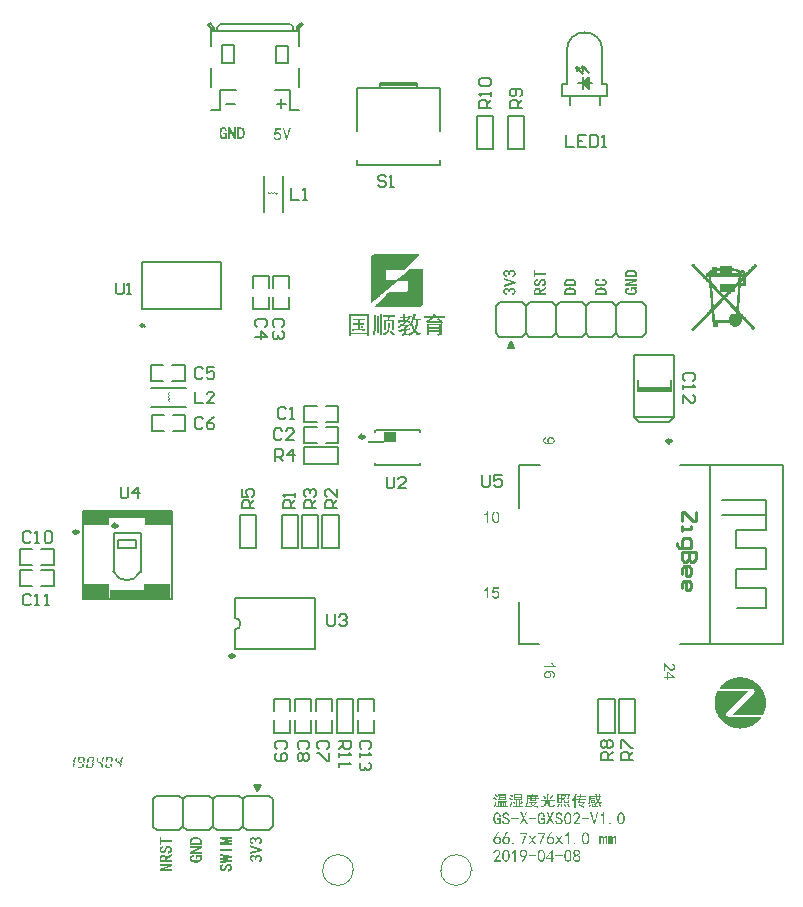
<source format=gto>
%FSTAX23Y23*%
%MOIN*%
%SFA1B1*%

%IPPOS*%
%ADD10C,0.007874*%
%ADD11C,0.005984*%
%ADD12C,0.011811*%
%ADD13C,0.009843*%
%ADD14C,0.003937*%
%ADD15C,0.000500*%
%ADD16C,0.005000*%
%ADD17C,0.005905*%
%ADD18C,0.008000*%
%ADD19C,0.000299*%
%ADD20C,0.001000*%
%ADD21C,0.000181*%
%ADD22C,0.010000*%
%ADD23R,0.126000X0.011000*%
%ADD24R,0.112661X0.017961*%
%ADD25R,0.054000X0.005000*%
%ADD26R,0.040000X0.038000*%
%ADD27R,0.129000X0.031000*%
%ADD28R,0.132000X0.026000*%
%ADD29R,0.089000X0.049000*%
%LNÎÂÊª¶È¹âÕÕ´«¸Ð-1*%
%LPD*%
G36*
X06957Y03893D02*
X06977Y03913D01*
Y03873*
X06957Y03893*
G37*
G36*
X05391Y01648D02*
X05391Y01648D01*
X05391Y01648*
X05391Y01648*
Y01648*
X05391Y01648*
X05391Y01648*
X05391Y01648*
X05386Y01643*
X05386Y01643*
X05386Y01643*
X05385Y01643*
X05385Y01643*
X05385Y01643*
X05376*
X05376Y01643*
X05376Y01643*
X05375Y01643*
X05375Y01643*
X05375Y01643*
X05375Y01643*
X05375Y01644*
X05374Y01645*
X05374Y01645*
X05373Y01646*
X05373Y01646*
X05373Y01646*
X05372Y01647*
X05372Y01647*
X05372Y01647*
X05372Y01647*
X05372Y01648*
X05371Y01648*
X05371Y01648*
X05371Y01648*
Y01648*
X05371Y01648*
X05371Y01648*
Y01648*
X05371Y01648*
X05372Y01648*
X05372Y01648*
X0539*
X05391Y01648*
G37*
G36*
X05328D02*
X05328Y01648D01*
X05328Y01648*
X05328Y01648*
Y01648*
X05328Y01648*
X05328Y01648*
X05328Y01648*
X05324Y01643*
X05323Y01643*
X05323Y01643*
X05323Y01643*
X05323Y01643*
X05323Y01643*
X05314*
X05313Y01643*
X05313Y01643*
X05313Y01643*
X05313Y01643*
X05313Y01643*
X05313Y01643*
X05312Y01644*
X05312Y01645*
X05311Y01645*
X05311Y01646*
X0531Y01646*
X0531Y01646*
X0531Y01647*
X0531Y01647*
X05309Y01647*
X05309Y01647*
X05309Y01648*
X05309Y01648*
X05309Y01648*
X05309Y01648*
Y01648*
X05309Y01648*
X05309Y01648*
Y01648*
X05309Y01648*
X05309Y01648*
X05309Y01648*
X05328*
X05328Y01648*
G37*
G36*
X05297Y01648D02*
X05297Y01648D01*
X05297Y01648*
X05297Y01648*
Y01648*
X05297Y01648*
X05297Y01648*
X05297Y01648*
X05292Y01643*
X05292Y01643*
X05292Y01643*
X05292Y01643*
X05292Y01643*
X05291Y01643*
X05282*
X05282Y01643*
X05282Y01643*
X05282Y01643*
X05282Y01643*
X05282Y01643*
X05281Y01643*
X05281Y01644*
X0528Y01645*
X0528Y01645*
X0528Y01646*
X05279Y01646*
X05279Y01646*
X05279Y01647*
X05278Y01647*
X05278Y01647*
X05278Y01647*
X05278Y01648*
X05278Y01648*
X05278Y01648*
X05278Y01648*
Y01648*
X05278Y01648*
X05278Y01648*
Y01648*
X05278Y01648*
X05278Y01648*
X05278Y01648*
X05297*
X05297Y01648*
G37*
G36*
X05407Y01634D02*
X05407Y01634D01*
X05407*
X05407Y01634*
X05407Y01634*
X05407Y01634*
X05408Y01634*
X05408Y01633*
X05408Y01633*
X05408Y01633*
X05409Y01633*
X05409Y01633*
Y01633*
X05408Y01633*
X05408Y01633*
X05408*
X05408Y01633*
X05408Y01632*
X05408Y01632*
X05408Y01632*
X05407Y01632*
X05407Y01632*
X05407Y01632*
X05407*
X05406Y01632*
X05406Y01632*
X05406Y01632*
Y01632*
X05406Y01632*
Y01632*
Y01632*
Y01632*
Y01632*
X05406Y01633*
Y01633*
X05406Y01633*
X05406Y01633*
Y01633*
X05406Y01634*
Y01634*
X05406Y01634*
X05406Y01634*
X05407Y01634*
X05407Y01634*
X05407Y01634*
G37*
G36*
X05344D02*
X05345Y01634D01*
X05345*
X05345Y01634*
X05345Y01634*
X05345Y01634*
X05345Y01634*
X05346Y01633*
X05346Y01633*
X05346Y01633*
X05346Y01633*
X05346Y01633*
Y01633*
X05346Y01633*
X05346Y01633*
X05346*
X05346Y01633*
X05346Y01632*
X05345Y01632*
X05345Y01632*
X05345Y01632*
X05345Y01632*
X05344Y01632*
X05344*
X05344Y01632*
X05344Y01632*
X05344Y01632*
Y01632*
X05344Y01632*
Y01632*
Y01632*
Y01632*
Y01632*
X05344Y01633*
Y01633*
X05344Y01633*
X05344Y01633*
Y01633*
X05344Y01634*
Y01634*
X05344Y01634*
X05344Y01634*
X05344Y01634*
X05344Y01634*
X05344Y01634*
G37*
G36*
X0529Y01634D02*
X0529Y01634D01*
Y01634*
Y01634*
Y01634*
X0529Y01633*
X0529Y01633*
Y01633*
X0529Y01633*
Y01632*
Y01632*
X0529Y01632*
X0529Y01632*
X0529Y01632*
X0529Y01632*
X05289Y01632*
X05289*
X05289Y01632*
X05289*
X05289Y01632*
X05289Y01632*
X05288Y01632*
X05288Y01632*
X05288Y01632*
X05288Y01633*
X05288Y01633*
X05288*
X05288Y01633*
X05288Y01633*
Y01633*
X05288Y01633*
X05288Y01633*
X05288Y01633*
X05288Y01633*
X05289Y01634*
X05289Y01634*
X05289Y01634*
X0529Y01634*
X0529Y01634*
X0529Y01634*
X0529*
X0529Y01634*
G37*
G36*
X05282Y01634D02*
X05282Y01634D01*
X05282*
X05282Y01634*
X05282Y01634*
X05283Y01634*
X05283Y01634*
X05283Y01633*
X05283Y01633*
X05283Y01633*
X05284Y01633*
X05284Y01633*
X05284Y01633*
X05284Y01633*
X05283Y01633*
X05283*
X05283Y01633*
X05283Y01632*
X05283Y01632*
X05283Y01632*
X05282Y01632*
X05282Y01632*
X05282Y01632*
X05282*
X05282Y01632*
X05281Y01632*
X05281Y01632*
Y01632*
X05281Y01632*
Y01632*
Y01632*
Y01632*
Y01632*
X05281Y01633*
Y01633*
Y01633*
X05281Y01633*
X05281Y01633*
X05281Y01634*
Y01634*
X05281Y01634*
X05282Y01634*
X05282Y01634*
X05282Y01634*
X05282Y01634*
G37*
G36*
X05423Y01647D02*
X05423Y01647D01*
X05423Y01647*
X05424Y01646*
Y01646*
Y01646*
Y01646*
X05422Y01634*
X05422Y01633*
X05422Y01633*
X05422Y01633*
X05421Y01633*
X05421Y01632*
X05421Y01632*
X05421Y01632*
X05417Y0163*
X05417Y0163*
X05416*
X05416Y0163*
Y0163*
Y0163*
Y0163*
X05417Y01641*
X05418Y01641*
X05418Y01642*
X05418Y01642*
X05418Y01642*
X05418Y01642*
X05418Y01642*
X05419Y01643*
X0542Y01644*
X0542Y01644*
X05421Y01645*
X05421Y01645*
X05422Y01645*
X05422Y01646*
X05422Y01646*
X05423Y01646*
X05423Y01646*
X05423Y01646*
X05423Y01646*
X05423Y01647*
X05423Y01647*
X05423*
X05423Y01647*
G37*
G36*
X05401D02*
X05401Y01646D01*
X05402Y01646*
X05402Y01646*
X05402Y01646*
X05402Y01646*
X05402Y01645*
X05403Y01645*
X05403Y01645*
X05403Y01645*
X05403Y01645*
X05403Y01644*
X05404Y01644*
X05404Y01644*
X05404Y01643*
X05405Y01642*
X05405Y01642*
X05405Y01642*
X05405Y01642*
X05405Y01642*
X05405Y01642*
X05406Y01641*
Y01641*
X05404Y0163*
Y0163*
Y0163*
X05404Y0163*
X05404Y0163*
X05404Y0163*
X05404*
X05404Y0163*
X054Y01632*
X054Y01632*
X054Y01632*
X05399Y01633*
X05399Y01633*
X05399Y01633*
X05399Y01633*
Y01634*
X05401Y01646*
Y01646*
Y01646*
X05401Y01646*
X05401Y01646*
X05401Y01647*
X05401*
X05401Y01647*
G37*
G36*
X05392Y01647D02*
X05392Y01647D01*
X05392Y01646*
X05392Y01646*
X05392Y01646*
Y01646*
Y01646*
X05391Y01634*
X05391Y01633*
X05391Y01633*
X0539Y01633*
X0539Y01633*
X0539Y01632*
X0539Y01632*
X0539Y01632*
X05386Y0163*
X05385Y0163*
X05385*
X05385Y0163*
Y0163*
Y0163*
Y0163*
X05386Y01641*
X05386Y01641*
X05386Y01642*
X05387Y01642*
X05387Y01642*
X05387Y01642*
X05387Y01642*
X05388Y01643*
X05388Y01644*
X05389Y01644*
X0539Y01645*
X0539Y01645*
X05391Y01645*
X05391Y01646*
X05391Y01646*
X05391Y01646*
X05391Y01646*
X05392Y01646*
X05392Y01646*
X05392Y01647*
X05392Y01647*
X05392*
X05392Y01647*
G37*
G36*
X0537Y01647D02*
X0537Y01646D01*
X0537Y01646*
X05371Y01646*
X05371Y01646*
X05371Y01645*
X05371Y01645*
X05372Y01645*
X05372Y01645*
X05372Y01644*
X05372Y01644*
X05372Y01644*
X05373Y01644*
X05373Y01643*
X05374Y01642*
X05374Y01642*
X05374Y01642*
X05374Y01642*
X05374Y01642*
X05374Y01641*
Y01641*
X05373Y0163*
Y0163*
X05373Y0163*
X05373Y0163*
X05373Y0163*
X05373Y0163*
X05373*
X05372Y0163*
X05369Y01632*
X05369Y01632*
X05368Y01632*
X05368Y01633*
X05368Y01633*
X05368Y01633*
X05368Y01633*
Y01634*
X05369Y01646*
Y01646*
X05369Y01646*
X05369Y01646*
X0537Y01647*
X0537*
X0537Y01647*
G37*
G36*
X05361Y01647D02*
X05361Y01647D01*
X05361Y01647*
X05361Y01646*
Y01646*
Y01646*
Y01646*
X0536Y01634*
X0536Y01633*
X05359Y01633*
X05359Y01633*
X05359Y01633*
X05359Y01632*
X05359Y01632*
X05359Y01632*
X05354Y0163*
X05354Y0163*
X05354*
X05354Y0163*
Y0163*
Y0163*
Y0163*
X05355Y01641*
X05355Y01641*
X05355Y01642*
X05355Y01642*
X05356Y01642*
X05356Y01642*
X05356Y01642*
X05357Y01643*
X05357Y01644*
X05358Y01644*
X05358Y01645*
X05359Y01645*
X05359Y01645*
X0536Y01646*
X0536Y01646*
X0536Y01646*
X0536Y01646*
X0536Y01646*
X0536Y01646*
X05361Y01647*
X05361Y01647*
X05361*
X05361Y01647*
G37*
G36*
X05339D02*
X05339Y01646D01*
X05339Y01646*
X05339Y01646*
X05339Y01646*
X0534Y01646*
X0534Y01645*
X0534Y01645*
X05341Y01645*
X05341Y01645*
X05341Y01645*
X05341Y01644*
X05341Y01644*
X05342Y01644*
X05342Y01643*
X05343Y01642*
X05343Y01642*
X05343Y01642*
X05343Y01642*
X05343Y01642*
X05343Y01642*
X05343Y01641*
Y01641*
X05342Y0163*
Y0163*
Y0163*
X05342Y0163*
X05342Y0163*
X05342Y0163*
X05341*
X05341Y0163*
X05337Y01632*
X05337Y01632*
X05337Y01632*
X05337Y01633*
X05337Y01633*
X05337Y01633*
X05337Y01633*
Y01634*
X05338Y01646*
Y01646*
Y01646*
X05338Y01646*
X05338Y01646*
X05338Y01647*
X05338*
X05339Y01647*
G37*
G36*
X0533Y01647D02*
X0533Y01647D01*
X0533Y01646*
X0533Y01646*
X0533Y01646*
Y01646*
Y01646*
X05328Y01634*
X05328Y01633*
X05328Y01633*
X05328Y01633*
X05328Y01633*
X05328Y01632*
X05328Y01632*
X05328Y01632*
X05323Y0163*
X05323Y0163*
X05323*
X05323Y0163*
Y0163*
Y0163*
Y0163*
X05324Y01641*
X05324Y01641*
X05324Y01642*
X05324Y01642*
X05324Y01642*
X05324Y01642*
X05324Y01642*
X05325Y01643*
X05326Y01644*
X05327Y01644*
X05327Y01645*
X05328Y01645*
X05328Y01645*
X05328Y01646*
X05329Y01646*
X05329Y01646*
X05329Y01646*
X05329Y01646*
X05329Y01646*
X05329Y01647*
X05329Y01647*
X0533*
X0533Y01647*
G37*
G36*
X05307Y01647D02*
X05308Y01646D01*
X05308Y01646*
X05308Y01646*
X05308Y01646*
X05309Y01645*
X05309Y01645*
X05309Y01645*
X05309Y01645*
X05309Y01644*
X0531Y01644*
X0531Y01644*
X0531Y01644*
X05311Y01643*
X05311Y01642*
X05311Y01642*
X05311Y01642*
X05312Y01642*
X05312Y01642*
X05312Y01641*
Y01641*
X05311Y0163*
Y0163*
X05311Y0163*
X0531Y0163*
X0531Y0163*
X0531Y0163*
X0531*
X0531Y0163*
X05306Y01632*
X05306Y01632*
X05306Y01632*
X05306Y01633*
X05306Y01633*
X05306Y01633*
X05305Y01633*
Y01634*
X05307Y01646*
Y01646*
X05307Y01646*
X05307Y01646*
X05307Y01647*
X05307*
X05307Y01647*
G37*
G36*
X05298Y01647D02*
X05298Y01647D01*
X05298Y01646*
X05299Y01646*
X05299Y01646*
Y01646*
Y01646*
X05297Y01634*
X05297Y01633*
X05297Y01633*
X05297Y01633*
X05297Y01633*
X05296Y01632*
X05296Y01632*
X05296Y01632*
X05292Y0163*
X05292Y0163*
X05291*
X05291Y0163*
Y0163*
Y0163*
Y0163*
X05293Y01641*
X05293Y01641*
X05293Y01642*
X05293Y01642*
X05293Y01642*
X05293Y01642*
X05293Y01642*
X05294Y01643*
X05295Y01644*
X05295Y01644*
X05296Y01645*
X05296Y01645*
X05297Y01645*
X05297Y01646*
X05297Y01646*
X05298Y01646*
X05298Y01646*
X05298Y01646*
X05298Y01646*
X05298Y01647*
X05298Y01647*
X05298*
X05298Y01647*
G37*
G36*
X05276Y01647D02*
X05276Y01646D01*
X05277Y01646*
X05277Y01646*
X05277Y01646*
X05277Y01645*
X05278Y01645*
X05278Y01645*
X05278Y01645*
X05278Y01644*
X05278Y01644*
X05279Y01644*
X05279Y01644*
X05279Y01643*
X0528Y01642*
X0528Y01642*
X0528Y01642*
X0528Y01642*
X05281Y01642*
X05281Y01641*
Y01641*
X05279Y0163*
Y0163*
X05279Y0163*
X05279Y0163*
X05279Y0163*
X05279Y0163*
X05279*
X05279Y0163*
X05275Y01632*
X05275Y01632*
X05275Y01632*
X05275Y01633*
X05274Y01633*
X05274Y01633*
X05274Y01633*
Y01634*
X05276Y01646*
Y01646*
X05276Y01646*
X05276Y01646*
X05276Y01647*
X05276*
X05276Y01647*
G37*
G36*
X05267Y01647D02*
X05267Y01647D01*
X05267Y01647*
X05267Y01646*
Y01646*
Y01646*
Y01646*
X05266Y01634*
X05266Y01633*
X05266Y01633*
X05265Y01633*
X05265Y01633*
X05265Y01632*
X05265Y01632*
X05265Y01632*
X05261Y0163*
X0526Y0163*
X0526*
X0526Y0163*
X0526Y0163*
Y0163*
Y0163*
X05261Y01641*
X05261Y01641*
X05261Y01642*
X05262Y01642*
X05262Y01642*
X05262Y01642*
X05262Y01642*
X05263Y01643*
X05264Y01644*
X05264Y01644*
X05265Y01645*
X05265Y01645*
X05266Y01645*
X05266Y01646*
X05266Y01646*
X05266Y01646*
X05267Y01646*
X05267Y01646*
X05267Y01646*
X05267Y01647*
X05267Y01647*
X05267*
X05267Y01647*
G37*
G36*
X05368Y0163D02*
X05368Y0163D01*
X05368Y0163*
X05368Y0163*
X05369Y0163*
X05369Y0163*
X05369Y01629*
X05369Y01629*
X05369Y01629*
X0537Y01629*
X05369Y01629*
X05369Y01629*
X05369Y01629*
X05369Y01628*
X05369Y01628*
X05368Y01628*
X05368Y01628*
X05368Y01628*
X05368*
X05368Y01628*
X05368*
X05367Y01628*
X05367Y01628*
X05367Y01628*
X05368Y0163*
Y0163*
X05368Y0163*
X05368Y0163*
X05368*
X05368Y0163*
G37*
G36*
X05305D02*
X05306Y0163D01*
X05306Y0163*
X05306Y0163*
X05306Y0163*
X05306Y0163*
X05307Y01629*
X05307Y01629*
X05307Y01629*
X05307Y01629*
X05307Y01629*
X05307Y01629*
X05307Y01629*
X05307Y01628*
X05306Y01628*
X05306Y01628*
X05306Y01628*
X05305Y01628*
X05305*
X05305Y01628*
X05305*
X05305Y01628*
X05305Y01628*
X05305Y01628*
X05305Y0163*
Y0163*
X05305Y0163*
X05305Y0163*
X05305*
X05305Y0163*
G37*
G36*
X05422D02*
X05422Y0163D01*
Y0163*
Y0163*
X05422Y01628*
X05421Y01628*
X05421Y01628*
X05421Y01628*
X05421*
X05421Y01628*
X05421Y01628*
X05421*
X05421Y01628*
X0542Y01628*
X0542Y01628*
X0542Y01629*
X0542Y01629*
X0542Y01629*
X05419Y01629*
X0542Y01629*
X0542Y01629*
X0542Y0163*
X05421Y0163*
X05421Y0163*
X05421Y0163*
X05421Y0163*
X05421*
X05421Y0163*
X05421Y0163*
X05422*
X05422Y0163*
G37*
G36*
X0539D02*
X0539Y0163D01*
Y0163*
Y0163*
X0539Y01628*
X0539Y01628*
X0539Y01628*
X0539Y01628*
X0539*
X0539Y01628*
X0539Y01628*
X0539*
X05389Y01628*
X05389Y01628*
X05389Y01628*
X05388Y01629*
X05388Y01629*
X05388Y01629*
X05388Y01629*
X05389Y01629*
X05389Y01629*
X05389Y0163*
X05389Y0163*
X0539Y0163*
X0539Y0163*
X0539Y0163*
X0539*
X0539Y0163*
X0539Y0163*
X0539*
X0539Y0163*
G37*
G36*
X05359D02*
X05359Y0163D01*
Y0163*
Y0163*
X05359Y01628*
X05359Y01628*
X05359Y01628*
X05359Y01628*
X05359*
X05359Y01628*
X05359Y01628*
X05359*
X05358Y01628*
X05358Y01628*
X05357Y01628*
X05357Y01629*
X05357Y01629*
X05357Y01629*
X05357Y01629*
X05357Y01629*
X05358Y01629*
X05358Y0163*
X05358Y0163*
X05358Y0163*
X05359Y0163*
X05359Y0163*
X05359*
X05359Y0163*
X05359Y0163*
X05359*
X05359Y0163*
G37*
G36*
X05328D02*
X05328Y0163D01*
Y0163*
Y0163*
X05328Y01628*
X05328Y01628*
X05328Y01628*
X05328Y01628*
X05328*
X05327Y01628*
X05327Y01628*
X05327*
X05327Y01628*
X05326Y01628*
X05326Y01628*
X05326Y01629*
X05326Y01629*
X05326Y01629*
X05326Y01629*
X05326Y01629*
X05326Y01629*
X05327Y0163*
X05327Y0163*
X05327Y0163*
X05327Y0163*
X05328Y0163*
X05328*
X05328Y0163*
X05328Y0163*
X05328*
X05328Y0163*
G37*
G36*
X05297D02*
X05297Y0163D01*
Y0163*
Y0163*
X05297Y01628*
X05297Y01628*
X05297Y01628*
X05296Y01628*
X05296*
X05296Y01628*
X05296Y01628*
X05296*
X05296Y01628*
X05295Y01628*
X05295Y01628*
X05295Y01629*
X05295Y01629*
X05295Y01629*
X05295Y01629*
X05295Y01629*
X05295Y01629*
X05296Y0163*
X05296Y0163*
X05296Y0163*
X05296Y0163*
X05296Y0163*
X05296*
X05296Y0163*
X05297Y0163*
X05297*
X05297Y0163*
G37*
G36*
X05265D02*
X05266Y0163D01*
Y0163*
Y0163*
X05265Y01628*
X05265Y01628*
X05265Y01628*
X05265Y01628*
X05265*
X05265Y01628*
X05265Y01628*
X05265*
X05264Y01628*
X05264Y01628*
X05264Y01628*
X05263Y01629*
X05263Y01629*
X05263Y01629*
X05263Y01629*
X05264Y01629*
X05264Y01629*
X05264Y0163*
X05265Y0163*
X05265Y0163*
X05265Y0163*
X05265Y0163*
X05265*
X05265Y0163*
X05265Y0163*
X05265*
X05265Y0163*
G37*
G36*
X05411Y01632D02*
X05411Y01632D01*
X05411*
X05411Y01632*
X05411Y01631*
X05412Y01631*
X05412Y01631*
X05413Y01631*
X05413Y0163*
X05414Y0163*
X05414*
X05414Y0163*
X05415Y01629*
X05415Y01629*
X05415Y01629*
X05415Y01629*
Y01629*
Y01629*
X05415Y01629*
X05415Y01629*
X05415Y01628*
X05415Y01628*
X05414Y01628*
X05414Y01628*
X05414*
X05414Y01628*
X05414Y01628*
X05414Y01628*
X05413Y01628*
X05413Y01627*
X05412Y01627*
X05412Y01627*
X05411Y01626*
X05411Y01626*
X05411Y01626*
X0541Y01626*
X0541Y01626*
X0541*
X0541Y01626*
X0541Y01626*
X0541Y01626*
X0541Y01626*
X0541*
X05409Y01626*
X05409Y01626*
X05409Y01626*
X05409Y01626*
X05409Y01626*
X05408Y01627*
X05408Y01627*
X05407Y01627*
X05407Y01628*
X05406Y01628*
X05406*
X05406Y01628*
X05406Y01628*
X05405Y01629*
X05405Y01629*
Y01629*
X05405Y01629*
X05405Y01629*
X05405Y01629*
X05406Y01629*
X05406Y01629*
X05406Y0163*
X05406Y0163*
X0541Y01632*
X0541*
X0541Y01632*
X0541Y01632*
X0541Y01632*
X0541Y01632*
X05411*
X05411Y01632*
G37*
G36*
X05348D02*
X05349Y01632D01*
X05349*
X05349Y01632*
X05349Y01631*
X05349Y01631*
X0535Y01631*
X0535Y01631*
X05351Y0163*
X05352Y0163*
X05352*
X05352Y0163*
X05352Y01629*
X05352Y01629*
X05353Y01629*
X05353Y01629*
Y01629*
Y01629*
X05353Y01629*
X05353Y01629*
X05352Y01628*
X05352Y01628*
X05352Y01628*
X05352Y01628*
X05352*
X05352Y01628*
X05351Y01628*
X05351Y01628*
X05351Y01628*
X05351Y01627*
X0535Y01627*
X05349Y01627*
X05349Y01626*
X05348Y01626*
X05348Y01626*
X05348Y01626*
X05348Y01626*
X05348*
X05348Y01626*
X05348Y01626*
X05348Y01626*
X05347Y01626*
X05347*
X05347Y01626*
X05347Y01626*
X05347Y01626*
X05347Y01626*
X05346Y01626*
X05346Y01627*
X05345Y01627*
X05345Y01627*
X05344Y01628*
X05343Y01628*
X05343*
X05343Y01628*
X05343Y01628*
X05343Y01629*
X05343Y01629*
Y01629*
X05343Y01629*
X05343Y01629*
X05343Y01629*
X05343Y01629*
X05343Y01629*
X05344Y0163*
X05344Y0163*
X05347Y01632*
X05348*
X05348Y01632*
X05348Y01632*
X05348Y01632*
X05348Y01632*
X05348*
X05348Y01632*
G37*
G36*
X05286D02*
X05286Y01632D01*
X05286*
X05286Y01632*
X05286Y01631*
X05287Y01631*
X05287Y01631*
X05288Y01631*
X05288Y0163*
X05289Y0163*
X05289Y0163*
X05289*
X0529Y0163*
X0529Y01629*
X0529Y01629*
X0529Y01629*
X0529Y01629*
Y01629*
Y01629*
X0529Y01629*
X0529Y01629*
X0529Y01629*
X0529Y01628*
X05289Y01628*
X05289Y01628*
X05289*
X05289Y01628*
X05289Y01628*
X05289Y01628*
X05288Y01628*
X05288Y01627*
X05287Y01627*
X05287Y01627*
X05286Y01626*
X05286Y01626*
X05286Y01626*
X05286Y01626*
X05285Y01626*
X05285*
X05285Y01626*
X05285Y01626*
X05285Y01626*
X05285Y01626*
X05285*
X05284Y01626*
X05284Y01626*
X05284Y01626*
X05284Y01626*
X05284Y01626*
X05283Y01627*
X05283Y01627*
X05282Y01627*
X05282Y01628*
X05281Y01628*
X05281*
X05281Y01628*
X05281Y01628*
X0528Y01629*
X0528Y01629*
Y01629*
X0528Y01629*
X05281Y01629*
X05281Y01629*
X05281Y01629*
X05281Y0163*
X05281Y0163*
X05285Y01632*
X05285*
X05285Y01632*
X05285Y01632*
X05285Y01632*
X05286Y01632*
X05286*
X05286Y01632*
G37*
G36*
X05414Y01626D02*
X05414Y01626D01*
X05414Y01626*
X05414Y01625*
Y01625*
Y01625*
X05414Y01625*
X05414Y01625*
Y01625*
X05414Y01624*
X05414Y01624*
Y01624*
X05414Y01624*
X05414Y01624*
X05414Y01624*
X05414Y01624*
X05413Y01624*
X05413Y01624*
X05413Y01624*
X05413Y01624*
X05413Y01624*
X05412Y01624*
X05412Y01624*
X05412Y01625*
X05412Y01625*
X05412Y01625*
X05412Y01625*
Y01625*
X05412Y01625*
X05412Y01625*
X05412Y01625*
X05412*
X05412Y01625*
X05412Y01625*
X05412Y01625*
X05413Y01626*
X05413Y01626*
X05414Y01626*
X05414*
X05414Y01626*
X05414*
X05414Y01626*
G37*
G36*
X05352D02*
X05352Y01626D01*
X05352Y01626*
X05352Y01625*
Y01625*
Y01625*
X05352Y01625*
X05352Y01625*
Y01625*
X05352Y01624*
X05351Y01624*
Y01624*
X05351Y01624*
X05351Y01624*
X05351Y01624*
X05351Y01624*
X05351Y01624*
X05351Y01624*
X05351Y01624*
X0535Y01624*
X0535Y01624*
X0535Y01624*
X0535Y01624*
X05349Y01625*
X05349Y01625*
X05349Y01625*
X05349Y01625*
Y01625*
X05349Y01625*
X05349Y01625*
X0535Y01625*
X0535*
X0535Y01625*
X0535Y01625*
X0535Y01625*
X0535Y01626*
X05351Y01626*
X05351Y01626*
X05351*
X05351Y01626*
X05351*
X05352Y01626*
G37*
G36*
X05417Y01628D02*
X0542Y01625D01*
X0542*
X05421Y01625*
X05421Y01625*
X05421Y01625*
X05421Y01625*
X05421Y01625*
Y01624*
X0542Y01612*
Y01612*
Y01612*
X0542Y01611*
X05419Y01611*
X05419Y01611*
X05419Y01611*
X05419*
X05419Y01611*
X05419Y01611*
X05419Y01611*
X05419Y01611*
X05419Y01612*
X05418Y01612*
X05418Y01612*
X05418Y01612*
X05418Y01613*
X05417Y01613*
X05417Y01613*
X05417Y01614*
X05416Y01614*
X05416Y01615*
X05415Y01616*
X05415Y01616*
X05415Y01616*
X05415Y01616*
X05415Y01616*
X05415Y01616*
Y01617*
X05416Y01627*
Y01628*
X05416Y01628*
X05416Y01628*
X05416Y01628*
X05416Y01628*
X05416*
X05417Y01628*
G37*
G36*
X05385D02*
X05389Y01625D01*
X05389*
X05389Y01625*
X0539Y01625*
X0539Y01625*
X0539Y01625*
X0539Y01625*
Y01624*
X05388Y01612*
Y01612*
Y01612*
X05388Y01611*
X05388Y01611*
X05388Y01611*
X05388Y01611*
X05388*
X05388Y01611*
X05388Y01611*
X05388Y01611*
X05388Y01611*
X05387Y01612*
X05387Y01612*
X05387Y01612*
X05387Y01612*
X05387Y01613*
X05386Y01613*
X05386Y01613*
X05385Y01614*
X05385Y01614*
X05384Y01615*
X05384Y01616*
Y01616*
X05384Y01616*
X05384Y01616*
X05383Y01616*
X05383Y01616*
Y01617*
X05385Y01627*
Y01628*
X05385Y01628*
X05385Y01628*
X05385Y01628*
X05385Y01628*
X05385*
X05385Y01628*
G37*
G36*
X05373Y01628D02*
X05373D01*
X05373Y01628*
X05373Y01628*
Y01628*
Y01627*
X05372Y01617*
X05371Y01616*
X05371Y01616*
X05371Y01616*
X05371Y01616*
X05371Y01616*
X05371Y01616*
X0537Y01615*
X05369Y01614*
X05369Y01614*
X05368Y01613*
X05368Y01613*
X05367Y01613*
X05367Y01612*
X05367Y01612*
X05367Y01612*
X05366Y01612*
X05366Y01612*
X05366Y01611*
X05366Y01611*
X05366Y01611*
X05366Y01611*
X05366Y01611*
X05366Y01611*
X05366*
X05366Y01611*
X05366*
X05365Y01611*
X05365Y01612*
Y01612*
Y01612*
X05367Y01624*
X05367Y01625*
X05367Y01625*
X05367Y01625*
X05367Y01625*
X05368Y01625*
X05368Y01625*
X05368*
X05372Y01628*
X05372Y01628*
X05373Y01628*
X05373Y01628*
G37*
G36*
X05354Y01628D02*
X05358Y01625D01*
X05358*
X05358Y01625*
X05358Y01625*
X05358Y01625*
X05359Y01625*
X05359Y01625*
Y01624*
X05357Y01612*
Y01612*
Y01612*
X05357Y01611*
X05357Y01611*
X05357Y01611*
X05357Y01611*
X05357*
X05357Y01611*
X05357Y01611*
X05356Y01611*
X05356Y01611*
X05356Y01612*
X05356Y01612*
X05356Y01612*
X05356Y01612*
X05355Y01613*
X05355Y01613*
X05355Y01613*
X05354Y01614*
X05354Y01614*
X05353Y01615*
X05353Y01616*
X05353Y01616*
X05353Y01616*
X05352Y01616*
X05352Y01616*
X05352Y01616*
Y01617*
X05353Y01627*
Y01628*
X05354Y01628*
X05354Y01628*
X05354Y01628*
X05354Y01628*
X05354*
X05354Y01628*
G37*
G36*
X05323D02*
X05327Y01625D01*
X05327*
X05327Y01625*
X05327Y01625*
X05327Y01625*
X05327Y01625*
X05327Y01625*
Y01624*
X05326Y01612*
Y01612*
Y01612*
X05326Y01611*
X05326Y01611*
X05326Y01611*
X05326Y01611*
X05325*
X05325Y01611*
X05325Y01611*
X05325Y01611*
X05325Y01611*
X05325Y01612*
X05325Y01612*
X05325Y01612*
X05324Y01612*
X05324Y01613*
X05324Y01613*
X05323Y01613*
X05323Y01614*
X05323Y01614*
X05322Y01615*
X05321Y01616*
Y01616*
X05321Y01616*
X05321Y01616*
X05321Y01616*
X05321Y01616*
Y01617*
X05322Y01627*
Y01628*
X05322Y01628*
X05322Y01628*
X05322Y01628*
X05323Y01628*
X05323*
X05323Y01628*
G37*
G36*
X0531Y01628D02*
X0531D01*
X0531Y01628*
X0531Y01628*
Y01628*
Y01627*
X05309Y01617*
X05309Y01616*
X05309Y01616*
X05309Y01616*
X05308Y01616*
X05308Y01616*
X05308Y01616*
X05308Y01615*
X05307Y01614*
X05306Y01614*
X05306Y01613*
X05305Y01613*
X05305Y01613*
X05305Y01612*
X05304Y01612*
X05304Y01612*
X05304Y01612*
X05304Y01612*
X05304Y01611*
X05304Y01611*
X05304Y01611*
X05304Y01611*
X05303Y01611*
X05303Y01611*
X05303*
X05303Y01611*
X05303*
X05303Y01611*
X05303Y01612*
Y01612*
Y01612*
X05304Y01624*
X05304Y01625*
X05305Y01625*
X05305Y01625*
X05305Y01625*
X05305Y01625*
X05305Y01625*
X05305*
X0531Y01628*
X0531Y01628*
X0531Y01628*
X0531Y01628*
G37*
G36*
X05292Y01628D02*
X05296Y01625D01*
X05296*
X05296Y01625*
X05296Y01625*
X05296Y01625*
X05296Y01625*
X05296Y01625*
Y01624*
X05295Y01612*
Y01612*
Y01612*
X05295Y01611*
X05295Y01611*
X05294Y01611*
X05294Y01611*
X05294*
X05294Y01611*
X05294Y01611*
X05294Y01611*
X05294Y01611*
X05294Y01612*
X05294Y01612*
X05293Y01612*
X05293Y01612*
X05293Y01613*
X05293Y01613*
X05292Y01613*
X05292Y01614*
X05291Y01614*
X05291Y01615*
X0529Y01616*
X0529Y01616*
X0529Y01616*
X0529Y01616*
X0529Y01616*
X0529Y01616*
Y01617*
X05291Y01627*
Y01628*
X05291Y01628*
X05291Y01628*
X05291Y01628*
X05291Y01628*
X05291*
X05292Y01628*
G37*
G36*
X0526D02*
X05264Y01625D01*
X05264Y01625*
X05264Y01625*
X05264Y01625*
X05265Y01625*
X05265Y01625*
X05265Y01625*
X05265Y01625*
Y01624*
X05263Y01612*
Y01612*
Y01612*
X05263Y01611*
X05263Y01611*
X05263Y01611*
X05263Y01611*
X05263*
X05263Y01611*
X05263Y01611*
X05263Y01611*
X05263Y01611*
X05262Y01612*
X05262Y01612*
X05262Y01612*
X05262Y01612*
X05262Y01613*
X05261Y01613*
X05261Y01613*
X05261Y01614*
X0526Y01614*
X0526Y01615*
X05259Y01616*
X05259Y01616*
X05259Y01616*
X05259Y01616*
X05259Y01616*
X05259Y01616*
Y01617*
X0526Y01627*
Y01628*
X0526Y01628*
X0526Y01628*
X0526Y01628*
X0526Y01628*
X0526*
X0526Y01628*
G37*
G36*
X05382Y01615D02*
X05382Y01615D01*
X05382Y01615*
X05382Y01614*
X05383Y01614*
X05386Y0161*
X05386Y0161*
X05386Y0161*
X05386Y0161*
X05386Y0161*
X05386Y0161*
X05386Y0161*
X05386Y0161*
X05386Y01609*
X05367*
X05367Y0161*
X05367Y0161*
X05367Y0161*
Y0161*
X05367Y0161*
X05367Y0161*
X05367Y0161*
X05368Y01611*
X05368Y01611*
X05368Y01611*
X05368Y01611*
X05369Y01612*
X05369Y01612*
X05369Y01612*
X05369Y01612*
X0537Y01612*
X0537Y01613*
X0537Y01613*
X05371Y01613*
X05372Y01614*
X05372Y01614*
X05372Y01614*
X05372Y01614*
X05372Y01615*
X05373Y01615*
X05373Y01615*
X05373Y01615*
X05382*
X05382Y01615*
G37*
G36*
X0532D02*
X0532Y01615D01*
X0532Y01615*
X0532Y01614*
X0532Y01614*
X05324Y0161*
X05324Y0161*
X05324Y0161*
X05324Y0161*
X05324Y0161*
X05324Y0161*
X05324Y0161*
X05324Y0161*
X05323Y01609*
X05305*
X05305Y0161*
X05305Y0161*
X05305Y0161*
Y0161*
X05305Y0161*
X05305Y0161*
X05305Y0161*
X05305Y01611*
X05305Y01611*
X05306Y01611*
X05306Y01611*
X05306Y01612*
X05307Y01612*
X05307Y01612*
X05307Y01612*
X05307Y01612*
X05308Y01613*
X05308Y01613*
X05308Y01613*
X05309Y01614*
X05309Y01614*
X0531Y01614*
X0531Y01614*
X0531Y01615*
X0531Y01615*
X0531Y01615*
X0531Y01615*
X05319*
X0532Y01615*
G37*
G36*
X05288Y01615D02*
X05288Y01615D01*
X05289Y01615*
X05289Y01614*
X05289Y01614*
X05293Y0161*
X05293Y0161*
X05293Y0161*
X05293Y0161*
X05293Y0161*
X05293Y0161*
X05293Y0161*
X05292Y0161*
X05292Y01609*
X05274*
X05274Y0161*
X05273Y0161*
X05273Y0161*
Y0161*
Y0161*
X05273Y0161*
X05273Y0161*
X05274Y0161*
X05274Y01611*
X05274Y01611*
X05274Y01611*
X05275Y01611*
X05275Y01612*
X05275Y01612*
X05275Y01612*
X05276Y01612*
X05276Y01612*
X05276Y01613*
X05277Y01613*
X05277Y01613*
X05278Y01614*
X05278Y01614*
X05278Y01614*
X05278Y01614*
X05279Y01615*
X05279Y01615*
X05279Y01615*
X05279Y01615*
X05288*
X05288Y01615*
G37*
G36*
X07229Y01959D02*
X07229Y01959D01*
X0723Y01959*
X0723Y01959*
X07231Y01959*
X07231*
X07231Y01959*
X07231Y01959*
X07232Y01959*
X07232Y01958*
X07233Y01958*
X07234Y01957*
X07235Y01957*
X07236Y01956*
X07236*
X07236Y01956*
X07236Y01955*
X07237Y01955*
X07237Y01954*
X07238Y01953*
X07239Y01952*
X0724Y01951*
X07241Y0195*
X07241Y0195*
X07242Y01949*
X07242Y01949*
X07242Y01949*
X07243Y01948*
X07243Y01948*
X07244Y01946*
X07246Y01945*
X07247Y01944*
X07248Y01943*
X07248Y01942*
X07249Y01942*
X07249Y01941*
X0725*
X0725Y01941*
X0725Y01941*
X0725Y01941*
X07251Y01941*
X07251Y0194*
X07252Y0194*
X07253Y0194*
X07254Y01939*
X07255Y01939*
X07255*
X07255*
X07256Y01939*
X07256Y01939*
X07257Y01939*
X07257Y0194*
X07258Y0194*
X07259Y01941*
X0726Y01941*
X0726Y01941*
X0726Y01942*
X0726Y01942*
X07261Y01943*
X07261Y01943*
X07261Y01944*
X07262Y01945*
X07262Y01946*
Y01947*
X07262Y01947*
X07262Y01948*
X07261Y01948*
X07261Y01949*
X07261Y0195*
X0726Y01951*
X0726Y01952*
X07259Y01952*
X07259Y01952*
X07259Y01952*
X07258Y01953*
X07257Y01953*
X07256Y01953*
X07255Y01954*
X07254Y01954*
X07255Y01959*
X07255*
X07255*
X07255Y01959*
X07255Y01958*
X07256Y01958*
X07256Y01958*
X07258Y01958*
X07259Y01957*
X0726Y01957*
X07262Y01956*
X07262Y01956*
X07263Y01955*
X07263Y01955*
X07263Y01955*
X07263Y01955*
X07263Y01954*
X07263Y01954*
X07264Y01954*
X07264Y01953*
X07264Y01953*
X07264Y01952*
X07265Y01951*
X07265Y01951*
X07265Y0195*
X07265Y01948*
X07265Y01947*
X07266Y01946*
Y01946*
X07265Y01945*
X07265Y01945*
X07265Y01944*
X07265Y01944*
X07265Y01943*
X07265Y01942*
X07264Y0194*
X07264Y0194*
X07264Y01939*
X07263Y01938*
X07262Y01938*
X07262Y01938*
X07262Y01938*
X07262Y01937*
X07262Y01937*
X07262Y01937*
X07261Y01937*
X0726Y01936*
X07259Y01935*
X07258Y01935*
X07257Y01935*
X07256Y01935*
X07255Y01934*
X07255*
X07255*
X07254Y01935*
X07254Y01935*
X07253Y01935*
X07252Y01935*
X07251Y01935*
X0725Y01935*
X0725Y01935*
X0725Y01936*
X0725Y01936*
X07249Y01936*
X07248Y01937*
X07248Y01937*
X07247Y01938*
X07246Y01939*
X07246Y01939*
X07245Y01939*
X07245Y01939*
X07245Y0194*
X07244Y0194*
X07244Y01941*
X07243Y01941*
X07243Y01942*
X07242Y01942*
X07241Y01943*
X07241Y01944*
X0724Y01945*
X07239Y01946*
X07239Y01946*
X07239Y01946*
X07239Y01946*
X07239Y01946*
X07238Y01947*
X07237Y01948*
X07236Y01949*
X07236Y0195*
X07235Y0195*
X07235Y01951*
X07234Y01951*
X07234Y01951*
X07234Y01951*
X07234Y01951*
X07234Y01952*
X07233Y01952*
X07232Y01953*
Y01934*
X07228*
Y01959*
X07228*
X07228*
X07228*
X07229Y01959*
G37*
G36*
X07265Y01914D02*
Y0191D01*
X07241*
Y01905*
X07237*
Y0191*
X07228*
Y01915*
X07237*
Y01931*
X07241*
X07265Y01914*
G37*
G36*
X06857Y01959D02*
X06857Y01959D01*
X06857Y01959*
X06857Y01959*
X06858Y01959*
X06858Y01958*
X06858Y01957*
X06859Y01956*
X0686Y01955*
X0686Y01954*
X06861Y01953*
X06861Y01953*
X06862Y01953*
X06862Y01952*
X06862Y01952*
X06863Y01951*
X06864Y0195*
X06865Y0195*
X06866Y01949*
X06867Y01949*
Y01946*
X06829*
Y0195*
X06858*
X06858Y0195*
X06858Y01951*
X06858Y01951*
X06857Y01951*
X06857Y01952*
X06856Y01953*
X06855Y01954*
X06855Y01955*
Y01955*
X06855Y01955*
X06855Y01955*
X06854Y01956*
X06854Y01956*
X06854Y01957*
X06853Y01958*
X06853Y01959*
X06852Y0196*
X06857*
Y01959*
G37*
G36*
X06848Y01934D02*
X06849Y01934D01*
X0685Y01934*
X06851Y01934*
X06852Y01933*
X06854Y01933*
X06855Y01933*
X06856Y01933*
X06858Y01932*
X06859Y01932*
X0686Y01931*
X06861Y01931*
X06862Y0193*
X06862Y0193*
X06862Y0193*
X06863Y0193*
X06863Y01929*
X06863Y01929*
X06864Y01928*
X06864Y01928*
X06864Y01927*
X06865Y01927*
X06865Y01926*
X06865Y01925*
X06866Y01924*
X06866Y01923*
X06866Y01922*
X06866Y01921*
X06867Y0192*
Y0192*
X06866Y0192*
Y01919*
X06866Y01919*
X06866Y01918*
X06866Y01917*
X06865Y01915*
X06865Y01914*
X06864Y01914*
X06864Y01913*
Y01913*
X06864Y01913*
X06864Y01913*
X06863Y01912*
X06862Y01912*
X06861Y01911*
X0686Y0191*
X06859Y0191*
X06857Y0191*
X06857Y01914*
X06857*
X06857*
X06857Y01914*
X06858Y01914*
X06858Y01915*
X0686Y01915*
X0686Y01916*
X06861Y01916*
X06861Y01916*
X06861Y01916*
X06861Y01917*
X06862Y01917*
X06862Y01918*
X06862Y01919*
X06863Y0192*
X06863Y01921*
Y01921*
X06863Y01921*
X06863Y01922*
X06862Y01923*
X06862Y01923*
X06862Y01924*
X06861Y01925*
X06861Y01925*
X06861Y01925*
X06861Y01925*
X0686Y01926*
X0686Y01926*
X06859Y01927*
X06858Y01928*
X06857Y01928*
X06857*
X06857Y01928*
X06856Y01928*
X06856Y01928*
X06856Y01928*
X06855Y01928*
X06855Y01929*
X06854Y01929*
X06854Y01929*
X06853Y01929*
X06853Y01929*
X06852Y01929*
X06851Y01929*
X0685Y01929*
X06849Y01929*
X06848*
X06848Y01929*
X06848Y01929*
X06849Y01929*
X06849Y01928*
X0685Y01928*
X06851Y01927*
X06851Y01926*
X06852Y01925*
X06852Y01925*
X06852Y01925*
X06852Y01924*
X06852Y01924*
X06853Y01923*
X06853Y01922*
X06853Y01921*
X06853Y0192*
Y0192*
X06853Y01919*
X06853Y01919*
X06853Y01918*
X06853Y01917*
X06852Y01916*
X06852Y01915*
X06852Y01915*
X06851Y01914*
X06851Y01913*
X0685Y01913*
X0685Y01912*
X0685Y01912*
X06849Y01912*
X06849Y01912*
X06849Y01912*
X06849Y01911*
X06848Y01911*
X06848Y01911*
X06847Y01911*
X06847Y0191*
X06846Y0191*
X06845Y0191*
X06844Y01909*
X06844Y01909*
X06843Y01909*
X06842Y01909*
X06841Y01909*
X06841*
X06841*
X0684*
X0684*
X0684Y01909*
X0684*
X06839Y01909*
X06838Y01909*
X06836Y0191*
X06835Y0191*
X06834Y0191*
X06834*
X06834Y01911*
X06834Y01911*
X06834Y01911*
X06833Y01911*
X06832Y01912*
X06832Y01912*
X06831Y01913*
X0683Y01914*
X06829Y01915*
X06829Y01915*
X06829Y01915*
X06829Y01916*
X06829Y01916*
X06828Y01917*
X06828Y01918*
X06828Y0192*
X06828Y01921*
Y01921*
X06828Y01921*
Y01922*
X06828Y01922*
X06828Y01923*
X06828Y01923*
X06828Y01924*
X06829Y01925*
X06829Y01926*
X06829Y01926*
X0683Y01927*
X0683Y01928*
X06831Y01929*
X06831Y0193*
X06832Y0193*
X06832Y0193*
X06832Y0193*
X06833Y01931*
X06833Y01931*
X06833Y01931*
X06834Y01931*
X06835Y01932*
X06835Y01932*
X06836Y01932*
X06837Y01933*
X06839Y01933*
X0684Y01933*
X06841Y01934*
X06843Y01934*
X06844Y01934*
X06846Y01934*
X06846*
X06846*
X06846*
X06847*
X06847*
X06848Y01934*
G37*
G36*
X06679Y02208D02*
X06663D01*
X06661Y02198*
X06661Y02198*
X06662Y02198*
X06662Y02198*
X06662Y02199*
X06662Y02199*
X06663Y02199*
X06664Y02199*
X06665Y022*
X06666Y022*
X06667Y022*
X06669Y02201*
X06669*
X06669Y02201*
X0667Y022*
X0667Y022*
X06671Y022*
X06671Y022*
X06673Y022*
X06673Y02199*
X06674Y02199*
X06675Y02199*
X06676Y02198*
X06676Y02198*
X06677Y02197*
X06677Y02197*
X06677Y02197*
X06677Y02197*
X06677Y02196*
X06678Y02196*
X06678Y02196*
X06678Y02195*
X06679Y02195*
X06679Y02194*
X06679Y02193*
X0668Y02193*
X0668Y02192*
X0668Y02191*
X0668Y0219*
X0668Y02189*
X0668Y02188*
Y02188*
Y02188*
Y02188*
X0668Y02187*
X0668Y02187*
X0668Y02186*
X0668Y02186*
X0668Y02185*
X0668Y02184*
X06679Y02182*
X06679Y02182*
X06678Y02181*
X06678Y0218*
X06677Y02179*
X06677Y02179*
X06677Y02179*
X06677Y02179*
X06677Y02179*
X06676Y02178*
X06676Y02178*
X06675Y02178*
X06675Y02177*
X06674Y02177*
X06673Y02176*
X06672Y02176*
X06672Y02176*
X06671Y02175*
X0667Y02175*
X06669Y02175*
X06667Y02175*
X06667*
X06667Y02175*
X06666Y02175*
X06666Y02175*
X06665Y02175*
X06664Y02175*
X06663Y02176*
X06662Y02176*
X06661Y02176*
X0666Y02177*
X0666Y02177*
X06659Y02178*
X06659Y02178*
X06659Y02178*
X06659Y02178*
X06658Y02178*
X06658Y02179*
X06658Y02179*
X06658Y02179*
X06657Y0218*
X06657Y02181*
X06656Y02182*
X06656Y02184*
X06655Y02185*
X06655Y02185*
X0666Y02186*
Y02186*
Y02186*
X0666Y02185*
X0666Y02185*
X0666Y02185*
X06661Y02184*
X06661Y02183*
X06661Y02182*
X06662Y02181*
X06663Y0218*
X06663Y0218*
X06663Y0218*
X06663Y0218*
X06664Y0218*
X06665Y02179*
X06666Y02179*
X06666Y02179*
X06667Y02179*
X06668*
X06668Y02179*
X06669Y02179*
X06669Y02179*
X0667Y02179*
X06671Y0218*
X06672Y0218*
X06673Y02181*
X06673Y02181*
Y02181*
X06673Y02181*
X06673Y02182*
X06674Y02182*
X06674Y02183*
X06675Y02184*
X06675Y02185*
X06675Y02186*
X06675Y02188*
Y02188*
Y02188*
Y02188*
X06675Y02189*
Y02189*
X06675Y02189*
X06675Y0219*
X06675Y02191*
X06674Y02192*
X06674Y02193*
X06673Y02194*
X06673Y02194*
X06673Y02195*
X06672Y02195*
X06672Y02195*
X06671Y02196*
X0667Y02196*
X06669Y02196*
X06667Y02196*
X06667*
X06667Y02196*
X06666Y02196*
X06665Y02196*
X06665Y02196*
X06664Y02196*
X06663Y02195*
X06663Y02195*
X06663Y02195*
X06663Y02195*
X06662Y02195*
X06662Y02194*
X06661Y02194*
X06661Y02193*
X0666Y02193*
X06656Y02193*
X0666Y02213*
X06679*
Y02208*
G37*
G36*
X06643Y02176D02*
X06639D01*
Y02205*
X06639Y02205*
X06638Y02205*
X06638Y02205*
X06638Y02204*
X06637Y02204*
X06636Y02203*
X06635Y02202*
X06634Y02202*
X06634*
X06634Y02202*
X06634Y02202*
X06633Y02201*
X06633Y02201*
X06632Y02201*
X06631Y022*
X0663Y022*
X0663Y02199*
Y02204*
X0663*
X0663Y02204*
X0663Y02204*
X0663Y02204*
X0663Y02205*
X06631Y02205*
X06632Y02205*
X06633Y02206*
X06634Y02207*
X06635Y02207*
X06636Y02208*
X06636Y02208*
X06636Y02209*
X06637Y02209*
X06637Y02209*
X06638Y0221*
X06639Y02211*
X06639Y02212*
X0664Y02213*
X0664Y02214*
X06643*
Y02176*
G37*
G36*
Y02428D02*
X06639D01*
Y02457*
X06639Y02457*
X06638Y02457*
X06638Y02457*
X06638Y02456*
X06637Y02456*
X06636Y02455*
X06635Y02454*
X06634Y02454*
X06634*
X06634Y02454*
X06634Y02454*
X06633Y02453*
X06633Y02453*
X06632Y02453*
X06631Y02452*
X0663Y02452*
X0663Y02451*
Y02456*
X0663*
X0663Y02456*
X0663Y02456*
X0663Y02456*
X0663Y02457*
X06631Y02457*
X06632Y02457*
X06633Y02458*
X06634Y02459*
X06635Y02459*
X06636Y0246*
X06636Y0246*
X06636Y02461*
X06637Y02461*
X06637Y02461*
X06638Y02462*
X06639Y02463*
X06639Y02464*
X0664Y02465*
X0664Y02466*
X06643*
Y02428*
G37*
G36*
X06669Y02465D02*
X06669Y02465D01*
X0667Y02465*
X06671Y02465*
X06672Y02465*
X06673Y02464*
X06673Y02464*
X06673Y02464*
X06674Y02464*
X06674Y02463*
X06675Y02463*
X06676Y02462*
X06676Y02462*
X06677Y02461*
X06677Y02461*
X06677Y0246*
X06677Y0246*
X06678Y02459*
X06678Y02458*
X06678Y02457*
X06679Y02456*
X06679Y02455*
Y02455*
X06679Y02455*
Y02455*
X06679Y02454*
X06679Y02454*
X06679Y02454*
X06679Y02453*
X0668Y02453*
X0668Y02452*
X0668Y02451*
X0668Y02451*
X0668Y0245*
X0668Y02449*
Y02448*
X0668Y02446*
Y02446*
Y02446*
Y02446*
Y02445*
X0668Y02444*
Y02444*
X0668Y02443*
X0668Y02442*
X0668Y02441*
X06679Y02439*
X06679Y02437*
X06679Y02436*
X06679Y02435*
Y02435*
X06679Y02435*
X06678Y02435*
X06678Y02435*
X06678Y02434*
X06678Y02434*
X06678Y02433*
X06677Y02432*
X06676Y02431*
X06675Y0243*
X06674Y02429*
X06674*
X06674Y02429*
X06674Y02429*
X06674Y02429*
X06673Y02428*
X06673Y02428*
X06672Y02428*
X0667Y02427*
X06669Y02427*
X06668Y02427*
X06667*
X06667Y02427*
X06666Y02427*
X06666Y02427*
X06665Y02427*
X06665Y02427*
X06663Y02428*
X06662Y02428*
X06662Y02428*
X06661Y02429*
X0666Y02429*
X0666Y0243*
X06659Y02431*
X06659Y02431*
X06659Y02431*
X06659Y02431*
X06658Y02432*
X06658Y02432*
X06658Y02433*
X06657Y02434*
X06657Y02434*
X06657Y02435*
X06656Y02437*
X06656Y02438*
X06656Y02439*
X06656Y02441*
X06655Y02442*
X06655Y02444*
X06655Y02446*
Y02446*
Y02446*
Y02447*
Y02447*
X06655Y02448*
Y02448*
X06655Y02449*
X06655Y0245*
X06656Y02452*
X06656Y02454*
X06656Y02455*
X06656Y02456*
X06657Y02457*
Y02457*
X06657Y02457*
X06657Y02457*
X06657Y02458*
X06657Y02458*
X06657Y02458*
X06658Y02459*
X06658Y0246*
X06659Y02461*
X0666Y02462*
X06661Y02463*
X06661*
X06661Y02463*
X06661Y02464*
X06661Y02464*
X06662Y02464*
X06663Y02464*
X06664Y02465*
X06665Y02465*
X06666Y02465*
X06668Y02466*
X06668*
X06669Y02465*
G37*
G36*
X06853Y02713D02*
X06853Y02713D01*
X06854Y02713*
X06854Y02713*
X06855Y02713*
X06857Y02713*
X06857Y02712*
X06858Y02712*
X06859Y02712*
X0686Y02711*
X0686Y02711*
X06861Y0271*
X06861Y0271*
X06861Y0271*
X06861Y0271*
X06862Y0271*
X06862Y02709*
X06862Y02709*
X06862Y02708*
X06863Y02708*
X06863Y02707*
X06863Y02707*
X06864Y02705*
X06864Y02704*
X06864Y02703*
X06864Y02703*
X06865Y02702*
Y02701*
X06864Y02701*
Y02701*
X06864Y027*
X06864Y02699*
X06864Y02698*
X06864Y02697*
X06863Y02696*
X06863Y02695*
Y02695*
X06862Y02695*
X06862Y02695*
X06862Y02694*
X06862Y02694*
X06861Y02693*
X0686Y02692*
X06859Y02692*
X06858Y02691*
X06857Y0269*
X06857*
X06857Y0269*
X06856Y0269*
X06856Y0269*
X06856Y0269*
X06855Y0269*
X06855Y0269*
X06854Y02689*
X06853Y02689*
X06853Y02689*
X06852Y02689*
X06851Y02689*
X0685Y02689*
X06849Y02689*
X06847Y02689*
X06846*
X06846*
X06846*
X06846*
X06845*
X06844Y02689*
X06844*
X06843Y02689*
X06842Y02689*
X0684Y02689*
X06838Y02689*
X06836Y0269*
X06835Y0269*
X06835Y0269*
X06835*
X06834Y0269*
X06834Y0269*
X06834Y02691*
X06834Y02691*
X06833Y02691*
X06832Y02691*
X06831Y02692*
X0683Y02693*
X06829Y02694*
X06828Y02695*
Y02695*
X06828Y02695*
X06828Y02695*
X06828Y02695*
X06828Y02696*
X06827Y02696*
X06827Y02697*
X06827Y02698*
X06826Y02699*
X06826Y02701*
X06826Y02702*
Y02703*
X06826Y02703*
Y02703*
X06826Y02704*
X06826Y02705*
X06826Y02706*
X06827Y02707*
X06827Y02708*
X06828Y02709*
X06828Y0271*
X06828Y0271*
X06829Y0271*
X06829Y0271*
X0683Y02711*
X06831Y02712*
X06832Y02712*
X06834Y02713*
X06835Y02713*
X06836Y02708*
X06836*
X06835*
X06835Y02708*
X06835Y02708*
X06835Y02708*
X06834Y02708*
X06833Y02708*
X06832Y02707*
X06832Y02707*
X06831Y02706*
X06831Y02706*
X06831Y02706*
X06831Y02706*
X0683Y02705*
X0683Y02705*
X0683Y02704*
X0683Y02703*
X0683Y02702*
Y02702*
X0683Y02701*
X0683Y02701*
X0683Y027*
X0683Y027*
X0683Y02699*
X06831Y02698*
X06831Y02698*
X06831Y02698*
X06831Y02698*
X06831Y02697*
X06832Y02697*
X06832Y02697*
X06833Y02696*
X06833Y02696*
X06833Y02696*
X06834Y02696*
X06834Y02695*
X06834Y02695*
X06835Y02695*
X06836Y02695*
X06837Y02694*
X06838Y02694*
X06838*
X06838Y02694*
X06838*
X06838Y02694*
X06839Y02694*
X06839Y02694*
X0684Y02694*
X06841Y02693*
X06842Y02693*
X06843*
X06843*
X06844*
X06844*
X06844*
X06844Y02693*
X06844Y02694*
X06843Y02694*
X06843Y02694*
X06842Y02695*
X06842Y02696*
X06841Y02696*
X06841Y02697*
X06841Y02697*
X0684Y02698*
X0684Y02698*
X0684Y02699*
X0684Y02699*
X0684Y027*
X06839Y02701*
X06839Y02702*
Y02703*
X06839Y02703*
X06839Y02704*
X0684Y02704*
X0684Y02705*
X0684Y02706*
X0684Y02707*
X06841Y02708*
X06841Y02708*
X06842Y02709*
X06842Y0271*
X06843Y0271*
X06843Y0271*
X06843Y0271*
X06843Y02711*
X06843Y02711*
X06844Y02711*
X06844Y02711*
X06845Y02712*
X06845Y02712*
X06846Y02712*
X06846Y02712*
X06847Y02713*
X06848Y02713*
X06849Y02713*
X0685Y02713*
X06851Y02713*
X06852Y02714*
X06852*
X06852*
X06852*
X06853Y02713*
G37*
G36*
X06245Y03122D02*
X06244Y03122D01*
X06244Y03121*
X06244Y0312*
X06244Y03119*
X06244Y03117*
Y03116*
X06244Y03114*
Y03056*
Y03056*
Y03055*
X06244Y03055*
Y03054*
X06244Y03052*
X06244Y03051*
X06245Y03051*
X06236*
Y03051*
X06237Y03051*
Y03051*
X06237Y03052*
X06237Y03053*
Y03054*
X06237Y03055*
Y03056*
X06185*
Y03056*
Y03055*
Y03055*
X06185Y03054*
X06185Y03053*
X06185Y03053*
X06186Y03051*
X06177*
Y03051*
X06178Y03051*
Y03052*
X06178Y03052*
X06178Y03053*
X06178Y03054*
X06178Y03055*
X06178Y03056*
Y03114*
Y03115*
Y03115*
X06178Y03116*
X06178Y03117*
X06178Y03118*
X06178Y03119*
X06178Y0312*
X06177Y03122*
X06178*
X06178Y03122*
X06179Y03122*
X0618Y03122*
X06181Y03122*
X06183Y03122*
X06185Y03122*
X06237*
X06238Y03122*
X0624Y03122*
X06241Y03122*
X06243Y03122*
X06245Y03122*
Y03122*
G37*
G36*
X06332Y03113D02*
X06331D01*
X06331Y03113*
X0633*
X0633Y03113*
X06329*
X06328Y03113*
X06327*
X06326Y03113*
X06325*
X06324Y03114*
X06322Y03114*
X06321*
X06319Y03114*
X06314*
X06312Y03105*
X06322*
X06322Y03105*
X06323*
X06324Y03105*
X06325Y03105*
X06326*
X06327Y03106*
X06328*
Y03105*
Y03105*
X06328Y03105*
Y03105*
X06328Y03104*
Y03104*
X06328Y03102*
X06328Y03101*
X06328Y03099*
X06328Y03097*
Y03094*
Y03081*
Y03081*
Y0308*
Y0308*
Y0308*
Y03079*
Y03079*
X06328Y03077*
X06328Y03076*
X06328Y03074*
X06328Y03072*
X06328Y03069*
X06321*
Y0307*
Y0307*
Y0307*
Y03071*
Y03071*
Y03072*
Y03073*
Y03074*
Y03074*
X06321Y03074*
Y03075*
X06321Y03076*
X06321Y03077*
Y03078*
X06321Y03079*
Y03081*
Y031*
X06302*
Y03079*
Y03079*
Y03079*
Y03078*
Y03078*
Y03077*
X06302Y03077*
Y03075*
X06302Y03074*
Y03072*
X06302Y03071*
X06302Y0307*
X06302Y03069*
X06296*
Y0307*
Y0307*
Y0307*
Y0307*
Y03071*
Y03072*
Y03073*
Y03074*
Y03074*
Y03074*
X06296Y03074*
Y03075*
X06296Y03076*
X06296Y03078*
Y03079*
Y0308*
Y03094*
Y03094*
Y03095*
Y03095*
Y03096*
X06296Y03096*
Y03097*
X06296Y03099*
X06296Y031*
X06296Y03102*
X06296Y03104*
Y03105*
X06295Y03106*
X06296*
X06296Y03105*
X06297Y03105*
X06298Y03105*
X06299Y03105*
X06301Y03105*
X06303*
X06305Y03105*
X06307*
X06308Y03114*
X06304*
X06304Y03114*
X06303*
X06302Y03114*
X06301Y03113*
X063*
X06298Y03113*
X06293*
Y0312*
X06295*
X06296Y0312*
X06297Y03119*
X06298Y03119*
X063Y03119*
X06322*
X06323Y03119*
X06325*
X06327Y03119*
X06329*
X0633Y03119*
X06331Y03119*
X06331Y0312*
X06332Y0312*
Y03113*
G37*
G36*
X06465Y03125D02*
X06465Y03125D01*
X06465Y03124*
X06465Y03124*
X06465Y03123*
X06465Y03123*
X06466Y03123*
Y03122*
Y03122*
X06466Y03122*
Y03122*
X06466Y03121*
X06466Y03121*
X06466Y0312*
X06467Y03119*
Y03119*
X06467Y03118*
X06467Y03118*
X06467Y03117*
X06467Y03116*
X0649*
X06499Y03116*
Y0311*
X0649Y0311*
X06455*
X06455Y0311*
X06456Y0311*
X06456Y0311*
Y0311*
X06456Y0311*
X06456Y0311*
X06457Y03109*
X06458Y03109*
X06458Y03109*
X06459Y03108*
X06459Y03108*
X0646Y03108*
Y03108*
Y03108*
X06459Y03107*
X06459Y03107*
X06459Y03107*
X06458Y03107*
X06458*
X06458Y03107*
X06458Y03107*
X06458Y03107*
X06457Y03106*
X06455Y03106*
X06454Y03105*
X06452Y03104*
X0645Y03103*
X06448Y03101*
X06479*
X06479Y03101*
X06478Y03102*
X06478Y03102*
X06477Y03103*
X06475Y03104*
X06474Y03105*
X06473Y03105*
X06471Y03106*
X06476Y0311*
X06476Y03109*
X06477Y03109*
X06477Y03109*
X06478Y03109*
X06478Y03108*
X06479Y03108*
X0648Y03107*
X06481Y03106*
X06482Y03105*
X06484Y03105*
X06485Y03104*
X06487Y03102*
X0649Y031*
X06493Y03097*
X06488Y03093*
X06488*
X06488Y03093*
X06487Y03093*
X06487Y03093*
X06487Y03093*
X06487Y03094*
X06487Y03094*
X06486Y03094*
X06486Y03095*
X06485Y03095*
X06445*
X06443Y03095*
X06441Y03095*
X0644Y03095*
X06438Y03094*
X06435Y03101*
X06435*
X06435Y03101*
X06436Y03101*
X06436Y03101*
X06437Y03101*
X06438Y03101*
X06438Y03102*
X06439Y03102*
X0644Y03103*
X06442Y03103*
X06443Y03104*
X06445Y03105*
X06446Y03106*
X06448Y03107*
X06449Y03109*
X06451Y0311*
X06437*
X06427Y0311*
Y03116*
X06436Y03116*
X06461*
Y03116*
X0646Y03116*
X0646Y03117*
X0646Y03117*
X0646Y03118*
X06459Y03119*
X06458Y03121*
X06458Y03122*
X06457Y03122*
X06457Y03123*
X06457Y03123*
X06457Y03123*
X06457Y03123*
Y03123*
X06456Y03123*
X06457Y03124*
X06465Y03125*
Y03125*
G37*
G36*
X06359Y03125D02*
X06359D01*
X0636Y03125*
X06361Y03125*
X06362Y03125*
X06363*
X06364Y03125*
X06365Y03125*
X06366Y03125*
X06367Y03125*
X06367Y03125*
X06367Y03125*
X06367*
X06368Y03125*
Y03124*
X06367Y03124*
X06367Y03124*
X06367Y03124*
X06367Y03123*
X06367Y03123*
X06366Y03122*
X06366Y03121*
X06366Y03119*
X06366Y03117*
X06366Y03115*
X0637*
X06371Y03115*
X06372*
X06374Y03116*
Y03109*
X06372*
X06371Y03109*
X06371*
X0637Y03109*
X06369Y03109*
X06368Y0311*
X06366*
Y03102*
X06368*
X06368Y03102*
X06368Y03102*
X06368Y03102*
X06369Y03103*
X0637Y03104*
X0637Y03104*
X06371Y03105*
X06372Y03107*
X06373Y03108*
X06374Y03109*
X06375Y03111*
X06376Y03112*
X06377Y03114*
X06377Y03116*
X06378Y03118*
X06379Y0312*
X06379*
X06379Y0312*
X0638Y03119*
X0638Y03119*
X06381Y03118*
X06381*
X06381Y03118*
X06382Y03118*
X06382Y03118*
X06383Y03118*
X06384Y03117*
X06385Y03117*
X06386Y03116*
X06386Y03116*
X06386Y03116*
X06386Y03116*
X06387Y03116*
Y03116*
X06386Y03115*
X06386Y03115*
X06386Y03114*
X06386Y03114*
X06385Y03114*
X06385Y03114*
X06384Y03113*
X06384Y03113*
X06383Y03112*
X06382Y03111*
X06382Y03111*
X06382Y03111*
X06382Y0311*
X06381Y03109*
X0638Y03108*
X06379Y03107*
X06378Y03106*
X06377Y03105*
X06377Y03104*
X06377Y03104*
X06376Y03104*
X06376Y03103*
X06375Y03102*
X06375Y03102*
X06374Y03101*
X06377*
X06379Y03101*
X0638*
X06381Y03101*
X06382Y03102*
Y03095*
X06378*
X06377Y03095*
X06376*
X06374Y03096*
X0637*
X0637Y03095*
X06369Y03095*
X06369Y03095*
X06368Y03094*
X06367Y03093*
X06366Y03092*
X06364Y03091*
X06363Y03089*
X06362Y03088*
X06374*
X06374Y03088*
X06375*
X06378Y03088*
X06378Y03089*
X06378Y03089*
X06378Y03089*
X06379Y03089*
Y03083*
X06368Y03077*
Y03073*
X06368*
X06368Y03074*
X06369Y03074*
X0637Y03074*
X06371Y03074*
X06372Y03074*
X06375Y03075*
X06377Y03075*
X06379Y03076*
X0638Y03076*
X06381Y03076*
X06382Y03077*
X06382Y03077*
X06382Y03077*
X06382Y03071*
X06382Y0307*
X06381Y0307*
X06381Y0307*
X06381Y0307*
X0638*
X0638Y0307*
X06379Y0307*
X06379*
X06378Y0307*
X06377Y0307*
X06375Y03069*
X06373Y03069*
X0637Y03068*
X06368Y03068*
Y03057*
Y03057*
Y03056*
X06367Y03056*
X06367Y03056*
X06367Y03055*
X06367Y03055*
X06366Y03054*
X06366Y03054*
X06365Y03053*
X06364Y03053*
X06363Y03052*
X06362Y03052*
X06361Y03051*
X06359Y03051*
X06358Y0305*
X06355Y0305*
Y0305*
Y0305*
X06355Y03051*
X06355Y03051*
X06355Y03052*
X06355Y03053*
X06354Y03054*
X06354Y03056*
X06353Y03057*
X06352Y03058*
X06355*
X06357Y03058*
X06359Y03058*
X06359Y03058*
X0636Y03059*
X06361Y03059*
X06361Y03059*
X06361Y03059*
X06361Y0306*
Y03067*
X06361*
X06361Y03067*
X0636Y03067*
X06359Y03066*
X06358Y03066*
X06357Y03066*
X06355Y03066*
X06354Y03066*
X06351Y03065*
X06349Y03065*
X06348Y03064*
X06347Y03064*
X06345Y03064*
X06345Y03063*
X06344Y03063*
X06341Y03071*
X06341*
X06342Y03071*
X06342Y03071*
X06343Y03071*
X06344Y03071*
X06347*
X06348Y03071*
X06349*
X06349Y03071*
X0635*
X0635Y03071*
X06351*
X06352Y03071*
X06353Y03072*
X06354Y03072*
X06356Y03072*
X06358Y03072*
X06361Y03073*
Y03079*
X06369Y03083*
X06355*
X06354Y03083*
X06354Y03082*
X06354Y03082*
X06353Y03082*
X06352Y03081*
X06351Y0308*
X0635Y0308*
X0635*
X0635Y03079*
X06349Y03079*
X06349Y03078*
X06348Y03078*
X06347Y03077*
X06346Y03076*
X06345Y03076*
X06344Y03075*
X06344Y03075*
X06344Y03076*
X06343Y03076*
X06343Y03077*
X06342Y03078*
X06341Y03079*
X0634Y0308*
X06339Y0308*
X06339*
X06339Y0308*
X06339Y03081*
X0634Y03081*
X0634Y03081*
X06341Y03081*
X06342Y03082*
X06344Y03083*
X06346Y03084*
X06347Y03085*
X06349Y03086*
X06349Y03086*
X06349Y03086*
X0635Y03086*
X0635Y03086*
Y03089*
X0635*
X0635Y03089*
X0635Y03089*
X06351Y03089*
X06351Y03088*
X06352Y03088*
X06353*
X06354Y03088*
X06354Y03089*
X06354Y03089*
X06354Y03089*
X06355Y03089*
X06355Y0309*
X06356Y0309*
X06357Y03091*
X06357Y03091*
X06357Y03091*
X06358Y03092*
X06358Y03092*
X06359Y03093*
X0636Y03094*
X06361Y03095*
X06363Y03096*
X0635*
X06349Y03096*
X06349*
X06348Y03095*
X06347*
X06345Y03095*
X06341*
Y03102*
X06342*
X06342Y03102*
X06343*
X06344Y03102*
X06345Y03102*
X06347*
X06348Y03102*
X06359*
Y0311*
X06354*
X06354Y03109*
X06354*
X06353Y03109*
X06353Y03109*
X06352*
X0635Y03109*
X06347*
Y03116*
X06347*
X06348Y03116*
X06349*
X0635Y03115*
X06351*
X06352Y03115*
X06359*
Y03115*
Y03116*
Y03116*
Y03117*
X06359Y03117*
Y03118*
X06359Y03119*
X06359Y03121*
X06359Y03123*
X06359Y03124*
Y03125*
X06359Y03126*
X06359*
X06359Y03125*
G37*
G36*
X06393Y03125D02*
X06394Y03125D01*
X06395Y03125*
X06395Y03124*
X06396Y03124*
X06398Y03124*
X064Y03123*
X064Y03123*
X06401Y03123*
X06402Y03123*
X06402Y03123*
X06403Y03123*
X06403Y03123*
Y03123*
X06403Y03122*
X06402Y03122*
X06402Y03121*
X06402Y03121*
X06402Y03121*
X06402Y03121*
X06401Y0312*
X06401Y0312*
X06401Y03119*
X064Y03118*
X064Y03117*
Y03117*
X064Y03116*
X06399Y03116*
X06399Y03115*
X06399Y03114*
X06399Y03114*
X06398Y03113*
X06398Y03112*
X06398Y03111*
X06397Y0311*
X06397Y03109*
X06396Y03108*
X06412*
X06413Y03108*
X06414*
X06416Y03108*
X06418Y03108*
Y03102*
X06417*
X06417Y03102*
X06415*
X06414Y03102*
X06413*
X06412Y03102*
X0641*
X06409Y03102*
Y03102*
Y03102*
Y03101*
X06409Y03101*
Y03101*
X06409Y031*
X06409Y03099*
X06408Y03097*
X06408Y03095*
X06408Y03092*
X06407Y0309*
X06407Y03087*
X06406Y03085*
X06406Y03082*
X06405Y03079*
X06404Y03076*
X06403Y03073*
X06402Y03071*
X06401Y03068*
X06401Y03068*
X06401Y03068*
X06402Y03067*
X06402Y03067*
X06403Y03066*
X06404Y03066*
X06404Y03065*
X06406Y03064*
X06407Y03063*
X06408Y03062*
X06409Y03062*
X06411Y03061*
X06413Y0306*
X06415Y03059*
X06417Y03059*
X06419Y03058*
X06419*
X06419Y03058*
X06418Y03058*
X06418Y03058*
X06417Y03057*
X06416Y03056*
X06415Y03056*
X06413Y03054*
X06412Y03053*
X06411Y03051*
X06411Y03051*
X06411Y03052*
X0641Y03052*
X0641Y03052*
X06409Y03053*
X06408Y03054*
X06407Y03054*
X06406Y03055*
X06403Y03057*
X06401Y03059*
X06399Y03061*
X06398Y03062*
X06397Y03063*
X06397Y03063*
X06396Y03063*
X06396Y03062*
X06395Y03062*
X06395Y03061*
X06394Y0306*
X06393Y0306*
X06392Y03059*
X0639Y03058*
X06389Y03057*
X06388Y03056*
X06386Y03055*
X06384Y03054*
X06382Y03052*
X0638Y03051*
X06378Y0305*
Y0305*
X06378Y0305*
X06378Y03051*
X06377Y03052*
X06376Y03052*
X06375Y03053*
X06373Y03054*
X06372Y03055*
X0637Y03056*
X0637*
X06371Y03056*
X06372Y03056*
X06373Y03056*
X06374Y03057*
X06375Y03057*
X06377Y03058*
X06379Y03059*
X06381Y03059*
X06382Y0306*
X06384Y03061*
X06386Y03062*
X06388Y03064*
X0639Y03065*
X06391Y03067*
X06393Y03068*
Y03068*
X06393Y03068*
X06393Y03069*
X06392Y03069*
X06392Y0307*
X06392Y03071*
X06391Y03072*
X06391Y03073*
X0639Y03075*
X0639Y03076*
X06389Y03078*
X06389Y0308*
X06388Y03081*
X06387Y03084*
X06387Y03086*
X06386Y03088*
X06383Y03084*
X06383Y03084*
X06383Y03084*
X06382Y03085*
X06382Y03085*
X06381Y03086*
X06381Y03087*
X0638Y03088*
X06379Y03089*
X06379Y03089*
X0638Y0309*
X0638Y0309*
X06381Y03091*
X06382Y03092*
X06383Y03094*
X06384Y03096*
X06385Y03098*
X06386Y031*
X06387Y03103*
X06388Y03106*
X06389Y03109*
X0639Y03112*
X06391Y03116*
X06392Y0312*
X06393Y03125*
X06393*
X06393Y03125*
G37*
G36*
X06487Y03092D02*
X06487Y03091D01*
Y03091*
X06487Y0309*
X06487Y03088*
Y03087*
X06487Y03085*
Y03058*
Y03058*
Y03058*
X06487Y03057*
X06487Y03056*
X06486Y03055*
X06486Y03055*
X06486Y03054*
X06485Y03054*
X06485Y03053*
X06485Y03053*
X06484Y03053*
X06484Y03053*
X06483Y03053*
X06482Y03053*
X06482Y03052*
X06481Y03052*
X0648Y03052*
X06479Y03052*
X06478Y03051*
X06476Y03051*
X06475Y03051*
Y03051*
X06475Y03051*
X06474Y03051*
X06474Y03052*
X06474Y03052*
X06474Y03054*
X06473Y03055*
X06472Y03056*
X06472Y03057*
X06471Y03058*
X06472*
X06473Y03058*
X06476*
X06478Y03058*
X06478Y03058*
X06479Y03058*
X06479Y03058*
X0648Y03058*
X0648Y03059*
Y03059*
Y03064*
X06445*
Y03059*
Y03059*
Y03058*
Y03058*
Y03057*
X06445Y03056*
Y03054*
X06445Y03053*
X06446Y03052*
X06438*
Y03052*
Y03052*
Y03052*
Y03053*
Y03053*
Y03054*
Y03055*
Y03056*
Y03056*
Y03056*
Y03057*
X06438Y03058*
X06439Y0306*
Y03084*
Y03084*
Y03084*
X06439Y03085*
Y03085*
X06438Y03086*
X06438Y03088*
Y03088*
Y03088*
Y03089*
Y03089*
Y0309*
Y0309*
Y03092*
X06438*
X06439Y03092*
X06439Y03091*
X06486*
X06486Y03092*
X06486Y03092*
X06487Y03092*
X06487Y03092*
Y03092*
G37*
G36*
X06277Y03116D02*
X06278Y03116D01*
X06278Y03115*
X06279Y03115*
X06279Y03115*
X06279Y03115*
Y03115*
Y03115*
X06279Y03114*
X06279Y03114*
Y03114*
X06279Y03113*
X06279Y03113*
X06279Y03112*
X06278Y03111*
X06278Y0311*
Y03071*
Y03071*
Y03071*
Y0307*
Y03069*
Y03069*
Y03068*
Y03065*
Y03063*
Y03062*
Y03061*
Y03061*
Y0306*
Y0306*
X06272*
Y0306*
Y0306*
Y03061*
X06272Y03061*
Y03061*
Y03062*
X06272Y03063*
X06272Y03065*
X06272Y03067*
X06272Y03069*
X06272Y03071*
Y03111*
Y03111*
Y03111*
Y03112*
Y03112*
X06272Y03113*
Y03114*
X06272Y03116*
X06273*
X06274Y03116*
X06276*
X06277Y03116*
G37*
G36*
X06284Y03123D02*
X06284D01*
X06285Y03123*
X06286Y03123*
X06288Y03122*
X06289Y03122*
X06289Y03122*
X0629Y03122*
X0629Y03122*
X0629Y03122*
Y03121*
X0629Y03121*
X0629Y0312*
X06289Y0312*
X06289Y03119*
X06289Y03119*
X06289Y03119*
Y03118*
X06289Y03118*
Y03063*
Y03063*
Y03063*
Y03063*
Y03062*
X06289Y03062*
Y03061*
Y03059*
Y03058*
X06289Y03056*
X06289Y03054*
X06289Y03053*
X06282*
Y03053*
Y03053*
Y03053*
X06282Y03053*
Y03054*
X06283Y03056*
X06283Y03057*
X06283Y03059*
X06283Y03061*
X06283Y03063*
Y03115*
Y03115*
Y03115*
Y03115*
Y03115*
Y03116*
Y03118*
Y03119*
Y0312*
Y03122*
Y03123*
X06283*
X06284Y03123*
G37*
G36*
X0631Y03095D02*
X06311Y03095D01*
X06312Y03095*
X06313Y03095*
X06315Y03095*
X06315Y03095*
X06315Y03094*
X06316Y03094*
X06316Y03094*
Y03094*
X06316Y03094*
X06315Y03094*
X06315Y03093*
Y03093*
X06315Y03093*
X06315Y03093*
X06315Y03092*
X06314Y03091*
X06314Y03091*
X06314Y0309*
Y0309*
Y0309*
Y0309*
Y03089*
X06314Y03088*
Y03087*
X06314Y03086*
X06314Y03084*
X06314Y03082*
X06314Y0308*
X06313Y03076*
X06313Y03073*
X06313Y03071*
X06312Y03069*
X06312Y03067*
X06311Y03066*
X06311Y03064*
X0631Y03064*
X0631Y03064*
X0631Y03064*
X0631Y03063*
X06309Y03063*
X06308Y03062*
X06308Y03061*
X06307Y0306*
X06306Y03059*
X06305Y03059*
X06303Y03058*
X06302Y03056*
X063Y03055*
X06299Y03054*
X06297Y03053*
X06295Y03052*
X06295Y03052*
X06295Y03053*
X06294Y03053*
X06294Y03054*
X06293Y03055*
X06292Y03056*
X06291Y03057*
X0629Y03058*
X0629*
X06291Y03058*
X06291Y03058*
X06292Y03058*
X06293Y03059*
X06294Y03059*
X06296Y0306*
X06297Y0306*
X063Y03062*
X06301Y03063*
X06302Y03064*
X06303Y03065*
X06304Y03066*
X06305Y03067*
X06306Y03068*
Y03068*
X06306Y03068*
X06306Y03069*
X06306Y03069*
X06307Y0307*
X06307Y03071*
X06307Y03072*
X06308Y03074*
X06308Y03075*
X06308Y03077*
X06308Y0308*
X06308Y03082*
X06309Y03085*
X06309Y03088*
Y03092*
X06309Y03095*
X06309*
X0631Y03095*
G37*
G36*
X06262Y03121D02*
X06264D01*
X06265Y03121*
X06266Y03121*
X06268Y03121*
X06268Y03121*
X06269Y03121*
X06269Y03121*
X06269Y03121*
Y0312*
X06269Y0312*
X06269Y0312*
X06269Y03119*
Y03119*
X06269Y03119*
X06268Y03118*
X06268Y03118*
X06268Y03117*
X06268Y03116*
X06268Y03115*
Y03114*
Y03114*
Y03114*
Y03113*
Y03113*
X06268Y03112*
Y03111*
Y03111*
Y0311*
X06268Y03107*
Y03105*
X06268Y03102*
Y031*
Y03099*
Y03099*
Y03098*
X06267Y03097*
Y03096*
Y03094*
X06267Y03093*
Y03091*
X06267Y03089*
Y03087*
X06267Y03084*
X06267Y03082*
X06267Y03077*
X06267Y03072*
Y03072*
Y03072*
X06267Y03071*
X06267Y0307*
X06267Y03069*
X06266Y03068*
X06266Y03067*
X06266Y03065*
X06266Y03064*
X06265Y03062*
X06264Y03059*
X06264Y03057*
X06263Y03055*
X06262Y03054*
X06261Y03052*
X06261Y03052*
X06261Y03052*
X0626Y03052*
X0626Y03053*
X0626Y03053*
X06259Y03054*
X06258Y03054*
X06257Y03055*
X06257Y03055*
X06257Y03055*
X06257Y03055*
X06257Y03056*
X06256Y03056*
X06255Y03056*
X06255Y03056*
X06255*
X06255Y03057*
X06256Y03057*
X06256Y03057*
X06256Y03058*
X06257Y03058*
X06257Y03059*
X06258Y0306*
X06258Y03061*
X06259Y03062*
X06259Y03063*
X0626Y03065*
X0626Y03067*
X0626Y03068*
X06261Y0307*
X06261Y03073*
Y03073*
X06261Y03073*
Y03074*
X06261Y03075*
X06261Y03076*
X06261Y03078*
X06261Y0308*
X06262Y03082*
X06262Y03085*
X06262Y03087*
Y03088*
Y0309*
X06262Y03092*
Y03094*
Y03096*
Y03098*
Y031*
Y03102*
Y03104*
X06262Y03107*
Y0311*
Y03112*
X06262Y03115*
Y03115*
Y03116*
Y03116*
Y03117*
X06262Y03118*
X06261Y03119*
X06261Y03122*
X06262*
X06262Y03121*
G37*
G36*
X06317Y03069D02*
X06317Y03069D01*
X06318Y03068*
X06319Y03068*
X06319Y03067*
X0632Y03067*
X06321Y03066*
X06322Y03065*
X06325Y03063*
X06328Y03061*
X0633Y03059*
X06333Y03056*
X06328Y03051*
X06327Y03051*
X06327Y03052*
X06327Y03052*
X06327Y03052*
X06326Y03053*
X06325Y03053*
X06325Y03054*
X06324Y03055*
X06323Y03056*
X06322Y03057*
X06321Y03058*
X06319Y03059*
X06318Y0306*
X06316Y03061*
X06314Y03063*
X06312Y03064*
X06317Y03069*
X06317Y03069*
G37*
G36*
X05973Y03702D02*
X05968D01*
X05957Y03742*
X05963*
X05971Y03714*
X05978Y03742*
X05985*
X05973Y03702*
G37*
G36*
X05952Y03737D02*
X05937D01*
Y03737*
X05937Y03737*
X05937Y03736*
X05937Y03736*
X05937Y03736*
X05937Y03735*
X05937Y03734*
X05937Y03734*
X05936Y03732*
X05936Y03731*
X05936Y0373*
X05935Y03729*
X05935Y03728*
X05935*
X05935Y03728*
X05936Y03729*
X05936Y03729*
X05937Y03729*
X05938Y03729*
X05939Y0373*
X0594Y0373*
X05941*
X05941Y0373*
X05942Y0373*
X05943Y0373*
X05944Y03729*
X05945Y03729*
X05946Y03729*
X05947Y03728*
X05947*
X05947Y03728*
X05947Y03728*
X05948Y03728*
X05948Y03727*
X05949Y03727*
X0595Y03726*
X0595Y03726*
X05951Y03725*
X05951Y03725*
X05951Y03724*
X05951Y03724*
X05952Y03723*
X05952Y03723*
X05952Y03722*
X05953Y03721*
X05953Y0372*
Y0372*
X05953Y0372*
X05953Y0372*
X05953Y03719*
X05953Y03718*
X05953Y03717*
Y03717*
Y03716*
Y03715*
X05953Y03715*
Y03715*
X05953Y03714*
X05953Y03713*
X05953Y03712*
X05953Y03711*
X05952Y0371*
X05952Y0371*
X05952Y0371*
X05952Y03709*
X05952Y03709*
X05951Y03708*
X05951Y03707*
X0595Y03707*
X0595Y03706*
X05949Y03706*
X05949Y03706*
X05949Y03705*
X05948Y03705*
X05948Y03704*
X05947Y03704*
X05946Y03703*
X05945Y03703*
X05945*
X05945Y03703*
X05945Y03703*
X05944Y03703*
X05944Y03703*
X05943Y03702*
X05942Y03702*
X05941Y03702*
X0594Y03702*
X05939Y03702*
X05938*
X05938Y03702*
X05938*
X05938Y03702*
X05937Y03702*
X05936Y03703*
X05935Y03703*
X05934Y03703*
X05933Y03704*
X05932Y03705*
X05932Y03705*
X05932Y03705*
X05932Y03705*
X05931Y03705*
X05931Y03705*
X05931Y03706*
X0593Y03706*
X0593Y03707*
X0593Y03707*
X05929Y03708*
X05929Y03709*
X05929Y03709*
X05928Y0371*
X05928Y03711*
X05928Y03712*
X05927Y03713*
X05933Y03715*
Y03715*
X05933Y03714*
X05933Y03714*
X05933Y03714*
X05933Y03713*
X05933Y03713*
X05934Y03711*
X05935Y0371*
X05935Y0371*
X05935Y03709*
X05936Y03709*
X05936Y03708*
X05937Y03708*
X05938Y03708*
X05938*
X05938Y03708*
X05938*
X05939Y03708*
X05941*
X05942Y03708*
X05943Y03708*
X05943Y03709*
X05944Y03709*
X05944Y03709*
X05944Y03709*
X05945Y0371*
X05945Y0371*
X05946Y03711*
X05946Y03711*
X05947Y03712*
X05947Y03712*
X05947Y03713*
X05947Y03713*
X05947Y03714*
X05947Y03714*
X05947Y03715*
X05947Y03716*
Y03717*
Y03717*
Y03717*
X05947Y03718*
X05947Y03718*
X05947Y03719*
X05947Y03719*
X05947Y0372*
X05946Y03721*
X05946Y03722*
X05946Y03722*
X05946Y03722*
X05945Y03722*
X05945Y03723*
X05945Y03723*
X05944Y03724*
X05943Y03724*
X05943Y03724*
X05942*
X05942Y03724*
X05942Y03724*
X05941Y03725*
X0594Y03725*
X0594*
X05939Y03724*
X05938Y03724*
X05938Y03724*
X05937Y03724*
X05937Y03724*
X05936Y03724*
X05936Y03723*
X05935Y03723*
X05934Y03722*
X05933Y03721*
X05929Y03722*
Y03722*
X05929Y03722*
Y03722*
X05929Y03722*
X05929Y03723*
X05929Y03723*
X05929Y03724*
X05929Y03725*
X05929Y03726*
X0593Y03726*
X0593Y03727*
X0593Y03728*
X0593Y03728*
X0593Y03729*
X0593Y0373*
X05931Y03731*
X05931Y03732*
X05931Y03733*
X05931Y03735*
X05932Y03736*
X05932Y03737*
X05932Y03739*
X05933Y0374*
X05933Y03742*
X05952*
Y03737*
G37*
G36*
X05761Y03747D02*
X05761Y03747D01*
X05762Y03747*
X05762Y03747*
X05763Y03746*
X05764Y03746*
X05764Y03746*
X05765Y03746*
X05766Y03745*
X05766Y03745*
X05767Y03744*
X05768Y03744*
X05768Y03743*
X05768Y03743*
X05768Y03743*
X05769Y03742*
X05769Y03742*
X05769Y03742*
X05769Y03741*
X0577Y03741*
X0577Y0374*
X0577Y03739*
X0577Y03738*
X05771Y03737*
X05771Y03736*
X05771Y03735*
X05771Y03734*
X05771Y03733*
X05771Y03732*
X05765*
Y03732*
Y03732*
Y03732*
Y03733*
X05765Y03733*
Y03734*
X05765Y03735*
X05765Y03736*
X05765Y03737*
X05764Y03738*
X05764Y03739*
X05764Y03739*
X05764Y03739*
X05763Y0374*
X05763Y0374*
X05763Y0374*
X05762Y03741*
X05761Y03741*
X05761Y03741*
X0576Y03741*
X05759*
X05759Y03741*
X05759Y03741*
X05758Y03741*
X05757Y03741*
X05757Y0374*
X05756Y0374*
X05756Y03739*
X05755Y03739*
X05755Y03739*
X05755Y03738*
Y03738*
X05755Y03738*
X05755Y03737*
X05755Y03737*
X05754Y03737*
X05754Y03736*
X05754Y03736*
X05754Y03735*
X05754Y03734*
X05754Y03733*
X05754Y03732*
X05753Y03731*
X05753Y0373*
X05753Y03729*
X05753Y03727*
Y03726*
Y03726*
Y03725*
Y03725*
X05753Y03724*
Y03724*
X05753Y03723*
X05753Y03722*
X05753Y03721*
X05754Y03719*
X05754Y03718*
X05754Y03717*
X05755Y03716*
X05755Y03715*
X05755Y03715*
Y03714*
X05755Y03714*
X05756Y03714*
X05756Y03714*
X05757Y03713*
X05757Y03713*
X05758Y03712*
X05759Y03712*
X05759Y03712*
X0576Y03712*
X0576*
X0576Y03712*
X05761Y03712*
X05761Y03712*
X05762Y03712*
X05763Y03712*
X05763Y03713*
X05764Y03714*
X05764Y03714*
X05764Y03714*
X05765Y03714*
X05765Y03715*
X05765Y03716*
X05765Y03717*
X05766Y03718*
X05766Y0372*
Y03722*
X05759*
Y03727*
X05771*
Y03706*
X05766*
X05766Y03709*
Y03709*
X05766Y03709*
X05766Y03709*
X05766Y03709*
X05765Y03708*
X05765Y03708*
X05764Y03708*
X05764Y03707*
X05764Y03707*
X05763Y03707*
X05763Y03707*
X05762Y03707*
X05762Y03706*
X05761Y03706*
X0576Y03706*
X05759Y03706*
X05759*
X05759Y03706*
X05758*
X05758Y03706*
X05758Y03706*
X05757Y03707*
X05756Y03707*
X05756Y03707*
X05755Y03707*
X05754Y03708*
X05753Y03708*
X05753Y03709*
X05752Y03709*
X05751Y0371*
X0575Y03711*
X0575Y03711*
X0575Y03711*
X0575Y03711*
X0575Y03712*
X05749Y03712*
X05749Y03713*
X05749Y03713*
X05748Y03714*
X05748Y03715*
X05748Y03716*
X05747Y03717*
X05747Y03719*
X05747Y0372*
X05747Y03722*
X05747Y03723*
X05747Y03725*
Y03725*
Y03725*
Y03726*
Y03726*
X05747Y03727*
X05747Y03728*
X05747Y03729*
X05747Y0373*
X05747Y03731*
X05747Y03733*
X05747Y03734*
X05748Y03735*
X05748Y03737*
X05748Y03738*
X05749Y03739*
X05749Y0374*
X0575Y03741*
X0575Y03742*
X0575Y03742*
X0575Y03742*
X05751Y03742*
X05751Y03743*
X05751Y03743*
X05752Y03744*
X05753Y03744*
X05753Y03745*
X05754Y03745*
X05755Y03746*
X05756Y03746*
X05757Y03746*
X05758Y03747*
X05759Y03747*
X0576Y03747*
X0576*
X05761Y03747*
G37*
G36*
X05801Y03707D02*
X05794D01*
X05783Y03733*
Y03707*
X05776*
Y03746*
X05783*
X05795Y0372*
Y03746*
X05801*
Y03707*
G37*
G36*
X05815Y03746D02*
X05816D01*
X05816Y03746*
X05817Y03746*
X05818Y03746*
X05819Y03746*
X0582Y03746*
X05821Y03745*
X05822Y03745*
X05823Y03744*
X05824Y03744*
X05825Y03743*
X05826Y03742*
X05827Y03742*
X05827Y03742*
X05827Y03741*
X05827Y03741*
X05828Y03741*
X05828Y0374*
X05828Y0374*
X05829Y03739*
X05829Y03738*
X0583Y03737*
X0583Y03736*
X0583Y03735*
X05831Y03733*
X05831Y03732*
X05831Y0373*
X05831Y03728*
X05831Y03726*
Y03726*
Y03726*
Y03725*
X05831Y03725*
X05831Y03724*
X05831Y03723*
X05831Y03722*
X05831Y0372*
X0583Y03719*
X0583Y03718*
X0583Y03717*
X05829Y03715*
X05829Y03714*
X05828Y03713*
X05827Y03712*
X05827Y03711*
X05827Y03711*
X05826Y03711*
X05826Y03711*
X05826Y0371*
X05825Y0371*
X05825Y0371*
X05824Y03709*
X05823Y03709*
X05822Y03708*
X05822Y03708*
X05821Y03708*
X05819Y03707*
X05818Y03707*
X05817Y03707*
X05816Y03707*
X05814Y03707*
X05806*
Y03746*
X05815*
X05815Y03746*
G37*
G36*
X06879Y01462D02*
X0688Y01462D01*
X0688Y01462*
X06881Y01462*
X06882Y01462*
X06883Y01461*
X06884Y01461*
X06885Y01461*
X06885Y0146*
X06886Y0146*
X06887Y01459*
X06887Y01459*
X06887Y01458*
X06887Y01458*
X06887Y01458*
X06888Y01458*
X06888Y01458*
X06888Y01457*
X06888Y01456*
X06889Y01455*
X06889Y01454*
X0689Y01452*
X0689Y01452*
Y01451*
X06884*
Y01451*
Y01451*
Y01451*
Y01452*
X06884Y01452*
X06884Y01453*
X06884Y01454*
X06884Y01455*
X06883Y01455*
X06883Y01456*
X06883Y01456*
X06882Y01456*
X06882Y01456*
X06881Y01457*
X0688Y01457*
X0688Y01457*
X06878Y01457*
X06878*
X06877Y01457*
X06877Y01457*
X06876Y01457*
X06875Y01457*
X06875Y01457*
X06874Y01456*
X06874Y01456*
X06874Y01456*
X06874Y01455*
X06873Y01455*
X06873Y01454*
X06873Y01454*
X06873Y01453*
X06872Y01452*
Y01452*
Y01452*
X06873Y01451*
X06873Y01451*
X06873Y0145*
X06873Y0145*
X06873Y01449*
X06874Y01448*
X06874Y01448*
X06874Y01448*
X06874Y01448*
X06875Y01448*
X06875Y01447*
X06875Y01447*
X06876Y01447*
X06876Y01447*
X06877Y01446*
X06878Y01446*
X06879Y01446*
X06879Y01445*
X0688Y01445*
X0688*
X06881Y01445*
X06881Y01445*
X06881Y01444*
X06882Y01444*
X06882Y01444*
X06883Y01443*
X06884Y01443*
X06886Y01442*
X06887Y01441*
X06888Y0144*
X06888Y0144*
X06888Y0144*
X06888Y0144*
X06889Y01439*
X06889Y01439*
X0689Y01438*
X0689Y01437*
X06891Y01436*
X06891Y01435*
X06891Y01434*
X06891Y01433*
Y01433*
Y01433*
Y01433*
X06891Y01432*
X06891Y01432*
X06891Y01431*
X06891Y01431*
X06891Y0143*
X0689Y01429*
X0689Y01428*
X0689Y01428*
X06889Y01427*
X06889Y01426*
X06888Y01426*
X06888Y01425*
X06888Y01425*
X06887Y01425*
X06887Y01425*
X06887Y01424*
X06887Y01424*
X06886Y01424*
X06886Y01424*
X06885Y01423*
X06885Y01423*
X06884Y01423*
X06883Y01423*
X06882Y01422*
X06881Y01422*
X06881Y01422*
X0688Y01422*
X06878Y01422*
X06878*
X06878Y01422*
X06877Y01422*
X06876Y01422*
X06876Y01422*
X06875Y01422*
X06874Y01423*
X06872Y01423*
X06871Y01424*
X06871Y01424*
X0687Y01424*
X06869Y01425*
X06869Y01425*
X06869Y01425*
X06869Y01425*
X06869Y01426*
X06869Y01426*
X06868Y01426*
X06868Y01427*
X06868Y01427*
X06867Y01428*
X06867Y0143*
X06866Y01431*
X06866Y01432*
X06866Y01433*
Y01435*
X06872*
Y01433*
Y01433*
Y01433*
Y01433*
X06872Y01433*
X06872Y01432*
X06872Y01431*
X06872Y0143*
X06872Y0143*
X06873Y01429*
X06874Y01428*
X06874Y01428*
X06874Y01428*
X06874Y01427*
X06875Y01427*
X06876Y01427*
X06877Y01426*
X06877Y01426*
X06878Y01426*
X06879*
X06879Y01426*
X0688Y01426*
X06881Y01426*
X06881Y01427*
X06882Y01427*
X06883Y01427*
X06884Y01428*
X06884Y01428*
X06884Y01428*
X06884Y01429*
X06885Y01429*
X06885Y0143*
X06885Y01431*
X06886Y01432*
X06886Y01433*
Y01433*
X06886Y01433*
X06885Y01434*
X06885Y01434*
X06885Y01435*
X06885Y01436*
X06884Y01436*
X06884Y01437*
X06883Y01437*
X06883Y01437*
X06883Y01438*
X06882Y01438*
X06881Y01439*
X0688Y01439*
X06879Y0144*
X06878Y01441*
X06877*
X06877Y01441*
X06877Y01441*
X06877Y01441*
X06876Y01441*
X06876Y01441*
X06874Y01442*
X06873Y01443*
X06872Y01443*
X06871Y01444*
X0687Y01445*
X0687Y01445*
Y01445*
X06869Y01445*
X06869Y01446*
X06869Y01446*
X06868Y01447*
X06868Y01448*
X06868Y01449*
X06867Y0145*
X06867Y01451*
Y01451*
Y01451*
Y01452*
X06867Y01452*
X06867Y01452*
X06867Y01453*
X06868Y01454*
X06868Y01455*
X06868Y01456*
X06869Y01457*
X06869Y01457*
X06869Y01458*
X0687Y01459*
X06871Y01459*
X06871Y01459*
X06871Y01459*
X06871Y01459*
X06871Y0146*
X06871Y0146*
X06872Y0146*
X06872Y0146*
X06873Y01461*
X06874Y01461*
X06875Y01462*
X06877Y01462*
X06878Y01462*
X06878Y01462*
X06879*
X06879Y01462*
G37*
G36*
X06702D02*
X06703Y01462D01*
X06704Y01462*
X06704Y01462*
X06705Y01462*
X06706Y01461*
X06707Y01461*
X06708Y01461*
X06708Y0146*
X06709Y0146*
X0671Y01459*
X0671Y01459*
X0671Y01458*
X0671Y01458*
X0671Y01458*
X06711Y01458*
X06711Y01458*
X06711Y01457*
X06711Y01456*
X06712Y01455*
X06712Y01454*
X06713Y01452*
X06713Y01452*
Y01451*
X06708*
Y01451*
Y01451*
Y01451*
Y01452*
X06707Y01452*
X06707Y01453*
X06707Y01454*
X06707Y01455*
X06706Y01455*
X06706Y01456*
X06706Y01456*
X06705Y01456*
X06705Y01456*
X06704Y01457*
X06703Y01457*
X06703Y01457*
X06702Y01457*
X06701*
X06701Y01457*
X067Y01457*
X06699Y01457*
X06699Y01457*
X06698Y01457*
X06697Y01456*
X06697Y01456*
X06697Y01456*
X06697Y01455*
X06696Y01455*
X06696Y01454*
X06696Y01454*
X06696Y01453*
X06696Y01452*
Y01452*
Y01452*
X06696Y01451*
X06696Y01451*
X06696Y0145*
X06696Y0145*
X06696Y01449*
X06697Y01448*
X06697Y01448*
X06697Y01448*
X06697Y01448*
X06698Y01448*
X06698Y01447*
X06698Y01447*
X06699Y01447*
X067Y01447*
X067Y01446*
X06701Y01446*
X06702Y01446*
X06702Y01445*
X06703Y01445*
X06703*
X06704Y01445*
X06704Y01445*
X06704Y01444*
X06705Y01444*
X06705Y01444*
X06706Y01443*
X06708Y01443*
X06709Y01442*
X0671Y01441*
X06711Y0144*
X06711Y0144*
X06711Y0144*
X06711Y0144*
X06712Y01439*
X06712Y01439*
X06713Y01438*
X06713Y01437*
X06714Y01436*
X06714Y01435*
X06714Y01434*
X06714Y01433*
Y01433*
Y01433*
Y01433*
X06714Y01432*
X06714Y01432*
X06714Y01431*
X06714Y01431*
X06714Y0143*
X06713Y01429*
X06713Y01428*
X06713Y01428*
X06712Y01427*
X06712Y01426*
X06711Y01426*
X06711Y01425*
X06711Y01425*
X0671Y01425*
X0671Y01425*
X0671Y01424*
X0671Y01424*
X06709Y01424*
X06709Y01424*
X06708Y01423*
X06708Y01423*
X06707Y01423*
X06706Y01423*
X06705Y01422*
X06705Y01422*
X06704Y01422*
X06703Y01422*
X06702Y01422*
X06701*
X06701Y01422*
X067Y01422*
X067Y01422*
X06699Y01422*
X06698Y01422*
X06697Y01423*
X06695Y01423*
X06695Y01424*
X06694Y01424*
X06693Y01424*
X06693Y01425*
X06692Y01425*
X06692Y01425*
X06692Y01425*
X06692Y01426*
X06692Y01426*
X06691Y01426*
X06691Y01427*
X06691Y01427*
X0669Y01428*
X0669Y0143*
X06689Y01431*
X06689Y01432*
X06689Y01433*
Y01435*
X06695*
Y01433*
Y01433*
Y01433*
Y01433*
X06695Y01433*
X06695Y01432*
X06695Y01431*
X06695Y0143*
X06695Y0143*
X06696Y01429*
X06697Y01428*
X06697Y01428*
X06697Y01428*
X06697Y01427*
X06698Y01427*
X06699Y01427*
X067Y01426*
X06701Y01426*
X06702Y01426*
X06702*
X06702Y01426*
X06703Y01426*
X06704Y01426*
X06704Y01427*
X06705Y01427*
X06706Y01427*
X06707Y01428*
X06707Y01428*
X06707Y01428*
X06708Y01429*
X06708Y01429*
X06708Y0143*
X06708Y01431*
X06709Y01432*
X06709Y01433*
Y01433*
X06709Y01433*
X06709Y01434*
X06708Y01434*
X06708Y01435*
X06708Y01436*
X06707Y01436*
X06707Y01437*
X06706Y01437*
X06706Y01437*
X06706Y01438*
X06705Y01438*
X06704Y01439*
X06703Y01439*
X06702Y0144*
X06701Y01441*
X06701*
X067Y01441*
X067Y01441*
X067Y01441*
X06699Y01441*
X06699Y01441*
X06698Y01442*
X06696Y01443*
X06695Y01443*
X06694Y01444*
X06693Y01445*
X06693Y01445*
Y01445*
X06693Y01445*
X06692Y01446*
X06692Y01446*
X06691Y01447*
X06691Y01448*
X06691Y01449*
X0669Y0145*
X0669Y01451*
Y01451*
Y01451*
Y01452*
X0669Y01452*
X0669Y01452*
X0669Y01453*
X06691Y01454*
X06691Y01455*
X06691Y01456*
X06692Y01457*
X06692Y01457*
X06692Y01458*
X06693Y01459*
X06694Y01459*
X06694Y01459*
X06694Y01459*
X06694Y01459*
X06694Y0146*
X06694Y0146*
X06695Y0146*
X06695Y0146*
X06696Y01461*
X06697Y01461*
X06698Y01462*
X067Y01462*
X06701Y01462*
X06702Y01462*
X06702*
X06702Y01462*
G37*
G36*
X06821D02*
X06821Y01462D01*
X06822Y01462*
X06823Y01462*
X06825Y01461*
X06825Y01461*
X06826Y0146*
X06827Y0146*
X06827Y01459*
X06828Y01459*
X06828Y01458*
X06829Y01458*
X06829Y01458*
X06829Y01458*
X06829Y01457*
X06829Y01457*
X06829Y01457*
X0683Y01456*
X0683Y01455*
X0683Y01455*
X06831Y01454*
X06831Y01453*
X06831Y01452*
X06831Y01451*
X06831Y0145*
X06831Y01449*
X06831Y01448*
X06826*
Y01448*
Y01448*
Y01449*
Y01449*
X06826Y01449*
Y0145*
X06826Y01451*
X06826Y01452*
X06826Y01453*
X06825Y01454*
X06825Y01455*
X06825Y01455*
X06824Y01456*
X06824Y01456*
X06824Y01457*
X06823Y01457*
X06822Y01457*
X06821Y01458*
X0682Y01458*
X0682*
X0682Y01458*
X06819Y01458*
X06818Y01457*
X06817Y01457*
X06817Y01457*
X06816Y01456*
X06816Y01456*
X06815Y01455*
X06815Y01455*
X06815Y01454*
Y01454*
X06815Y01454*
X06814Y01454*
X06814Y01453*
X06814Y01453*
X06814Y01452*
X06814Y01452*
X06814Y01451*
X06814Y0145*
X06813Y01449*
X06813Y01448*
X06813Y01447*
X06813Y01446*
X06813Y01444*
X06813Y01443*
Y01441*
Y01441*
Y01441*
Y0144*
X06813Y0144*
Y01439*
X06813Y01438*
X06813Y01437*
X06813Y01436*
X06813Y01435*
X06814Y01433*
X06814Y01432*
X06814Y01431*
X06815Y0143*
X06815Y01429*
Y01429*
X06815Y01429*
X06816Y01429*
X06816Y01428*
X06817Y01428*
X06817Y01427*
X06818Y01427*
X06819Y01426*
X0682Y01426*
X0682Y01426*
X06821*
X06821Y01426*
X06821Y01426*
X06822Y01426*
X06823Y01427*
X06824Y01427*
X06824Y01428*
X06825Y01428*
X06825Y01428*
X06825Y01429*
X06826Y01429*
X06826Y0143*
X06826Y01431*
X06827Y01432*
X06827Y01434*
X06827Y01435*
Y01438*
X0682*
Y01442*
X06831*
Y01422*
X06828*
X06827Y01425*
X06827Y01425*
X06827Y01425*
X06826Y01425*
X06826Y01424*
X06826Y01424*
X06825Y01423*
X06825Y01423*
X06824Y01423*
X06824Y01423*
X06824Y01423*
X06823Y01422*
X06823Y01422*
X06822Y01422*
X06821Y01422*
X06821Y01422*
X0682Y01422*
X06819*
X06819Y01422*
X06819*
X06819Y01422*
X06818Y01422*
X06817Y01422*
X06817Y01422*
X06816Y01423*
X06815Y01423*
X06815Y01423*
X06814Y01424*
X06813Y01424*
X06813Y01425*
X06812Y01425*
X06811Y01426*
X06811Y01426*
X06811Y01427*
X06811Y01427*
X0681Y01427*
X0681Y01428*
X0681Y01428*
X0681Y01429*
X06809Y0143*
X06809Y01431*
X06808Y01432*
X06808Y01433*
X06808Y01434*
X06808Y01436*
X06807Y01437*
X06807Y01439*
X06807Y01441*
Y01441*
Y01441*
Y01441*
Y01442*
X06807Y01442*
X06807Y01443*
X06807Y01444*
X06808Y01446*
X06808Y01447*
X06808Y01448*
X06808Y01449*
X06808Y01451*
X06809Y01452*
X06809Y01453*
X0681Y01455*
X0681Y01456*
X06811Y01457*
X06811Y01457*
X06811Y01457*
X06811Y01457*
X06811Y01458*
X06812Y01458*
X06812Y01458*
X06813Y01459*
X06813Y01459*
X06814Y0146*
X06815Y0146*
X06815Y01461*
X06816Y01461*
X06817Y01462*
X06818Y01462*
X06819Y01462*
X0682Y01462*
X06821*
X06821Y01462*
G37*
G36*
X06674D02*
X06674Y01462D01*
X06675Y01462*
X06676Y01462*
X06677Y01461*
X06678Y01461*
X06678Y0146*
X06679Y0146*
X0668Y01459*
X0668Y01459*
X06681Y01458*
X06681Y01458*
X06681Y01458*
X06681Y01458*
X06681Y01457*
X06682Y01457*
X06682Y01457*
X06682Y01456*
X06683Y01455*
X06683Y01455*
X06683Y01454*
X06683Y01453*
X06684Y01452*
X06684Y01451*
X06684Y0145*
X06684Y01449*
X06684Y01448*
X06679*
Y01448*
Y01448*
Y01449*
Y01449*
X06679Y01449*
Y0145*
X06679Y01451*
X06679Y01452*
X06678Y01453*
X06678Y01454*
X06677Y01455*
X06677Y01455*
X06677Y01456*
X06677Y01456*
X06676Y01457*
X06675Y01457*
X06675Y01457*
X06674Y01458*
X06673Y01458*
X06672*
X06672Y01458*
X06671Y01458*
X06671Y01457*
X0667Y01457*
X06669Y01457*
X06669Y01456*
X06668Y01456*
X06668Y01455*
X06668Y01455*
X06667Y01454*
Y01454*
X06667Y01454*
X06667Y01454*
X06667Y01453*
X06667Y01453*
X06667Y01452*
X06666Y01452*
X06666Y01451*
X06666Y0145*
X06666Y01449*
X06666Y01448*
X06666Y01447*
X06666Y01446*
X06665Y01444*
X06665Y01443*
Y01441*
Y01441*
Y01441*
Y0144*
X06665Y0144*
Y01439*
X06665Y01438*
X06666Y01437*
X06666Y01436*
X06666Y01435*
X06666Y01433*
X06667Y01432*
X06667Y01431*
X06667Y0143*
X06668Y01429*
Y01429*
X06668Y01429*
X06668Y01429*
X06669Y01428*
X06669Y01428*
X0667Y01427*
X06671Y01427*
X06672Y01426*
X06672Y01426*
X06673Y01426*
X06673*
X06673Y01426*
X06674Y01426*
X06675Y01426*
X06675Y01427*
X06676Y01427*
X06677Y01428*
X06678Y01428*
X06678Y01428*
X06678Y01429*
X06678Y01429*
X06679Y0143*
X06679Y01431*
X06679Y01432*
X06679Y01434*
X06679Y01435*
Y01438*
X06672*
Y01442*
X06684*
Y01422*
X0668*
X06679Y01425*
X06679Y01425*
X06679Y01425*
X06679Y01425*
X06679Y01424*
X06678Y01424*
X06678Y01423*
X06677Y01423*
X06677Y01423*
X06676Y01423*
X06676Y01423*
X06676Y01422*
X06675Y01422*
X06675Y01422*
X06674Y01422*
X06673Y01422*
X06672Y01422*
X06672*
X06672Y01422*
X06671*
X06671Y01422*
X06671Y01422*
X0667Y01422*
X06669Y01422*
X06669Y01423*
X06668Y01423*
X06667Y01423*
X06667Y01424*
X06666Y01424*
X06665Y01425*
X06664Y01425*
X06664Y01426*
X06664Y01426*
X06663Y01427*
X06663Y01427*
X06663Y01427*
X06663Y01428*
X06662Y01428*
X06662Y01429*
X06662Y0143*
X06661Y01431*
X06661Y01432*
X06661Y01433*
X0666Y01434*
X0666Y01436*
X0666Y01437*
X0666Y01439*
X0666Y01441*
Y01441*
Y01441*
Y01441*
Y01442*
X0666Y01442*
X0666Y01443*
X0666Y01444*
X0666Y01446*
X0666Y01447*
X0666Y01448*
X06661Y01449*
X06661Y01451*
X06661Y01452*
X06662Y01453*
X06662Y01455*
X06663Y01456*
X06663Y01457*
X06663Y01457*
X06663Y01457*
X06664Y01457*
X06664Y01458*
X06664Y01458*
X06665Y01458*
X06665Y01459*
X06666Y01459*
X06666Y0146*
X06667Y0146*
X06668Y01461*
X06669Y01461*
X0667Y01462*
X06671Y01462*
X06672Y01462*
X06673Y01462*
X06673*
X06674Y01462*
G37*
G36*
X06852Y01443D02*
X06862Y01422D01*
X06857*
X06849Y01438*
X06841Y01422*
X06836*
X06846Y01443*
X06837Y01462*
X06842*
X06849Y01447*
X06856Y01462*
X06861*
X06852Y01443*
G37*
G36*
X06763D02*
X06774Y01422D01*
X06768*
X06761Y01438*
X06753Y01422*
X06747*
X06758Y01443*
X06748Y01462*
X06754*
X06761Y01447*
X06767Y01462*
X06773*
X06763Y01443*
G37*
G36*
X0698Y01441D02*
X06954D01*
Y01444*
X0698*
Y01441*
G37*
G36*
X06803D02*
X06777D01*
Y01444*
X06803*
Y01441*
G37*
G36*
X06744D02*
X06718D01*
Y01444*
X06744*
Y01441*
G37*
G36*
X06999Y01422D02*
X06994D01*
X06983Y01462*
X06988*
X06996Y01431*
X06997*
X07005Y01462*
X0701*
X06999Y01422*
G37*
G36*
X07029Y01422D02*
X07025D01*
Y01454*
X07024Y01454*
X07024Y01454*
X07024Y01454*
X07024Y01454*
X07024Y01454*
X07023Y01453*
X07023Y01453*
X07022Y01452*
X07021Y01452*
X0702Y01451*
X07019Y0145*
X07017Y01449*
Y01453*
X07017Y01453*
X07017Y01453*
X07018Y01453*
X07018Y01454*
X07018Y01454*
X07019Y01454*
X0702Y01455*
X0702Y01456*
X07021Y01456*
X07022Y01457*
X07023Y01458*
X07025Y0146*
X07026Y01462*
X07029*
Y01422*
G37*
G36*
X06941Y01462D02*
X06941D01*
X06941Y01462*
X06941Y01462*
X06942Y01462*
X06942Y01462*
X06943Y01461*
X06944Y01461*
X06944Y01461*
X06945Y01461*
X06945Y0146*
X06945Y0146*
X06946Y0146*
X06946Y01459*
X06947Y01458*
X06947Y01458*
X06948Y01457*
X06948Y01457*
X06948Y01456*
X06948Y01456*
X06948Y01455*
X06949Y01454*
X06949Y01453*
X06949Y01452*
X06949Y01451*
Y01451*
Y01451*
X06949Y0145*
X06949Y0145*
X06948Y0145*
X06948Y01449*
X06948Y01449*
X06948Y01448*
X06948Y01448*
X06948Y01447*
X06947Y01446*
X06947Y01445*
X06946Y01444*
X06946Y01443*
X06945Y01442*
X06945Y01442*
X06945Y01442*
X06945Y01442*
X06944Y01441*
X06944Y01441*
X06944Y0144*
X06943Y01439*
X06942Y01438*
X06941Y01437*
X06941Y01436*
X0694Y01435*
X06938Y01434*
X06937Y01432*
X06936Y0143*
X06934Y01429*
X06933Y01427*
X06949*
Y01422*
X06926*
Y01423*
Y01423*
Y01424*
X06926Y01424*
Y01424*
X06926Y01425*
X06926Y01425*
X06927Y01426*
X06927Y01427*
X06928Y01429*
X06929Y01429*
X06929Y0143*
X06929Y0143*
X06929Y0143*
X06929Y0143*
X0693Y0143*
X0693Y0143*
X0693Y01431*
X06931Y01431*
X06931Y01432*
X06932Y01432*
X06932Y01433*
X06933Y01434*
X06934Y01434*
X06934Y01435*
X06935Y01436*
X06936Y01437*
X06937Y01438*
X06937Y01438*
X06937Y01439*
X06937Y01439*
X06938Y01439*
X06938Y0144*
X06938Y0144*
X06939Y01441*
X06939Y01442*
X0694Y01443*
X06941Y01445*
X06942Y01446*
X06942Y01447*
X06943Y01447*
Y01447*
X06943Y01448*
X06943Y01448*
X06943Y01448*
X06943Y01449*
X06943Y01449*
X06944Y0145*
X06944Y01451*
X06944Y01452*
X06944Y01453*
Y01453*
X06944Y01453*
X06944Y01454*
X06943Y01454*
X06943Y01455*
X06943Y01455*
X06942Y01456*
X06942Y01457*
X06942Y01457*
X06941Y01457*
X06941Y01457*
X0694Y01457*
X0694Y01458*
X06939Y01458*
X06938Y01458*
X06937*
X06937Y01458*
X06936Y01458*
X06936Y01458*
X06935Y01457*
X06934Y01457*
X06934Y01457*
X06933Y01456*
X06933Y01456*
X06932Y01456*
X06932Y01455*
X06932Y01455*
X06931Y01454*
X0693Y01453*
X0693Y01452*
X06929Y01451*
X06925Y01452*
Y01452*
X06925Y01452*
X06925Y01452*
X06925Y01453*
X06926Y01453*
X06926Y01454*
X06926Y01455*
X06927Y01456*
X06928Y01457*
X06929Y01459*
X06929Y01459*
X0693Y0146*
X0693Y0146*
X0693Y0146*
X0693Y0146*
X0693Y0146*
X06931Y0146*
X06932Y01461*
X06933Y01461*
X06934Y01462*
X06935Y01462*
X06937Y01462*
X06937*
X06937Y01462*
X06939*
X06941Y01462*
G37*
G36*
X07051Y01422D02*
X07046D01*
Y01427*
X07051*
Y01422*
G37*
G36*
X07086Y01462D02*
X07087Y01462D01*
X07087Y01462*
X07088Y01462*
X07089Y01462*
X0709Y01461*
X0709Y01461*
X07091Y01461*
X07091Y0146*
X07092Y0146*
X07093Y01459*
X07093Y01459*
X07093Y01459*
X07093Y01459*
X07093Y01458*
X07093Y01458*
X07093Y01458*
X07094Y01457*
X07094Y01457*
X07094Y01456*
X07095Y01455*
X07095Y01454*
X07096Y01452*
X07096Y01451*
Y01451*
X07096Y0145*
Y0145*
X07097Y0145*
X07097Y01449*
X07097Y01449*
X07097Y01448*
X07097Y01447*
X07097Y01446*
X07097Y01446*
Y01445*
X07097Y01444*
Y01441*
X07097Y01439*
Y01439*
Y01439*
X07097Y01438*
Y01438*
X07097Y01437*
X07097Y01437*
X07097Y01436*
X07097Y01435*
X07096Y01433*
X07096Y01432*
X07095Y0143*
X07095Y01428*
Y01428*
X07095Y01428*
X07094Y01428*
X07094Y01428*
X07094Y01427*
X07094Y01427*
X07093Y01426*
X07092Y01425*
X07091Y01424*
X0709Y01423*
X0709Y01423*
X07089Y01422*
X07089*
X07089Y01422*
X07088Y01422*
X07088Y01422*
X07088Y01422*
X07087Y01422*
X07086Y01422*
X07085Y01422*
X07084Y01422*
X07083Y01422*
X07082Y01422*
X07082Y01422*
X07081Y01423*
X07081*
X07081Y01423*
X07081Y01423*
X0708Y01423*
X0708Y01424*
X07079Y01424*
X07078Y01425*
X07077Y01426*
X07076Y01427*
X07075Y01428*
Y01428*
X07075Y01428*
X07075Y01428*
X07075Y01429*
X07075Y01429*
X07075Y01429*
X07075Y0143*
X07074Y01431*
X07074Y01432*
X07073Y01433*
X07073Y01435*
Y01435*
Y01435*
X07073Y01435*
X07073Y01435*
X07073Y01436*
X07073Y01436*
X07073Y01437*
Y01437*
X07073Y01438*
X07073Y01439*
X07073Y0144*
Y0144*
X07073Y01441*
Y01442*
Y01443*
X07073Y01444*
Y01445*
Y01445*
X07073Y01445*
Y01446*
X07073Y01446*
X07073Y01447*
X07073Y01447*
X07073Y01448*
X07073Y0145*
X07074Y01451*
X07074Y01453*
X07074Y01453*
X07074Y01454*
Y01454*
X07074Y01454*
X07075Y01454*
X07075Y01455*
X07075Y01455*
X07076Y01456*
X07076Y01457*
X07077Y01458*
X07078Y01459*
X07079Y0146*
X07079*
X07079Y0146*
X07079Y0146*
X07079Y0146*
X0708Y01461*
X07081Y01461*
X07082Y01462*
X07083Y01462*
X07084Y01462*
X07085Y01462*
X07086*
X07086Y01462*
G37*
G36*
X06909D02*
X0691Y01462D01*
X0691Y01462*
X06911Y01462*
X06912Y01462*
X06913Y01461*
X06913Y01461*
X06914Y01461*
X06914Y0146*
X06915Y0146*
X06916Y01459*
X06916Y01459*
X06916Y01459*
X06916Y01459*
X06916Y01458*
X06916Y01458*
X06917Y01458*
X06917Y01457*
X06917Y01457*
X06918Y01456*
X06918Y01455*
X06918Y01454*
X06919Y01452*
X06919Y01451*
Y01451*
X0692Y0145*
Y0145*
X0692Y0145*
X0692Y01449*
X0692Y01449*
X0692Y01448*
X0692Y01447*
X0692Y01446*
X0692Y01446*
Y01445*
X0692Y01444*
Y01441*
X0692Y01439*
Y01439*
Y01439*
X0692Y01438*
Y01438*
X0692Y01437*
X0692Y01437*
X0692Y01436*
X0692Y01435*
X06919Y01433*
X06919Y01432*
X06918Y0143*
X06918Y01428*
Y01428*
X06918Y01428*
X06918Y01428*
X06917Y01428*
X06917Y01427*
X06917Y01427*
X06916Y01426*
X06915Y01425*
X06914Y01424*
X06913Y01423*
X06913Y01423*
X06912Y01422*
X06912*
X06912Y01422*
X06911Y01422*
X06911Y01422*
X06911Y01422*
X0691Y01422*
X06909Y01422*
X06908Y01422*
X06907Y01422*
X06906Y01422*
X06905Y01422*
X06905Y01422*
X06904Y01423*
X06904*
X06904Y01423*
X06904Y01423*
X06903Y01423*
X06903Y01424*
X06902Y01424*
X06901Y01425*
X069Y01426*
X06899Y01427*
X06899Y01428*
Y01428*
X06898Y01428*
X06898Y01428*
X06898Y01429*
X06898Y01429*
X06898Y01429*
X06898Y0143*
X06897Y01431*
X06897Y01432*
X06896Y01433*
X06896Y01435*
Y01435*
Y01435*
X06896Y01435*
X06896Y01435*
X06896Y01436*
X06896Y01436*
X06896Y01437*
Y01437*
X06896Y01438*
X06896Y01439*
X06896Y0144*
Y0144*
X06896Y01441*
Y01442*
Y01443*
X06896Y01444*
Y01445*
Y01445*
X06896Y01445*
Y01446*
X06896Y01446*
X06896Y01447*
X06896Y01447*
X06896Y01448*
X06896Y0145*
X06897Y01451*
X06897Y01453*
X06897Y01453*
X06897Y01454*
Y01454*
X06898Y01454*
X06898Y01454*
X06898Y01455*
X06898Y01455*
X06899Y01456*
X06899Y01457*
X069Y01458*
X06901Y01459*
X06902Y0146*
X06902*
X06902Y0146*
X06902Y0146*
X06902Y0146*
X06903Y01461*
X06904Y01461*
X06905Y01462*
X06906Y01462*
X06907Y01462*
X06909Y01462*
X06909*
X06909Y01462*
G37*
G36*
X07065Y01382D02*
X07065Y01382D01*
X07066Y01382*
X07067Y01382*
X07067Y01381*
X07068Y01381*
X07068Y01381*
X07068Y01381*
X07068Y0138*
X07069Y0138*
X07069Y01379*
X07069Y01378*
X07069Y01378*
X07069Y01377*
Y01356*
X07065*
Y01375*
Y01375*
Y01375*
Y01375*
X07065Y01376*
X07064Y01376*
X07064Y01377*
Y01377*
X07064Y01377*
X07064Y01377*
X07064Y01378*
X07064Y01378*
X07063Y01378*
X07063Y01378*
X07062Y01378*
X07062*
X07062Y01378*
X07061Y01378*
X07061Y01378*
X0706Y01377*
X0706Y01377*
X07059Y01376*
X07059Y01376*
X07059Y01376*
X07059Y01376*
X07059Y01375*
X07058Y01374*
X07058Y01374*
X07058Y01373*
X07058Y01372*
Y01356*
X07053*
Y01375*
Y01375*
Y01375*
Y01375*
X07053Y01376*
X07053Y01376*
X07053Y01377*
Y01377*
X07053Y01377*
X07053Y01377*
X07052Y01378*
X07052Y01378*
X07052Y01378*
X07051Y01378*
X07051Y01378*
X07051*
X0705Y01378*
X0705Y01378*
X0705Y01378*
X07049Y01377*
X07049Y01377*
X07048Y01376*
X07048Y01376*
X07048Y01376*
X07048Y01376*
X07047Y01375*
X07047Y01374*
X07047Y01374*
X07047Y01373*
X07047Y01372*
Y01356*
X07042*
Y01382*
X07047*
Y01378*
X07047Y01379*
X07047Y01379*
X07047Y01379*
X07047Y0138*
X07048Y0138*
X07048Y0138*
X07049Y01381*
X07049Y01381*
X07049Y01381*
X0705Y01382*
X0705Y01382*
X0705Y01382*
X07051Y01382*
X07052Y01382*
X07052Y01382*
X07053Y01382*
X07053*
X07054Y01382*
X07054Y01382*
X07054Y01382*
X07055Y01382*
X07055Y01382*
X07056Y01381*
X07056Y01381*
X07056Y01381*
X07056Y01381*
X07057Y01381*
X07057Y0138*
X07057Y0138*
X07057Y01379*
X07058Y01378*
X07058Y01379*
X07058Y01379*
X07058Y01379*
X07058Y0138*
X07059Y0138*
X07059Y0138*
X0706Y01381*
X0706Y01381*
X0706Y01381*
X07061Y01382*
X07061Y01382*
X07061Y01382*
X07062Y01382*
X07062Y01382*
X07063Y01382*
X07064Y01382*
X07064*
X07065Y01382*
G37*
G36*
X07035D02*
X07036Y01382D01*
X07036Y01382*
X07037Y01382*
X07038Y01381*
X07038Y01381*
X07038Y01381*
X07039Y01381*
X07039Y0138*
X07039Y0138*
X07039Y01379*
X0704Y01378*
X0704Y01378*
X0704Y01377*
Y01356*
X07035*
Y01375*
Y01375*
Y01375*
Y01375*
X07035Y01376*
X07035Y01376*
X07035Y01377*
Y01377*
X07035Y01377*
X07034Y01377*
X07034Y01378*
X07034Y01378*
X07034Y01378*
X07033Y01378*
X07033Y01378*
X07033*
X07032Y01378*
X07032Y01378*
X07031Y01378*
X07031Y01377*
X0703Y01377*
X0703Y01376*
X0703Y01376*
X0703Y01376*
X07029Y01376*
X07029Y01375*
X07029Y01374*
X07029Y01374*
X07029Y01373*
X07028Y01372*
Y01356*
X07024*
Y01375*
Y01375*
Y01375*
Y01375*
X07024Y01376*
X07024Y01376*
X07023Y01377*
Y01377*
X07023Y01377*
X07023Y01377*
X07023Y01378*
X07023Y01378*
X07022Y01378*
X07022Y01378*
X07022Y01378*
X07021*
X07021Y01378*
X07021Y01378*
X0702Y01378*
X0702Y01377*
X07019Y01377*
X07019Y01376*
X07018Y01376*
X07018Y01376*
X07018Y01376*
X07018Y01375*
X07018Y01374*
X07017Y01374*
X07017Y01373*
X07017Y01372*
Y01356*
X07013*
Y01382*
X07017*
Y01378*
X07017Y01379*
X07017Y01379*
X07018Y01379*
X07018Y0138*
X07018Y0138*
X07019Y0138*
X07019Y01381*
X0702Y01381*
X0702Y01381*
X0702Y01382*
X07021Y01382*
X07021Y01382*
X07021Y01382*
X07022Y01382*
X07023Y01382*
X07023Y01382*
X07024*
X07024Y01382*
X07024Y01382*
X07025Y01382*
X07025Y01382*
X07026Y01382*
X07026Y01381*
X07027Y01381*
X07027Y01381*
X07027Y01381*
X07027Y01381*
X07027Y0138*
X07028Y0138*
X07028Y01379*
X07028Y01378*
X07028Y01379*
X07028Y01379*
X07029Y01379*
X07029Y0138*
X07029Y0138*
X0703Y0138*
X0703Y01381*
X07031Y01381*
X07031Y01381*
X07031Y01382*
X07031Y01382*
X07032Y01382*
X07032Y01382*
X07033Y01382*
X07034Y01382*
X07034Y01382*
X07035*
X07035Y01382*
G37*
G36*
X06881Y01369D02*
X06891Y01356D01*
X06885*
X06878Y01366*
X06872Y01356*
X06866*
X06876Y01369*
X06867Y01382*
X06872*
X06878Y01372*
X06884Y01382*
X0689*
X06881Y01369*
G37*
G36*
X06793D02*
X06802Y01356D01*
X06797*
X0679Y01366*
X06783Y01356*
X06778*
X06787Y01369*
X06778Y01382*
X06784*
X0679Y01372*
X06796Y01382*
X06802*
X06793Y01369*
G37*
G36*
X06911Y01356D02*
X06907D01*
Y01388*
X06907Y01388*
X06906Y01388*
X06906Y01388*
X06906Y01388*
X06906Y01387*
X06905Y01387*
X06905Y01387*
X06905Y01386*
X06903Y01385*
X06902Y01384*
X06901Y01383*
X06899Y01382*
Y01387*
X06899Y01387*
X06899Y01387*
X069Y01387*
X069Y01387*
X069Y01388*
X06901Y01388*
X06902Y01389*
X06902Y01389*
X06903Y0139*
X06904Y01391*
X06905Y01392*
X06907Y01394*
X06908Y01396*
X06911*
Y01356*
G37*
G36*
X06832Y01391D02*
X06832Y01391D01*
X06832Y01391*
X06832Y01391*
X06832Y01391*
X06832Y0139*
X06831Y0139*
X06831Y01389*
X06831Y01388*
X0683Y01388*
X0683Y01387*
X06829Y01386*
X06829Y01385*
X06828Y01384*
X06828Y01383*
X06827Y01382*
X06827Y0138*
X06825Y01378*
X06824Y01375*
X06823Y01372*
X06822Y01369*
X06821Y01366*
X0682Y01363*
X06819Y0136*
X06818Y01356*
X06813*
Y01356*
X06813Y01357*
X06813Y01357*
X06813Y01357*
X06813Y01358*
X06813Y01358*
X06814Y01359*
X06814Y01359*
X06814Y0136*
X06814Y01361*
X06815Y01362*
X06815Y01363*
X06815Y01364*
X06816Y01365*
X06816Y01367*
X06817Y0137*
X06818Y01373*
X0682Y01375*
X06821Y01378*
X06822Y01382*
X06824Y01385*
X06826Y01388*
X06828Y01391*
X06808*
Y01395*
X06832*
Y01391*
G37*
G36*
X06773D02*
X06773Y01391D01*
X06773Y01391*
X06773Y01391*
X06773Y01391*
X06773Y0139*
X06772Y0139*
X06772Y01389*
X06772Y01388*
X06771Y01388*
X06771Y01387*
X0677Y01386*
X0677Y01385*
X06769Y01384*
X06769Y01383*
X06768Y01382*
X06768Y0138*
X06766Y01378*
X06765Y01375*
X06764Y01372*
X06763Y01369*
X06762Y01366*
X06761Y01363*
X0676Y0136*
X06759Y01356*
X06754*
Y01356*
X06754Y01357*
X06754Y01357*
X06754Y01357*
X06754Y01358*
X06755Y01358*
X06755Y01359*
X06755Y01359*
X06755Y0136*
X06755Y01361*
X06756Y01362*
X06756Y01363*
X06756Y01364*
X06757Y01365*
X06757Y01367*
X06758Y0137*
X06759Y01373*
X06761Y01375*
X06762Y01378*
X06763Y01382*
X06765Y01385*
X06767Y01388*
X06769Y01391*
X06749*
Y01395*
X06773*
Y01391*
G37*
G36*
X06933Y01356D02*
X06928D01*
Y01361*
X06933*
Y01356*
G37*
G36*
X06727D02*
X06721D01*
Y01361*
X06727*
Y01356*
G37*
G36*
X06968Y01396D02*
X06969Y01396D01*
X06969Y01396*
X0697Y01396*
X06971Y01395*
X06972Y01395*
X06972Y01395*
X06973Y01394*
X06973Y01394*
X06974Y01393*
X06975Y01393*
X06975Y01393*
X06975Y01393*
X06975Y01393*
X06975Y01392*
X06975Y01392*
X06976Y01392*
X06976Y01391*
X06976Y01391*
X06977Y0139*
X06977Y01389*
X06977Y01388*
X06978Y01386*
X06978Y01384*
Y01384*
X06979Y01384*
Y01384*
X06979Y01384*
X06979Y01383*
X06979Y01383*
X06979Y01382*
X06979Y01381*
X06979Y0138*
X06979Y01379*
Y01378*
X06979Y01377*
Y01375*
X06979Y01373*
Y01373*
Y01373*
X06979Y01372*
Y01372*
X06979Y01371*
X06979Y01371*
X06979Y0137*
X06979Y01369*
X06978Y01367*
X06978Y01366*
X06977Y01364*
X06977Y01362*
Y01362*
X06977Y01362*
X06977Y01362*
X06976Y01361*
X06976Y01361*
X06976Y01361*
X06975Y0136*
X06974Y01359*
X06973Y01358*
X06972Y01357*
X06972Y01357*
X06971Y01356*
X06971*
X06971Y01356*
X0697Y01356*
X0697Y01356*
X0697Y01356*
X06969Y01356*
X06968Y01356*
X06967Y01356*
X06966Y01356*
X06965Y01356*
X06964Y01356*
X06964Y01356*
X06963Y01357*
X06963*
X06963Y01357*
X06963Y01357*
X06962Y01357*
X06962Y01358*
X06961Y01358*
X0696Y01359*
X06959Y0136*
X06958Y01361*
X06957Y01362*
Y01362*
X06957Y01362*
X06957Y01362*
X06957Y01362*
X06957Y01363*
X06957Y01363*
X06957Y01364*
X06956Y01365*
X06956Y01366*
X06955Y01367*
X06955Y01369*
Y01369*
Y01369*
X06955Y01369*
X06955Y01369*
X06955Y0137*
X06955Y0137*
X06955Y01371*
Y01371*
X06955Y01372*
X06955Y01373*
X06955Y01373*
Y01374*
X06955Y01375*
Y01376*
Y01377*
X06955Y01378*
Y01378*
Y01379*
X06955Y01379*
Y01379*
X06955Y0138*
X06955Y0138*
X06955Y01381*
X06955Y01382*
X06955Y01383*
X06956Y01385*
X06956Y01387*
X06956Y01387*
X06956Y01388*
Y01388*
X06957Y01388*
X06957Y01388*
X06957Y01389*
X06957Y01389*
X06958Y0139*
X06958Y01391*
X06959Y01392*
X0696Y01393*
X06961Y01394*
X06961*
X06961Y01394*
X06961Y01394*
X06961Y01394*
X06962Y01395*
X06963Y01395*
X06964Y01395*
X06965Y01396*
X06966Y01396*
X06968Y01396*
X06968*
X06968Y01396*
G37*
G36*
X06846Y01381D02*
X06846D01*
X06847Y01381*
X06847Y01381*
X06847Y01381*
X06848Y01381*
X06849Y01381*
X06849Y01381*
X0685Y01381*
X06852*
X06853Y01381*
X06854Y01381*
X06855Y01381*
X06856Y01381*
X06856Y0138*
X06856*
X06857Y0138*
X06857Y0138*
X06857Y0138*
X06858Y0138*
X06858Y01379*
X06859Y01378*
X0686Y01377*
X06861Y01377*
X06861Y01376*
X06861Y01375*
X06862Y01375*
X06862Y01375*
X06862Y01374*
X06862Y01373*
X06862Y01372*
X06863Y01371*
X06863Y0137*
Y0137*
Y0137*
Y0137*
Y01369*
Y01369*
X06863Y01368*
X06863Y01367*
X06862Y01366*
X06862Y01365*
X06862Y01364*
Y01364*
X06862Y01364*
X06862Y01363*
X06862Y01363*
X06861Y01363*
X06861Y01362*
X0686Y01361*
X0686Y0136*
X06859Y01359*
X06858Y01358*
X06858*
X06858Y01358*
X06858Y01358*
X06858Y01358*
X06857Y01358*
X06857Y01358*
X06856Y01357*
X06855Y01357*
X06854Y01356*
X06852Y01356*
X06851Y01356*
X06849*
X06849Y01356*
X06848Y01356*
X06847Y01356*
X06845Y01356*
X06844Y01357*
X06843Y01357*
X06843*
X06842Y01358*
X06842Y01358*
X06842Y01358*
X06842Y01358*
X06841Y01359*
X0684Y0136*
X06839Y01361*
X06839Y01362*
X06838Y01363*
Y01363*
X06838Y01363*
X06838Y01363*
X06838Y01364*
X06838Y01364*
X06838Y01364*
X06837Y01365*
X06837Y01366*
X06837Y01367*
X06837Y01369*
Y0137*
Y0137*
Y0137*
X06837Y0137*
Y0137*
X06837Y01371*
X06837Y01372*
X06837Y01373*
X06838Y01374*
X06838Y01375*
X06838Y01375*
X06838Y01376*
X06838Y01376*
X06839Y01376*
X06839Y01377*
X06839Y01378*
X0684Y01379*
X06841Y0138*
X06841Y01381*
X06851Y01396*
X06856*
X06846Y01381*
G37*
G36*
X06699D02*
X06699D01*
X06699Y01381*
X067Y01381*
X067Y01381*
X06701Y01381*
X06701Y01381*
X06702Y01381*
X06703Y01381*
X06704*
X06706Y01381*
X06707Y01381*
X06707Y01381*
X06708Y01381*
X06709Y0138*
X06709*
X06709Y0138*
X06709Y0138*
X06709Y0138*
X0671Y0138*
X06711Y01379*
X06712Y01378*
X06713Y01377*
X06713Y01377*
X06714Y01376*
X06714Y01375*
X06714Y01375*
X06714Y01375*
X06714Y01374*
X06715Y01373*
X06715Y01372*
X06715Y01371*
X06715Y0137*
Y0137*
Y0137*
Y0137*
Y01369*
Y01369*
X06715Y01368*
X06715Y01367*
X06715Y01366*
X06715Y01365*
X06714Y01364*
Y01364*
X06714Y01364*
X06714Y01363*
X06714Y01363*
X06714Y01363*
X06713Y01362*
X06713Y01361*
X06712Y0136*
X06712Y01359*
X06711Y01358*
X06711*
X06711Y01358*
X0671Y01358*
X0671Y01358*
X0671Y01358*
X0671Y01358*
X06709Y01357*
X06708Y01357*
X06706Y01356*
X06705Y01356*
X06703Y01356*
X06702*
X06702Y01356*
X067Y01356*
X06699Y01356*
X06698Y01356*
X06697Y01357*
X06695Y01357*
X06695*
X06695Y01358*
X06695Y01358*
X06695Y01358*
X06694Y01358*
X06693Y01359*
X06693Y0136*
X06692Y01361*
X06691Y01362*
X06691Y01363*
Y01363*
X06691Y01363*
X0669Y01363*
X0669Y01364*
X0669Y01364*
X0669Y01364*
X0669Y01365*
X0669Y01366*
X0669Y01367*
X0669Y01369*
Y0137*
Y0137*
Y0137*
X0669Y0137*
Y0137*
X0669Y01371*
X0669Y01372*
X0669Y01373*
X0669Y01374*
X0669Y01375*
X06691Y01375*
X06691Y01376*
X06691Y01376*
X06691Y01376*
X06692Y01377*
X06692Y01378*
X06693Y01379*
X06693Y0138*
X06694Y01381*
X06703Y01396*
X06709*
X06699Y01381*
G37*
G36*
X06669D02*
X0667D01*
X0667Y01381*
X0667Y01381*
X06671Y01381*
X06671Y01381*
X06672Y01381*
X06672Y01381*
X06673Y01381*
X06675*
X06676Y01381*
X06677Y01381*
X06678Y01381*
X06679Y01381*
X06679Y0138*
X06679*
X0668Y0138*
X0668Y0138*
X0668Y0138*
X06681Y0138*
X06681Y01379*
X06682Y01378*
X06683Y01377*
X06684Y01377*
X06684Y01376*
X06684Y01375*
X06685Y01375*
X06685Y01375*
X06685Y01374*
X06685Y01373*
X06685Y01372*
X06686Y01371*
X06686Y0137*
Y0137*
Y0137*
Y0137*
Y01369*
Y01369*
X06686Y01368*
X06686Y01367*
X06685Y01366*
X06685Y01365*
X06685Y01364*
Y01364*
X06685Y01364*
X06685Y01363*
X06685Y01363*
X06684Y01363*
X06684Y01362*
X06683Y01361*
X06683Y0136*
X06682Y01359*
X06681Y01358*
X06681*
X06681Y01358*
X06681Y01358*
X06681Y01358*
X0668Y01358*
X0668Y01358*
X06679Y01357*
X06678Y01357*
X06677Y01356*
X06675Y01356*
X06674Y01356*
X06673*
X06672Y01356*
X06671Y01356*
X0667Y01356*
X06668Y01356*
X06667Y01357*
X06666Y01357*
X06666*
X06666Y01358*
X06665Y01358*
X06665Y01358*
X06665Y01358*
X06664Y01359*
X06663Y0136*
X06662Y01361*
X06662Y01362*
X06661Y01363*
Y01363*
X06661Y01363*
X06661Y01363*
X06661Y01364*
X06661Y01364*
X06661Y01364*
X06661Y01365*
X0666Y01366*
X0666Y01367*
X0666Y01369*
Y0137*
Y0137*
Y0137*
X0666Y0137*
Y0137*
X0666Y01371*
X0666Y01372*
X0666Y01373*
X06661Y01374*
X06661Y01375*
X06661Y01375*
X06661Y01376*
X06661Y01376*
X06662Y01376*
X06662Y01377*
X06663Y01378*
X06663Y01379*
X06664Y0138*
X06664Y01381*
X06674Y01396*
X06679*
X06669Y01381*
G37*
G36*
X06755Y01522D02*
Y01522D01*
X06755Y01522*
X06755Y01522*
Y01522*
Y01521*
Y01521*
Y0152*
Y0152*
Y01519*
Y01518*
Y01507*
Y01507*
Y01506*
Y01506*
X06755Y01505*
Y01505*
X06755Y01504*
X06755Y01502*
X06755*
X06754Y01502*
X06754*
X06753Y01502*
X06753*
X06752Y01502*
X06748*
Y01484*
X06754*
X06755Y01484*
X06756Y01485*
X06757Y01485*
X06759Y01485*
X06759Y01485*
X0676Y01485*
Y01481*
X0676*
X06759Y01481*
X06759*
X06759Y01481*
X06759*
X06758Y01481*
X06757Y01481*
X06756Y01481*
X06754Y01481*
X0673*
X06729Y01481*
X06728Y01481*
X06726Y01481*
X06725Y01481*
X06724Y01481*
Y01485*
X06724*
X06724Y01485*
X06724*
X06725Y01485*
X06725*
X06725Y01485*
X06726*
X06726Y01485*
X06727Y01485*
X06727*
X06728Y01484*
X06729*
X0673Y01484*
X06735*
Y01502*
X06732*
X06732Y01502*
X06731*
X06729Y01502*
X06729*
Y01502*
X06729Y01502*
Y01503*
X06729Y01504*
X06729Y01504*
X06729Y01505*
X06729Y01506*
X06729Y01507*
Y01518*
Y01518*
Y01518*
Y01518*
Y01518*
X06729Y01519*
X06729Y0152*
X06729Y01521*
X06729Y01521*
X06729Y01522*
Y01522*
X06729Y01523*
X06729*
X0673Y01522*
X0673*
X06731Y01522*
X06732*
X06733Y01522*
X06751*
X06752Y01522*
X06753*
X06754Y01522*
X06755Y01523*
Y01522*
G37*
G36*
X06702Y01522D02*
Y01521D01*
X06701Y01521*
Y0152*
X06701Y0152*
Y01519*
X06701Y01518*
Y01517*
Y01509*
Y01508*
Y01508*
Y01508*
Y01507*
Y01506*
Y01505*
Y01504*
Y01503*
X06701Y01503*
X06701Y01503*
X06702Y01503*
Y01503*
X06701*
X06701Y01503*
X067*
X067Y01503*
X06699Y01503*
X06698Y01503*
X06696Y01503*
X06695Y01503*
X06682*
X06681Y01503*
X0668Y01503*
X06679Y01503*
X06677Y01503*
X06676*
Y01503*
Y01503*
Y01503*
X06676Y01504*
Y01504*
Y01504*
Y01505*
X06676Y01505*
Y01506*
X06677Y01507*
Y01508*
X06677Y01509*
Y01517*
Y01517*
Y01517*
X06677Y01517*
Y01518*
X06676Y01518*
X06676Y01519*
Y0152*
X06676Y0152*
Y01521*
Y01521*
Y01521*
Y01521*
Y01522*
Y01522*
Y01522*
X06676*
X06677Y01522*
X06677*
X06678Y01522*
X06679*
X0668Y01522*
X06695*
X06696Y01522*
X06697*
X06698Y01522*
X06699*
X067Y01522*
X067Y01522*
X06701*
X06701Y01522*
X06701Y01522*
X06701Y01522*
X06702*
Y01522*
G37*
G36*
X06792Y01525D02*
X06792Y01524D01*
X06792Y01524*
X06793Y01523*
X06793Y01522*
X06793Y01521*
X06794Y0152*
X06794Y01519*
X06806*
X06806Y01519*
X06807*
X06807Y01519*
X06808Y01519*
X06809Y01519*
X0681Y01519*
X0681Y01519*
Y01515*
X0681*
X0681Y01515*
X06809*
X06808Y01515*
X06808*
X06806Y01515*
X06805Y01515*
X06804Y01515*
X06802Y01515*
X06775*
Y01515*
Y01515*
Y01515*
Y01514*
Y01513*
Y01513*
Y01512*
Y01512*
Y01511*
Y0151*
Y0151*
X06783*
Y0151*
X06783Y0151*
Y0151*
X06783Y0151*
X06783Y01511*
X06783Y01512*
Y01512*
Y01512*
Y01513*
Y01513*
Y01514*
Y01514*
X06784*
X06784Y01514*
X06785*
X06786Y01514*
X06787Y01514*
X06787Y01514*
X06787Y01514*
X06788Y01514*
X06788Y01514*
X06788Y01514*
X06788Y01514*
X06787Y01513*
X06787Y01513*
X06787Y01513*
X06787Y01513*
X06787Y01512*
X06787Y01512*
Y01512*
Y01512*
Y01512*
Y01511*
Y0151*
Y0151*
X06798*
Y0151*
X06798Y0151*
Y0151*
X06798Y01511*
X06798Y01512*
X06798Y01512*
Y01513*
Y01513*
Y01513*
Y01513*
Y01514*
Y01514*
Y01514*
X06799*
X068Y01514*
X06801Y01514*
X06802Y01514*
X06802Y01514*
X06802Y01514*
X06802Y01514*
X06802Y01514*
Y01513*
X06802Y01513*
X06802Y01513*
X06802Y01513*
X06802Y01513*
X06802Y01513*
X06802Y01512*
X06802Y01512*
Y01512*
X06802Y01512*
X06802Y01512*
X06801Y01512*
X06801Y01511*
Y01511*
Y0151*
X06801Y0151*
X06805*
X06806Y0151*
X06807Y0151*
X06809Y0151*
X0681Y0151*
X06811Y0151*
Y01506*
X06811*
X06811Y01506*
X0681*
X0681Y01506*
X0681*
X06809Y01506*
X06808*
X06808Y01506*
X06807*
X06807Y01506*
X06806Y01506*
X06805*
X06804Y01507*
X06801*
Y01503*
Y01503*
Y01503*
Y01503*
Y01503*
X06801Y01502*
Y01501*
X06801Y01501*
X06802Y015*
X06802Y01499*
X06802Y01499*
X06802*
X06801Y01499*
X06801*
X068Y01499*
X06799Y01499*
X06798Y01499*
X06797Y01499*
X06795Y01499*
X06788*
X06788Y01499*
X06787*
X06787Y01499*
X06786Y01499*
X06786*
X06785Y01499*
X06785*
X06784Y01499*
X06784*
X06783Y01499*
X06783Y01499*
Y01499*
X06783Y01499*
Y01499*
X06783Y015*
X06783Y01501*
Y01501*
X06783Y01502*
Y01503*
Y01507*
X06775*
Y01506*
Y01506*
Y01506*
X06775Y01506*
Y01505*
Y01505*
X06775Y01504*
Y01504*
X06775Y01503*
X06775Y01501*
X06775Y015*
X06775Y01498*
Y01498*
Y01498*
Y01498*
X06775Y01498*
X06775Y01497*
X06775Y01496*
X06775Y01495*
X06774Y01494*
X06774Y01493*
X06774Y01492*
Y01492*
X06774Y01492*
X06774Y01492*
X06774Y01491*
X06774Y0149*
X06773Y0149*
X06773Y01489*
X06773Y01488*
X06773Y01487*
X06772Y01486*
X06771Y01484*
X0677Y01481*
X06769Y01479*
X06769Y01479*
X06769Y01479*
X06768Y0148*
X06768Y0148*
X06767Y01481*
X06766Y01481*
X06766Y01482*
X06765Y01482*
X06765Y01482*
X06765Y01482*
X06765Y01482*
X06766Y01483*
X06766Y01484*
X06766Y01484*
X06767Y01485*
X06767Y01486*
X06768Y01487*
X06768Y01488*
X06769Y0149*
X0677Y01492*
X0677Y01493*
X06771Y01494*
Y01494*
Y01494*
X06771Y01495*
Y01495*
X06771Y01495*
Y01495*
X06771Y01496*
X06771Y01496*
Y01497*
X06771Y01498*
Y01498*
X06771Y01499*
Y015*
X06771Y01501*
Y01502*
Y01503*
Y01503*
Y01504*
Y01504*
X06771Y01504*
Y01505*
Y01506*
Y01506*
X06771Y01507*
Y01509*
Y0151*
Y01511*
Y01512*
Y01514*
X06771Y01516*
Y01517*
X06771Y01519*
X06771*
X06771Y01519*
X06772*
X06772Y01519*
X06772*
X06773Y01519*
X06773*
X06775Y01519*
X06776Y01519*
X06777Y01519*
X0679*
Y01519*
X0679Y01519*
X0679Y01519*
X06789Y01519*
X06789Y0152*
X06789Y0152*
X06789Y01521*
X06788Y01521*
Y01522*
X06788Y01522*
X06788Y01522*
X06788Y01522*
X06788Y01523*
X06787Y01524*
X06792Y01525*
X06792Y01525*
G37*
G36*
X07Y01524D02*
X07Y01524D01*
X07Y01524*
X07001*
X07001Y01524*
X07002*
X07002Y01524*
X07003Y01524*
X07004Y01524*
X07005Y01524*
X07005Y01524*
X07005Y01524*
X07006Y01524*
X07006Y01524*
X07006Y01524*
Y01523*
X07006Y01523*
X07006Y01523*
X07006Y01523*
X07006Y01523*
X07005Y01522*
X07005Y01522*
X07005Y01522*
X07005Y01521*
X07005Y0152*
Y01519*
X07005Y01518*
X07012*
X07012Y01518*
X07012Y01518*
X07011Y01518*
X07011Y01519*
X0701Y01519*
X0701Y0152*
X07009Y0152*
X07008Y01521*
X07011Y01524*
X07011*
X07011Y01524*
X07011Y01524*
X07012Y01523*
X07013Y01523*
X07013Y01523*
X07014Y01522*
X07015Y01521*
X07015Y01521*
X07012Y01518*
X07014*
X07015Y01518*
X07016Y01518*
X07018Y01518*
X07019Y01518*
X07019Y01518*
X0702Y01518*
Y01514*
X0702*
X07019Y01514*
X07019*
X07018Y01514*
X07017Y01514*
X07016Y01515*
X07014Y01515*
X07013Y01515*
X07005*
Y01515*
Y01514*
X07005Y01514*
X07005Y01514*
X07006Y01513*
X07006Y01512*
X07006Y01511*
X07006Y01511*
X07006Y0151*
X07006Y01509*
X07007Y01506*
X07008Y01504*
X07008Y01502*
X07009Y01502*
X07009Y01502*
X07009Y01502*
X07009Y01503*
X07009Y01503*
X07009Y01504*
X0701Y01504*
X0701Y01505*
X0701Y01506*
X0701Y01507*
X07011Y01509*
X07011Y01511*
X07012Y01512*
X07012Y01512*
X07012Y01512*
X07012Y01512*
X07013Y01512*
X07013*
X07013Y01512*
X07013Y01512*
X07013Y01512*
X07014Y01512*
X07015Y01511*
X07015Y01511*
X07016Y01511*
X07016Y01511*
X07017Y01511*
X07017Y01511*
Y01511*
Y01511*
X07017Y0151*
X07016Y0151*
X07016Y0151*
X07016Y0151*
X07016Y0151*
X07016Y01509*
X07015Y01509*
X07015Y01508*
Y01508*
X07015Y01508*
X07015Y01508*
X07015Y01507*
X07015Y01507*
X07014Y01506*
X07014Y01506*
X07014Y01505*
X07013Y01504*
X07012Y01502*
X07012Y015*
X07011Y01499*
X07011Y01498*
X07011Y01498*
X07011Y01498*
X07011Y01498*
X07012Y01497*
X07013Y01497*
X07013Y01496*
X07014Y01495*
X07015Y01495*
X07015Y01495*
X07015Y01495*
X07016Y01495*
X07016*
X07016Y01495*
X07016Y01495*
X07016Y01495*
X07016Y01496*
X07016Y01496*
X07016Y01496*
X07016Y01497*
X07017Y01497*
X07017Y01498*
X07017Y01499*
X07017Y01499*
X07017Y01499*
X07017Y01499*
X07018Y01499*
X07018Y01498*
X07019Y01498*
X0702Y01497*
X0702Y01497*
X07021Y01497*
Y01497*
X07021Y01496*
X07021Y01496*
X07021Y01496*
X07021Y01495*
X0702Y01495*
X0702Y01494*
X07019Y01493*
X07019Y01492*
X07018Y01491*
X07018Y01491*
X07018Y0149*
X07017Y0149*
X07017*
X07016Y0149*
X07016*
X07016Y0149*
X07015Y0149*
X07015Y01491*
X07014Y01491*
X07013Y01491*
X07013Y01492*
X07012Y01492*
X07011Y01493*
X0701Y01494*
X07009Y01495*
X07008Y01495*
X07003Y0149*
X06999Y01493*
X06999Y01493*
X07Y01493*
X07Y01493*
X07Y01493*
X07Y01494*
X07001Y01494*
X07002Y01495*
X07003Y01496*
X07004Y01496*
X07005Y01498*
X07006Y01499*
X07006Y01499*
X07006Y01499*
X07006Y01499*
X07005Y015*
X07005Y015*
X07005Y01501*
X07005Y01502*
X07004Y01503*
X07004Y01504*
X07004Y01505*
X07003Y01506*
X07003Y01508*
X07002Y01509*
X07002Y01511*
X07002Y01513*
X07001Y01515*
X06984*
Y01515*
Y01514*
Y01514*
Y01514*
Y01514*
Y01513*
Y01512*
X06984Y01512*
Y01511*
X06984Y0151*
X06984Y01509*
X06984Y01507*
X06983Y01505*
X06983Y01503*
X06983Y01501*
X06982Y01499*
X06982Y01497*
X06981Y01495*
X06981Y01493*
X0698Y01491*
X0698Y01491*
X06979Y0149*
X06975Y01492*
X06975Y01492*
X06975Y01492*
X06975Y01493*
X06976Y01493*
X06976Y01494*
X06977Y01495*
X06977Y01496*
X06978Y01497*
X06978Y01498*
X06978Y01498*
X06978Y01499*
X06979Y015*
X06979Y01501*
X06979Y01502*
X06979Y01503*
X06979Y01504*
X0698Y01506*
X0698Y01507*
X0698Y01508*
X0698Y0151*
Y01511*
Y01513*
Y01515*
X0698Y01517*
X0698Y01518*
X0698*
X0698Y01518*
X0698*
X06981Y01518*
X06981*
X06982Y01518*
X06982*
X06983Y01518*
X06985Y01518*
X06986Y01518*
X07001*
Y01518*
Y01518*
X07001Y01518*
X07001Y01519*
X07001Y0152*
X07001Y01521*
X07Y01522*
X07Y01523*
X07Y01524*
X07*
X07Y01524*
G37*
G36*
X06949Y01525D02*
X06949Y01525D01*
X06949Y01525*
X0695Y01525*
X06951Y01525*
X06951*
X06951Y01525*
X06951Y01525*
X06952Y01525*
X06952Y01524*
X06953Y01524*
X06954Y01524*
X06954Y01524*
X06954Y01524*
X06954*
Y01524*
Y01524*
X06954Y01524*
X06954Y01524*
X06954Y01524*
X06954Y01523*
X06954Y01523*
X06953Y01523*
X06953Y01523*
X06953Y01522*
X06953Y01522*
X06953Y01522*
X06953Y01521*
X06953Y01521*
X06952Y0152*
X06952Y0152*
X06952Y01519*
X06952Y01518*
X06952Y01517*
X06962*
X06964Y01517*
X06965*
X06966Y01517*
X06967Y01517*
X06968*
Y01513*
X06967*
X06967Y01513*
X06966*
X06966Y01513*
X06965*
X06964Y01513*
X06963Y01513*
X06961Y01513*
X06959Y01513*
X06951*
X0695Y01508*
X06963*
X06964Y01508*
X06966*
X06967Y01508*
X06968Y01508*
X06969*
X0697Y01508*
Y01504*
X06969*
X06969Y01504*
X06968*
X06968Y01504*
X06967*
X06967Y01504*
X06966*
X06965Y01504*
X06964Y01504*
X06963Y01504*
X06961Y01504*
X06949*
X06948Y01498*
X06963*
X06963Y01498*
X06964*
X06964Y01498*
X06965Y01499*
X06966*
X06966Y01498*
X06967Y01498*
Y01498*
X06966Y01498*
X06956Y01485*
X06957*
X06957Y01485*
X06957Y01485*
X06957Y01485*
X06957Y01485*
X06958Y01484*
X06959Y01484*
X0696Y01483*
X06961Y01482*
X06962Y01481*
X06964Y01481*
X0696Y01477*
X0696Y01477*
X0696Y01477*
X06959Y01478*
X06959Y01478*
X06958Y01479*
X06957Y01479*
X06956Y0148*
X06955Y01481*
X06954Y01481*
X06952Y01482*
X06951Y01483*
X06949Y01484*
X06946Y01486*
X06943Y01488*
X06946Y01491*
X06946*
X06946Y01491*
X06946Y01491*
X06946Y01491*
X06947Y01491*
X06947Y01491*
X06948Y0149*
X06949Y0149*
X0695Y01489*
X06952Y01488*
X06953Y01487*
X06958Y01494*
X06943*
X06945Y01504*
X06943*
X06943Y01504*
X06942*
X06942Y01504*
X06941*
X0694Y01504*
X06938Y01504*
X06937Y01504*
X06936Y01504*
Y01508*
X06936*
X06936Y01508*
X06936*
X06936Y01508*
X06937Y01508*
X06937Y01508*
X06938Y01508*
X06938*
X06939Y01508*
X06939Y01508*
X06941*
X06942Y01508*
X06943Y01508*
X06946*
X06947Y01513*
X06945*
X06945Y01513*
X06944*
X06943Y01513*
X06942Y01513*
X06941Y01513*
X0694Y01513*
X06938Y01513*
Y01517*
X06939*
X06939Y01517*
X0694*
X06941Y01517*
X06942*
X06943Y01517*
X06947*
Y01517*
X06947Y01517*
X06948Y01518*
X06948Y01518*
X06948Y01519*
X06948Y01519*
X06948Y0152*
X06948Y01521*
Y01521*
X06948Y01521*
Y01522*
X06948Y01522*
X06948Y01523*
X06948Y01524*
X06948Y01524*
X06948Y01525*
X06948*
X06949Y01525*
G37*
G36*
X06666Y01524D02*
X06666Y01524D01*
X06667Y01523*
X06667Y01523*
X06668Y01523*
X06668Y01523*
X06669Y01522*
X0667Y01521*
X06671Y0152*
X06673Y01519*
X06675Y01518*
X06671Y01514*
X06671Y01514*
X06671Y01514*
X06671Y01514*
X06671Y01514*
X0667Y01515*
X0667Y01515*
X06669Y01516*
X06669Y01516*
X06667Y01517*
X06666Y01518*
X06664Y01519*
X06663Y0152*
X06666Y01524*
X06666*
X06666Y01524*
G37*
G36*
X06718Y01524D02*
X06718Y01523D01*
X06719Y01523*
X06719Y01522*
X06719Y01522*
X0672Y01522*
X0672Y01522*
X0672Y01522*
X0672Y01522*
X06721Y01521*
X06722Y0152*
X06723Y0152*
X06724Y01519*
X06725Y01518*
X06725Y01518*
X06726Y01517*
X06722Y01514*
Y01514*
X06722Y01514*
X06722Y01514*
X06722Y01514*
X06722Y01514*
X06721Y01515*
X06721Y01515*
X0672Y01515*
X0672Y01516*
X06719Y01517*
X06719Y01517*
X06718Y01518*
X06717Y01518*
X06716Y01519*
X06715Y0152*
X06714Y01521*
X06718Y01524*
X06718*
X06718Y01524*
G37*
G36*
X07Y01508D02*
X07D01*
X06999Y01508*
X06999*
X06998Y01508*
X06997Y01508*
X06996*
X06995Y01508*
X06989*
X06988Y01508*
X06988Y01508*
X06987Y01508*
X06986*
X06986Y01508*
Y01511*
X06986*
X06987Y01511*
X06987*
X06987Y01511*
X06988Y01511*
X06997*
X06997Y01511*
X06998*
X06998Y01511*
X06999*
X06999Y01511*
X07*
Y01508*
G37*
G36*
X06892Y01523D02*
X06892D01*
X06893Y01523*
X06894Y01523*
X06895Y01523*
X06895Y01523*
X06896Y01523*
X06897Y01523*
X06914*
Y01523*
Y01523*
X06914Y01523*
Y01522*
X06914Y01522*
X06914Y01522*
X06914Y01521*
X06914Y0152*
X06914Y01518*
X06914Y01517*
X06913Y01516*
X06913Y01514*
X06913Y01513*
X06913Y01512*
X06913Y01511*
X06913Y0151*
X06913Y0151*
X06912Y01509*
X06912Y01509*
X06912Y01509*
X06912Y01509*
X06912*
X06912Y01509*
X06912Y01509*
X06912Y01508*
X06912Y01508*
X06911Y01508*
X06911Y01508*
X0691Y01508*
X0691Y01507*
X06909Y01507*
X06909Y01507*
X06908Y01507*
X06907Y01507*
X06906Y01506*
X06905Y01506*
X06905Y01506*
X06905Y01507*
X06905Y01507*
X06904Y01507*
Y01507*
Y01507*
X06904Y01508*
X06904Y01508*
X06904Y01509*
X06904Y01509*
X06903Y0151*
X06903Y01511*
X06903Y01511*
X06903*
X06903Y01511*
X06903Y01511*
X06904Y01511*
X06904Y01511*
X06904Y01511*
X06905Y01511*
X06906Y01511*
X06907Y01511*
X06908Y01511*
X06908Y01511*
X06908Y01511*
X06909Y01512*
X06909Y01512*
X06909Y01512*
X06909Y01512*
X06909Y01512*
X06909Y01513*
X06909Y01513*
X06909Y01513*
X06909Y01514*
X06909Y01514*
X06909Y01515*
X06909Y01516*
X0691Y01517*
X0691Y01518*
X0691Y01519*
X06903*
Y01519*
X06903Y01518*
X06902Y01518*
X06902Y01517*
X06902Y01517*
X06902Y01516*
X06901Y01515*
X06901Y01514*
X06901Y01513*
X069Y01512*
X06899Y01511*
X06899Y01509*
X06898Y01508*
X06897Y01507*
X06896Y01506*
X06895Y01506*
X06895*
X06895Y01505*
X06895Y01505*
X06896Y01505*
X06896Y01505*
X06897Y01505*
X06898Y01505*
X06909*
X0691Y01505*
X06911*
X06912Y01505*
X06912Y01505*
X06913Y01505*
Y01505*
X06913Y01505*
Y01505*
X06913Y01504*
X06913Y01504*
Y01503*
X06913Y01502*
Y01502*
Y01495*
Y01495*
Y01495*
Y01495*
X06913Y01494*
X06913Y01494*
X06913Y01493*
X06913Y01492*
X06913*
X06913Y01492*
X06912*
X06912Y01492*
X06911Y01492*
X06911*
X0691Y01492*
X06895*
X06894Y01492*
X06894Y01492*
X06893Y01492*
X06893Y01492*
X06893Y01492*
X06893Y01493*
X06893Y01493*
X06894Y01494*
X06894Y01494*
X06894Y01495*
Y01495*
Y01502*
Y01502*
Y01502*
X06894Y01502*
X06894Y01503*
X06894Y01503*
Y01503*
Y01503*
Y01504*
Y01504*
Y01505*
X06894Y01505*
X06893Y01505*
X06893Y01504*
X06893Y01504*
X06893Y01504*
X06892Y01504*
X06892Y01504*
X06892Y01504*
X06892Y01504*
X06892Y01504*
X06892Y01504*
X06891Y01505*
X06891Y01505*
X0689Y01505*
X0689Y01506*
X06889Y01506*
Y01497*
Y01497*
Y01496*
Y01496*
X06889Y01495*
X06889Y01495*
X06889Y01494*
X06889Y01493*
X06889*
X06889Y01493*
X06888*
X06888Y01493*
X06887Y01493*
X06886Y01493*
X06886Y01493*
X06885Y01493*
X06877*
X06877Y01493*
X06876*
X06876Y01493*
X06875Y01493*
X06874Y01493*
X06874Y01493*
X06873Y01493*
Y01493*
X06873Y01493*
Y01494*
X06873Y01494*
X06873Y01495*
X06873Y01495*
X06873Y01497*
Y01518*
Y01518*
X06873Y01518*
Y01519*
X06873Y01519*
X06873Y01519*
X06873Y0152*
Y0152*
Y0152*
Y01521*
Y01521*
Y01521*
Y01522*
Y01523*
X06873*
X06873Y01523*
X06874Y01523*
X06874Y01522*
X06875Y01522*
X06875Y01522*
X06876*
X06877Y01522*
X06886*
X06886Y01522*
X06887Y01522*
X06888Y01523*
X06888Y01523*
X06889Y01523*
Y01523*
Y01523*
Y01522*
Y01522*
X06889Y01522*
Y01521*
X06889Y0152*
Y01519*
X06889Y01518*
Y01518*
Y01507*
X06889Y01507*
X06889Y01507*
X0689Y01508*
X0689Y01508*
X06891Y01508*
X06892Y01509*
X06892Y01509*
X06893Y0151*
X06894Y0151*
X06895Y01511*
X06896Y01512*
X06897Y01513*
X06897Y01514*
X06898Y01516*
X06899Y01517*
X06899Y01519*
X06897*
X06896Y01519*
X06896Y01519*
X06895Y01519*
X06894Y01519*
X06893Y01518*
X06892Y01518*
Y01523*
X06892*
X06892Y01523*
G37*
G36*
X06828Y01519D02*
X06828Y01519D01*
X06829Y01519*
X06829Y01519*
X06829Y01518*
X0683Y01518*
X0683Y01517*
X0683Y01517*
X06831Y01516*
X06832Y01515*
X06832Y01514*
X06833Y01513*
X06833Y01513*
X06834Y01512*
X06835Y01509*
X06831Y01507*
X0683Y01507*
X0683Y01508*
X0683Y01508*
X0683Y01508*
X0683Y01509*
X06829Y01509*
X06829Y0151*
X06829Y01511*
X06828Y01512*
X06827Y01514*
X06825Y01515*
X06824Y01517*
X06828Y01519*
X06828Y01519*
G37*
G36*
X06855Y0152D02*
X06855Y0152D01*
X06855Y0152*
X06855Y0152*
X06855*
X06856Y0152*
X06856Y0152*
X06856Y0152*
X06857Y01519*
X06858Y01519*
X06858Y01518*
X06859Y01518*
X06859Y01518*
X06859Y01518*
X0686Y01517*
X0686Y01517*
Y01517*
X0686Y01517*
X0686Y01517*
X06859Y01517*
X06859Y01517*
X06859Y01517*
X06859Y01516*
X06859Y01516*
X06858Y01516*
X06858Y01516*
X06858Y01515*
X06857Y01515*
X06857Y01514*
Y01514*
X06857Y01514*
X06857Y01514*
X06857Y01514*
X06857Y01514*
X06856Y01513*
X06856Y01512*
X06855Y01511*
X06854Y0151*
X06853Y01509*
X06851Y01507*
X06851Y01507*
X06851Y01507*
X06851Y01507*
X0685Y01508*
X0685Y01508*
X06849Y01509*
X06848Y01509*
X06847Y01509*
X06847Y01509*
X06847Y01509*
X06848Y0151*
X06848Y0151*
X06848Y0151*
X06849Y01511*
X06849Y01512*
X06849Y01512*
X0685Y01513*
X06851Y01514*
X06851Y01515*
X06852Y01516*
X06853Y01517*
X06853Y01518*
X06854Y01519*
X06855Y0152*
X06855Y0152*
G37*
G36*
X06839Y01524D02*
X0684D01*
X0684Y01524*
X06842Y01524*
X06843Y01524*
X06843Y01524*
X06844Y01524*
X06844Y01524*
X06844Y01524*
X06844Y01523*
Y01523*
Y01523*
X06844Y01523*
X06844Y01523*
X06844Y01522*
Y01522*
X06844Y01522*
X06844Y01522*
X06844Y01521*
X06844Y01521*
X06843Y0152*
Y01505*
X0686*
X0686Y01505*
X06861Y01505*
X06861Y01505*
X06862Y01505*
X06863Y01505*
X06863Y01505*
X06864Y01505*
Y015*
X06864*
X06863Y015*
X06862*
X06862Y01501*
X06861*
X0686Y01501*
X06859Y01501*
X06857Y01501*
X06855Y01501*
X06848*
Y01485*
Y01485*
Y01484*
X06848Y01484*
X06848Y01484*
X06848Y01484*
X06849Y01484*
X06849Y01484*
X06849Y01484*
X0685Y01483*
X0685Y01483*
X06851*
X06851Y01483*
X06852*
X06853Y01483*
X06854Y01483*
X06855Y01483*
X06856Y01484*
X06857Y01484*
X06857*
X06857Y01484*
X06857Y01484*
X06858Y01484*
X06858Y01484*
X06858Y01485*
X06858Y01485*
X06858Y01485*
X06859Y01486*
X06859Y01487*
X06859Y01487*
X06859Y01488*
X06859Y01489*
X06859*
X0686Y01489*
X0686Y01489*
X0686Y01488*
X06861Y01488*
X06862Y01487*
X06863Y01487*
X06863Y01486*
X06864Y01486*
Y01486*
X06864Y01486*
X06864Y01486*
X06864Y01485*
X06864Y01485*
X06864Y01484*
X06863Y01483*
X06863Y01482*
X06862Y01482*
X06862Y01481*
X06861Y01481*
X06861Y0148*
X06861Y0148*
X0686Y0148*
X0686*
X0686Y0148*
X06859Y0148*
X06858*
X06858Y0148*
X06857Y0148*
X06856Y0148*
X06855Y0148*
X06854Y0148*
X06852Y0148*
X06849*
X06847Y0148*
X06847*
X06847Y0148*
X06846Y0148*
X06846Y0148*
X06845Y0148*
X06844Y01481*
X06844Y01481*
X06844Y01482*
X06844Y01482*
X06843Y01482*
Y01483*
Y01501*
X06838*
Y01501*
Y015*
Y015*
X06837Y01499*
X06837Y01498*
X06837Y01497*
X06837Y01496*
X06837Y01495*
X06837Y01493*
X06836Y01491*
X06836Y0149*
X06836Y01489*
X06835Y01488*
X06835Y01487*
X06834Y01486*
X06834Y01486*
X06834Y01486*
X06834Y01486*
X06833Y01485*
X06833Y01485*
X06833Y01485*
X06832Y01484*
X06831Y01484*
X06831Y01483*
X0683Y01482*
X06829Y01482*
X06827Y01481*
X06826Y0148*
X06824Y0148*
X06823Y01479*
X06821Y01478*
X06821Y01478*
X06821Y01479*
X0682Y01479*
X0682Y0148*
X0682Y0148*
X06819Y01481*
X06818Y01482*
X06817Y01483*
X06817*
X06817Y01483*
X06818Y01483*
X06819Y01483*
X06819Y01483*
X0682Y01483*
X06821Y01483*
X06822Y01484*
X06824Y01484*
X06825Y01485*
X06826Y01485*
X06827Y01486*
X06828Y01486*
X06829Y01487*
X0683Y01487*
X0683Y01488*
X0683Y01488*
X0683Y01488*
X0683Y01488*
X0683Y01489*
X06831Y01489*
X06831Y0149*
X06831Y01491*
X06832Y01491*
X06832Y01492*
X06832Y01493*
X06832Y01495*
X06833Y01496*
X06833Y01497*
X06833Y01499*
X06833Y01501*
X06824*
X06823Y01501*
X06821*
X0682Y01501*
X06819*
X06818Y01501*
Y01506*
X06819*
X06819Y01505*
X06819Y01505*
X06819*
X0682Y01505*
X0682Y01505*
X06821Y01505*
X06821Y01505*
X06822Y01505*
X06823*
X06823Y01505*
X06826*
X06827Y01505*
X06839*
Y0152*
Y0152*
X06839Y0152*
Y0152*
X06839Y01521*
X06839Y01521*
X06839Y01522*
Y01522*
Y01522*
X06839Y01522*
X06839Y01523*
X06839Y01523*
X06838Y01524*
X06839*
X06839Y01524*
G37*
G36*
X06663Y01512D02*
X06663Y01512D01*
X06663Y01512*
X06664Y01512*
X06664Y01512*
X06664Y01512*
X06665Y01511*
X06665Y01511*
X06666Y01511*
X06667Y0151*
X06667Y0151*
X06668Y01509*
X06669Y01508*
X06671Y01508*
X06671*
X06671Y01508*
X06671Y01508*
X06672Y01507*
X06672Y01507*
X06669Y01503*
X06669Y01503*
X06668Y01503*
X06668Y01503*
X06668Y01503*
X06668Y01504*
X06667Y01504*
X06667Y01504*
X06666Y01505*
X06666Y01505*
X06665Y01505*
X06664Y01506*
X06664Y01506*
X06663Y01507*
X06662Y01507*
X06661Y01508*
X0666Y01509*
X06663Y01512*
X06663Y01512*
G37*
G36*
X06715Y01512D02*
X06715Y01512D01*
X06715Y01511*
X06715Y01511*
X06716Y01511*
X06716Y01511*
X06717Y0151*
X06717Y0151*
X06718Y01509*
X06719Y01509*
X0672Y01508*
X06721Y01508*
X06722Y01507*
X06723Y01507*
X06724Y01506*
X06721Y01502*
X06721Y01502*
X0672Y01502*
X0672Y01502*
X0672Y01503*
X06719Y01503*
X06718Y01503*
X06718Y01504*
X06718Y01504*
X06718Y01504*
X06718Y01504*
X06717Y01504*
X06717Y01504*
X06717Y01505*
X06716Y01505*
X06715Y01506*
X06714Y01507*
X06713Y01507*
X06712Y01508*
X06714Y01512*
X06714*
X06715Y01512*
G37*
G36*
X06704Y01499D02*
Y01499D01*
X06704Y01499*
X06704Y01499*
Y01498*
X06704Y01498*
Y01498*
X06703Y01498*
X06703Y01497*
Y01496*
X06703Y01495*
Y01494*
Y01484*
X06704*
X06705Y01484*
X06706*
X06707Y01484*
X06707Y01484*
X06708Y01484*
X06708Y01484*
Y0148*
X06708*
X06707Y0148*
X06707*
X06706Y01481*
X06706Y01481*
X06705Y01481*
X06704Y01481*
X06703Y01481*
X06673*
X06672Y01481*
X06671Y01481*
X0667Y0148*
Y01484*
X0667*
X06671Y01484*
X06671*
X06671Y01484*
X06671Y01484*
X06674*
Y01494*
Y01494*
Y01494*
X06674Y01494*
Y01495*
X06674Y01495*
Y01495*
X06674Y01497*
Y01497*
Y01497*
Y01497*
Y01497*
Y01498*
Y01499*
X06674Y01499*
X06674Y01499*
X06675*
X06675Y01499*
X06678*
X06679Y01499*
X06699*
X067Y01499*
X06701*
X06702Y01499*
X06703Y01499*
X06704Y01499*
Y01499*
G37*
G36*
X06805Y01496D02*
X06805Y01496D01*
X06805Y01496*
Y01496*
X06805Y01496*
X06805Y01496*
X06805Y01496*
X06804Y01495*
X06804Y01495*
X06803Y01494*
X06803Y01493*
X06802Y01492*
X06801Y01491*
X06801Y01491*
X06799Y01489*
X06797Y01487*
X06797Y01486*
X06796Y01486*
X06796*
X06796Y01486*
X06796Y01485*
X06797Y01485*
X06797Y01485*
X06798Y01485*
X06799Y01485*
X068Y01484*
X06801Y01484*
X06802Y01484*
X06804Y01484*
X06805Y01483*
X06806Y01483*
X06808Y01483*
X0681Y01483*
X06811Y01483*
X06811*
X06811Y01483*
X06811Y01482*
X0681Y01482*
X0681Y01481*
X06809Y01481*
X06809Y0148*
X06808Y01479*
X06808Y01478*
X06808*
X06807Y01478*
X06807Y01478*
X06806Y01478*
X06806Y01479*
X06805Y01479*
X06804Y01479*
X06803Y0148*
X06802Y0148*
X068Y0148*
X06799Y01481*
X06798Y01481*
X06795Y01482*
X06792Y01483*
X06792Y01483*
X06791Y01483*
X06791Y01483*
X0679Y01483*
X0679Y01483*
X06789Y01482*
X06788Y01482*
X06787Y01482*
X06785Y01481*
X06784Y01481*
X06782Y0148*
X06779Y01479*
X06776Y01479*
Y01479*
X06776Y01479*
X06776Y01479*
X06776Y01479*
X06775Y0148*
Y0148*
X06775Y0148*
X06775Y0148*
X06775Y0148*
X06774Y01481*
X06774Y01481*
X06773Y01482*
X06773Y01483*
X06774*
X06774Y01483*
X06775*
X06776Y01483*
X06777Y01483*
X06778Y01483*
X06779Y01483*
X06781Y01483*
X06783Y01484*
X06786Y01485*
X06787Y01485*
X06789Y01485*
X06789Y01486*
X06789Y01486*
X06788Y01486*
X06788Y01486*
X06788Y01486*
X06787Y01487*
X06786Y01487*
X06785Y01488*
X06784Y01489*
X06783Y0149*
X06782Y01491*
X06782Y01491*
X06785Y01493*
X06782*
X06781Y01493*
X0678*
X06779Y01493*
X06779*
X06778Y01493*
Y01497*
X06779*
X0678Y01496*
X0678Y01496*
X06781Y01496*
X06782Y01496*
X06797*
X06798Y01496*
X06799*
X06801Y01496*
X06802*
X06803Y01496*
X06804Y01496*
X06804Y01496*
X06805Y01497*
X06805Y01496*
G37*
G36*
X06986Y01505D02*
X06986Y01505D01*
X06987Y01505*
X06987Y01505*
X06988Y01505*
X06989Y01505*
X06997*
X06998Y01505*
X06999*
X07Y01505*
Y01505*
Y01505*
X07Y01504*
Y01504*
X07Y01503*
Y01503*
X07Y01502*
Y01501*
Y01497*
Y01497*
Y01497*
Y01497*
Y01497*
Y01496*
Y01495*
X07Y01495*
Y01494*
X07Y01494*
Y01494*
X07Y01494*
Y01494*
X06998*
X06997Y01494*
X06997Y01494*
X06996Y01494*
X06989*
X06989Y01494*
X06989*
X06989Y01494*
X06988Y01494*
X06987Y01494*
X06986*
Y01494*
X06986Y01494*
Y01494*
X06986Y01495*
X06986Y01495*
X06986Y01495*
X06986Y01497*
Y01502*
Y01502*
Y01502*
X06986Y01502*
Y01502*
X06986Y01503*
X06986Y01503*
Y01504*
Y01504*
Y01504*
Y01505*
Y01505*
X06986*
X06986Y01505*
G37*
G36*
X06758Y01498D02*
Y01497D01*
X06758Y01497*
X06758Y01497*
X06758Y01497*
X06758Y01497*
X06757Y01496*
X06757Y01496*
X06757Y01495*
X06756Y01495*
X06756Y01494*
X06756Y01493*
X06755Y01492*
X06755Y01492*
X06754Y01491*
X06754Y0149*
X06754Y01489*
X06753Y01489*
X06753Y01489*
X06753Y01489*
X06752Y01489*
X06752Y01489*
X06751Y01489*
X0675Y0149*
X06749Y0149*
Y0149*
X06749Y0149*
X06749Y0149*
X0675Y0149*
X0675Y01491*
X0675Y01491*
X0675Y01492*
X0675Y01492*
X06751Y01493*
X06751Y01493*
X06751Y01494*
X06752Y01495*
X06752Y01496*
X06752Y01497*
X06753Y01498*
X06753Y01499*
X06758Y01498*
G37*
G36*
X0673Y01499D02*
X0673Y01499D01*
X0673Y01498*
X0673Y01498*
X0673Y01498*
X0673Y01497*
X0673Y01497*
X06731Y01496*
X06731Y01496*
X06731Y01495*
X06731Y01494*
X06732Y01493*
X06732Y01492*
X06732Y01491*
X06733Y0149*
X06728Y01489*
Y01489*
X06728Y01489*
X06728Y01489*
X06728Y01489*
X06728Y0149*
X06728Y01491*
Y01491*
Y01491*
X06728Y01491*
X06728Y01491*
X06728Y01492*
X06727Y01492*
X06727Y01493*
X06727Y01494*
X06727Y01495*
X06726Y01496*
X06726Y01497*
Y01497*
X06726Y01497*
X06726Y01498*
X06725Y01498*
X0673Y01499*
X0673Y01499*
G37*
G36*
X06999Y01492D02*
X06999Y01491D01*
X07Y01491*
X07Y0149*
X07001Y01489*
X07002Y01488*
X07002Y01487*
X07003Y01486*
X06999Y01484*
Y01484*
X06999Y01484*
X06999Y01485*
X06999Y01485*
X06998Y01485*
X06998Y01486*
X06998Y01486*
X06997Y01487*
X06996Y01488*
X06996Y01489*
X06995Y0149*
X06999Y01492*
X06999Y01492*
G37*
G36*
X07014Y0149D02*
X07014Y0149D01*
X07014Y0149*
X07015Y01489*
X07015Y01489*
X07015Y01488*
X07016Y01487*
X07018Y01486*
X07019Y01485*
X0702Y01484*
X0702Y01483*
X07021Y01483*
X07016Y0148*
Y0148*
X07016Y0148*
X07016Y01481*
X07016Y01481*
X07016Y01481*
X07015Y01481*
X07015Y01482*
X07014Y01484*
X07013Y01485*
X07011Y01486*
X0701Y01488*
X07014Y0149*
X07014Y0149*
G37*
G36*
X06899Y0149D02*
X06899Y0149D01*
X06899Y01489*
X069Y01489*
X069Y01489*
X069Y01488*
X069Y01487*
X06901Y01487*
X06901Y01485*
X06902Y01483*
X06902Y01482*
X06903Y01481*
X06903Y0148*
X06898Y01479*
Y01479*
X06898Y0148*
X06898Y0148*
X06898Y0148*
X06897Y01481*
X06897Y01481*
X06897Y01482*
X06897Y01483*
X06897Y01484*
X06896Y01486*
X06896Y01488*
X06895Y0149*
X06899Y0149*
X06899Y0149*
G37*
G36*
X06888Y0149D02*
X06889Y0149D01*
X06889Y01489*
X06889Y01489*
X06889Y01489*
X06889Y01488*
X06889Y01488*
X06889Y01487*
X06889Y01487*
X06889Y01486*
X0689Y01485*
X0689Y01484*
X0689Y01482*
X06891Y01481*
X06891Y0148*
X06886Y01479*
Y01479*
X06886Y01479*
Y0148*
X06886Y0148*
X06886Y01481*
X06886Y01481*
X06886Y01482*
X06886Y01483*
X06885Y01485*
X06885Y01486*
X06885Y01488*
X06885Y01489*
X06884Y0149*
X06888Y0149*
Y0149*
G37*
G36*
X06723Y01497D02*
Y01497D01*
Y01497*
X06723Y01496*
X06723Y01496*
X06723Y01496*
X06722Y01495*
X06722Y01494*
X06722Y01493*
X06722Y01492*
X06721Y0149*
X06721Y01489*
X0672Y01488*
X06719Y01485*
X06718Y01482*
X06718Y01481*
X06717Y01479*
X06713Y01482*
X06713Y01482*
X06713Y01482*
X06713Y01482*
X06713Y01483*
X06714Y01483*
X06714Y01484*
X06714Y01484*
X06715Y01485*
X06715Y01486*
X06715Y01488*
X06716Y01489*
X06716Y01491*
X06717Y01493*
X06718Y01495*
X06718Y01496*
X06718Y01497*
X06719Y01498*
X06719Y01499*
X06723Y01497*
G37*
G36*
X06986Y01488D02*
Y01488D01*
X06986Y01488*
X06986Y01488*
X06986Y01487*
X06985Y01487*
X06985Y01486*
X06985Y01486*
X06985Y01485*
X06984Y01484*
X06983Y01482*
X06982Y01481*
X06981Y01479*
X06981Y01479*
X06981Y01479*
X0698Y01479*
X0698Y0148*
X06979Y0148*
X06978Y0148*
X06977Y01481*
X06976Y01481*
X06976Y01481*
X06976Y01481*
X06976Y01481*
X06977Y01481*
X06977Y01482*
X06977Y01482*
X06977Y01483*
X06978Y01483*
X06978Y01484*
X06979Y01484*
X06979Y01485*
X06979Y01486*
X0698Y01487*
X0698Y01488*
X06981Y01489*
X06981Y0149*
X06986Y01488*
G37*
G36*
X06909Y01491D02*
X0691Y0149D01*
X0691Y0149*
X0691Y0149*
X0691Y01489*
X06911Y01489*
X06911Y01488*
X06912Y01487*
X06912Y01487*
X06913Y01486*
X06914Y01484*
X06915Y01482*
X06917Y0148*
X06911Y01479*
Y01479*
X06911Y01479*
X06911Y01479*
X06911Y0148*
X06911Y0148*
X0691Y01481*
X0691Y01481*
X0691Y01482*
X06909Y01483*
X06909Y01483*
X06908Y01484*
X06908Y01485*
X06907Y01487*
X06905Y0149*
X06909Y01491*
X06909Y01491*
G37*
G36*
X06671Y01498D02*
Y01497D01*
X06671Y01497*
X06671Y01497*
X0667Y01496*
X0667Y01496*
X0667Y01495*
X0667Y01494*
X06669Y01493*
X06669Y01492*
X06669Y01491*
X06668Y0149*
X06668Y01488*
X06668Y01487*
X06667Y01486*
X06666Y01483*
Y01483*
X06666Y01482*
X06666Y01482*
X06666Y01482*
X06666Y01482*
X06666Y01481*
X06666Y01481*
X06666Y0148*
Y0148*
Y0148*
X06666Y0148*
Y01479*
X06666Y01479*
Y01479*
X06666Y01479*
Y01479*
X06661Y01482*
X06661Y01482*
X06661Y01482*
X06661Y01483*
X06661Y01484*
X06662Y01484*
X06662Y01485*
X06663Y01487*
X06663Y01488*
X06664Y01489*
X06664Y01491*
X06665Y01492*
X06665Y01494*
X06666Y01497*
X06667Y015*
X06671Y01498*
G37*
G36*
X06988Y01491D02*
X06988Y01491D01*
X06988Y01491*
Y01491*
X06989*
X06989Y01491*
X06989*
X0699Y01491*
X0699*
X06991Y01491*
X06992Y0149*
X06992Y0149*
X06993Y0149*
X06993*
X06993Y0149*
X06993Y0149*
X06993Y0149*
X06993Y0149*
X06993Y0149*
X06993Y0149*
X06993Y0149*
Y01489*
X06993Y01489*
X06993Y01489*
X06993Y01488*
X06993Y01488*
X06992Y01487*
X06992Y01486*
X06992Y01486*
Y01486*
Y01486*
Y01485*
Y01485*
Y01485*
X06992Y01484*
X06993Y01483*
X06993Y01483*
X06993Y01483*
X06994Y01483*
X06994Y01483*
X06995Y01483*
X07003*
X07004Y01483*
X07004Y01483*
X07005Y01483*
X07005Y01483*
X07005Y01483*
X07006Y01484*
X07006Y01484*
X07006Y01485*
X07006Y01485*
X07007Y01486*
X07007Y01487*
X07007Y01487*
X07007Y01487*
X07007Y01486*
X07008Y01486*
X07009Y01486*
X07009Y01485*
X0701Y01485*
X07011Y01485*
Y01485*
X07011Y01484*
X07011Y01484*
X07011Y01484*
X0701Y01483*
X0701Y01483*
X0701Y01482*
X07009Y01481*
X07009Y01481*
X07008Y0148*
X07008Y0148*
X07007Y01479*
X07007Y01479*
X07006Y01479*
X07005Y01479*
X07004Y01479*
X07001*
X07Y01479*
X06999*
X06997Y01479*
X06995Y01479*
X06993Y01479*
X06993*
X06992Y01479*
X06992Y01479*
X06991Y01479*
X0699Y01479*
X0699Y0148*
X06989Y0148*
X06989Y01481*
X06989Y01481*
X06988Y01482*
X06988Y01482*
X06988Y01483*
Y01487*
Y01487*
Y01487*
X06988Y01488*
X06988Y01488*
X06988Y01489*
X06988Y01489*
X06988Y0149*
X06988Y01491*
X06988Y01491*
G37*
G36*
X06881Y01489D02*
X06881Y01489D01*
X06881Y01489*
X06881Y01489*
X06881Y01488*
X0688Y01488*
X0688Y01487*
X0688Y01487*
X06879Y01486*
X06879Y01485*
X06878Y01484*
X06877Y01483*
X06876Y01481*
X06874Y01479*
X06874Y01479*
X06874Y01479*
X06874Y01479*
X06873Y01479*
X06872Y0148*
X06871Y0148*
X06871Y0148*
X0687Y0148*
X0687Y0148*
X0687Y0148*
X0687Y01481*
X06871Y01481*
X06871Y01481*
X06871Y01482*
X06872Y01483*
X06872Y01483*
X06873Y01484*
X06873Y01485*
X06874Y01486*
X06875Y01487*
X06876Y01489*
X06877Y01491*
X06881Y01489*
G37*
G36*
X06934Y01525D02*
X06934Y01525D01*
X06935Y01525*
X06935Y01524*
X06936Y01524*
X06937Y01524*
X06938Y01523*
X06938Y01523*
X06938Y01523*
X06939Y01523*
X06939Y01523*
X06939Y01523*
X06939Y01523*
X06939Y01522*
X06939Y01522*
X06939Y01522*
X06939Y01522*
X06939Y01522*
X06938Y01522*
X06938Y01521*
X06938Y01521*
X06938Y01521*
X06937Y0152*
X06937Y0152*
X06937Y0152*
X06937Y0152*
X06937Y01519*
X06936Y01519*
X06936Y01518*
X06935Y01518*
X06935Y01517*
X06934Y01516*
X06934Y01514*
Y01487*
Y01487*
Y01487*
Y01487*
Y01486*
Y01485*
Y01485*
Y01484*
Y01483*
Y01483*
X06934Y01482*
Y01482*
X06934Y01481*
X06934Y01481*
X06934Y0148*
X06934Y01479*
X06934Y01478*
X06929*
Y01478*
Y01478*
Y01478*
X0693Y01479*
Y01479*
Y01479*
X0693Y0148*
Y0148*
X0693Y01481*
Y01482*
X0693Y01482*
Y01483*
X0693Y01484*
X0693Y01485*
Y01486*
X0693Y01487*
Y01508*
X0693Y01508*
X0693Y01508*
X0693Y01507*
X06929Y01507*
X06929Y01507*
X06929Y01506*
X06928Y01506*
X06928Y01505*
X06928Y01504*
X06927Y01503*
X06925Y01501*
X06924Y01499*
Y01499*
X06924Y01499*
X06924Y015*
X06923Y015*
X06923Y01501*
X06922Y01501*
X06922Y01502*
X06921Y01502*
X06921Y01503*
X06921Y01503*
X06921Y01503*
X06921Y01504*
X06922Y01504*
X06923Y01505*
X06923Y01506*
X06924Y01507*
X06925Y01508*
X06926Y0151*
X06927Y01512*
X06928Y01513*
X06929Y01515*
X0693Y01517*
X06932Y0152*
X06933Y01522*
X06934Y01525*
X06934*
X06934Y01525*
G37*
G36*
X06892Y01316D02*
X06866D01*
Y0132*
X06892*
Y01316*
G37*
G36*
X06803D02*
X06777D01*
Y0132*
X06803*
Y01316*
G37*
G36*
X06858Y01311D02*
X06863D01*
Y01307*
X06858*
Y01298*
X06853*
Y01307*
X06836*
Y01311*
X06854Y01338*
X06858*
Y01311*
G37*
G36*
X06734Y01298D02*
X0673D01*
Y0133*
X0673Y0133*
X0673Y0133*
X0673Y0133*
X06729Y01329*
X06729Y01329*
X06729Y01329*
X06728Y01329*
X06728Y01328*
X06727Y01327*
X06725Y01326*
X06724Y01325*
X06722Y01324*
Y01329*
X06722Y01329*
X06722Y01329*
X06723Y01329*
X06723Y01329*
X06724Y0133*
X06724Y0133*
X06725Y01331*
X06726Y01331*
X06726Y01332*
X06727Y01333*
X06729Y01334*
X0673Y01336*
X06732Y01338*
X06734*
Y01298*
G37*
G36*
X06675Y01338D02*
X06676D01*
X06676Y01338*
X06676Y01338*
X06677Y01338*
X06677Y01337*
X06678Y01337*
X06679Y01337*
X06679Y01336*
X06679Y01336*
X0668Y01336*
X0668Y01336*
X0668Y01335*
X06681Y01335*
X06681Y01334*
X06682Y01333*
X06683Y01333*
X06683Y01332*
X06683Y01332*
X06683Y01332*
X06683Y01331*
X06683Y0133*
X06683Y01329*
X06683Y01328*
X06683Y01326*
Y01326*
Y01326*
X06683Y01326*
X06683Y01326*
X06683Y01325*
X06683Y01325*
X06683Y01325*
X06683Y01324*
X06683Y01323*
X06682Y01323*
X06682Y01321*
X06681Y01321*
X06681Y0132*
X0668Y01319*
X0668Y01318*
X0668Y01318*
X0668Y01318*
X0668Y01317*
X06679Y01317*
X06679Y01316*
X06678Y01316*
X06678Y01315*
X06677Y01314*
X06676Y01313*
X06675Y01312*
X06674Y01311*
X06673Y01309*
X06672Y01308*
X06671Y01306*
X06669Y01304*
X06667Y01302*
X06684*
Y01298*
X06661*
Y01299*
Y01299*
Y01299*
X06661Y01299*
Y013*
X06661Y013*
X06661Y01301*
X06662Y01302*
X06662Y01303*
X06663Y01304*
X06663Y01305*
X06664Y01305*
X06664Y01305*
X06664Y01305*
X06664Y01306*
X06664Y01306*
X06665Y01306*
X06665Y01307*
X06666Y01307*
X06666Y01307*
X06667Y01308*
X06667Y01309*
X06668Y01309*
X06668Y0131*
X06669Y01311*
X0667Y01312*
X06671Y01313*
X06672Y01314*
X06672Y01314*
X06672Y01314*
X06672Y01315*
X06672Y01315*
X06673Y01315*
X06673Y01316*
X06674Y01317*
X06674Y01317*
X06675Y01319*
X06676Y0132*
X06677Y01322*
X06677Y01322*
X06678Y01323*
Y01323*
X06678Y01323*
X06678Y01323*
X06678Y01324*
X06678Y01324*
X06678Y01325*
X06678Y01326*
X06679Y01327*
X06679Y01328*
X06679Y01329*
Y01329*
X06679Y01329*
X06678Y01329*
X06678Y0133*
X06678Y01331*
X06678Y01331*
X06677Y01332*
X06676Y01332*
X06676Y01332*
X06676Y01333*
X06676Y01333*
X06675Y01333*
X06675Y01333*
X06674Y01334*
X06673Y01334*
X06672*
X06672Y01334*
X06671Y01334*
X06671Y01333*
X0667Y01333*
X06669Y01333*
X06668Y01332*
X06668Y01332*
X06667Y01332*
X06667Y01332*
X06667Y01331*
X06666Y01331*
X06666Y0133*
X06665Y01329*
X06665Y01328*
X06664Y01327*
X0666Y01328*
Y01328*
X0666Y01328*
X0666Y01328*
X0666Y01329*
X0666Y01329*
X06661Y01329*
X06661Y01331*
X06662Y01332*
X06663Y01333*
X06664Y01334*
X06664Y01335*
X06665Y01335*
X06665Y01335*
X06665Y01336*
X06665Y01336*
X06665Y01336*
X06666Y01336*
X06666Y01337*
X06667Y01337*
X06669Y01338*
X0667Y01338*
X06671Y01338*
X06671*
X06672Y01338*
X06674*
X06675Y01338*
G37*
G36*
X06909Y01338D02*
X0691Y01338D01*
X0691Y01338*
X06911Y01338*
X06912Y01337*
X06913Y01337*
X06913Y01337*
X06914Y01336*
X06915Y01336*
X06915Y01335*
X06916Y01335*
X06916Y01335*
X06916Y01335*
X06916Y01334*
X06916Y01334*
X06917Y01334*
X06917Y01333*
X06917Y01333*
X06917Y01332*
X06918Y01332*
X06918Y01331*
X06919Y0133*
X06919Y01328*
X0692Y01326*
Y01326*
X0692Y01326*
Y01326*
X0692Y01325*
X0692Y01325*
X0692Y01324*
X0692Y01324*
X0692Y01323*
X0692Y01322*
X0692Y01321*
Y0132*
X0692Y01319*
Y01317*
X0692Y01315*
Y01315*
Y01314*
X0692Y01314*
Y01314*
X0692Y01313*
X0692Y01312*
X0692Y01312*
X0692Y01311*
X0692Y01309*
X06919Y01307*
X06919Y01306*
X06918Y01304*
Y01304*
X06918Y01304*
X06918Y01304*
X06918Y01303*
X06917Y01303*
X06917Y01303*
X06917Y01302*
X06916Y01301*
X06915Y013*
X06913Y01299*
X06913Y01299*
X06912Y01298*
X06912*
X06912Y01298*
X06912Y01298*
X06911Y01298*
X06911Y01298*
X06911Y01298*
X0691Y01298*
X06908Y01298*
X06907Y01298*
X06906Y01298*
X06906Y01298*
X06905Y01298*
X06904Y01299*
X06904*
X06904Y01299*
X06904Y01299*
X06904Y01299*
X06903Y01299*
X06902Y013*
X06901Y01301*
X069Y01302*
X06899Y01303*
X06899Y01304*
Y01304*
X06899Y01304*
X06899Y01304*
X06898Y01304*
X06898Y01305*
X06898Y01305*
X06898Y01306*
X06897Y01307*
X06897Y01308*
X06897Y01309*
X06896Y01311*
Y01311*
Y01311*
X06896Y01311*
X06896Y01311*
X06896Y01312*
X06896Y01312*
X06896Y01312*
Y01313*
X06896Y01314*
X06896Y01314*
X06896Y01315*
Y01316*
X06896Y01317*
Y01318*
Y01319*
X06896Y0132*
Y0132*
Y0132*
X06896Y01321*
Y01321*
X06896Y01322*
X06896Y01322*
X06896Y01323*
X06896Y01324*
X06896Y01325*
X06897Y01327*
X06897Y01328*
X06897Y01329*
X06898Y0133*
Y0133*
X06898Y0133*
X06898Y0133*
X06898Y0133*
X06898Y01331*
X06899Y01332*
X06899Y01333*
X069Y01334*
X06901Y01335*
X06902Y01336*
X06902*
X06902Y01336*
X06902Y01336*
X06902Y01336*
X06903Y01337*
X06904Y01337*
X06905Y01337*
X06906Y01338*
X06907Y01338*
X06909Y01338*
X06909*
X06909Y01338*
G37*
G36*
X06821D02*
X06821Y01338D01*
X06822Y01338*
X06823Y01338*
X06824Y01337*
X06824Y01337*
X06825Y01337*
X06826Y01336*
X06826Y01336*
X06827Y01335*
X06827Y01335*
X06827Y01335*
X06827Y01335*
X06828Y01334*
X06828Y01334*
X06828Y01334*
X06828Y01333*
X06829Y01333*
X06829Y01332*
X06829Y01332*
X0683Y01331*
X0683Y0133*
X06831Y01328*
X06831Y01326*
Y01326*
X06831Y01326*
Y01326*
X06831Y01325*
X06831Y01325*
X06832Y01324*
X06832Y01324*
X06832Y01323*
X06832Y01322*
X06832Y01321*
Y0132*
X06832Y01319*
Y01317*
X06832Y01315*
Y01315*
Y01314*
X06832Y01314*
Y01314*
X06832Y01313*
X06832Y01312*
X06832Y01312*
X06831Y01311*
X06831Y01309*
X06831Y01307*
X0683Y01306*
X0683Y01304*
Y01304*
X06829Y01304*
X06829Y01304*
X06829Y01303*
X06829Y01303*
X06829Y01303*
X06828Y01302*
X06827Y01301*
X06826Y013*
X06825Y01299*
X06824Y01299*
X06824Y01298*
X06824*
X06823Y01298*
X06823Y01298*
X06823Y01298*
X06823Y01298*
X06822Y01298*
X06821Y01298*
X0682Y01298*
X06819Y01298*
X06818Y01298*
X06817Y01298*
X06817Y01298*
X06816Y01299*
X06816*
X06816Y01299*
X06815Y01299*
X06815Y01299*
X06814Y01299*
X06814Y013*
X06813Y01301*
X06812Y01302*
X06811Y01303*
X0681Y01304*
Y01304*
X0681Y01304*
X0681Y01304*
X0681Y01304*
X0681Y01305*
X0681Y01305*
X06809Y01306*
X06809Y01307*
X06809Y01308*
X06808Y01309*
X06808Y01311*
Y01311*
Y01311*
X06808Y01311*
X06808Y01311*
X06808Y01312*
X06808Y01312*
X06808Y01312*
Y01313*
X06808Y01314*
X06808Y01314*
X06808Y01315*
Y01316*
X06807Y01317*
Y01318*
Y01319*
X06808Y0132*
Y0132*
Y0132*
X06808Y01321*
Y01321*
X06808Y01322*
X06808Y01322*
X06808Y01323*
X06808Y01324*
X06808Y01325*
X06808Y01327*
X06809Y01328*
X06809Y01329*
X06809Y0133*
Y0133*
X06809Y0133*
X06809Y0133*
X0681Y0133*
X0681Y01331*
X0681Y01332*
X06811Y01333*
X06812Y01334*
X06813Y01335*
X06813Y01336*
X06814*
X06814Y01336*
X06814Y01336*
X06814Y01336*
X06815Y01337*
X06815Y01337*
X06816Y01337*
X06818Y01338*
X06819Y01338*
X0682Y01338*
X06821*
X06821Y01338*
G37*
G36*
X06703D02*
X06703Y01338D01*
X06704Y01338*
X06705Y01338*
X06706Y01337*
X06706Y01337*
X06707Y01337*
X06708Y01336*
X06708Y01336*
X06709Y01335*
X06709Y01335*
X06709Y01335*
X06709Y01335*
X0671Y01334*
X0671Y01334*
X0671Y01334*
X0671Y01333*
X06711Y01333*
X06711Y01332*
X06711Y01332*
X06712Y01331*
X06712Y0133*
X06713Y01328*
X06713Y01326*
Y01326*
X06713Y01326*
Y01326*
X06713Y01325*
X06714Y01325*
X06714Y01324*
X06714Y01324*
X06714Y01323*
X06714Y01322*
X06714Y01321*
Y0132*
X06714Y01319*
Y01317*
X06714Y01315*
Y01315*
Y01314*
X06714Y01314*
Y01314*
X06714Y01313*
X06714Y01312*
X06714Y01312*
X06713Y01311*
X06713Y01309*
X06713Y01307*
X06712Y01306*
X06712Y01304*
Y01304*
X06711Y01304*
X06711Y01304*
X06711Y01303*
X06711Y01303*
X06711Y01303*
X0671Y01302*
X06709Y01301*
X06708Y013*
X06707Y01299*
X06706Y01299*
X06706Y01298*
X06706*
X06705Y01298*
X06705Y01298*
X06705Y01298*
X06705Y01298*
X06704Y01298*
X06703Y01298*
X06702Y01298*
X06701Y01298*
X067Y01298*
X06699Y01298*
X06699Y01298*
X06698Y01299*
X06698*
X06698Y01299*
X06697Y01299*
X06697Y01299*
X06697Y01299*
X06696Y013*
X06695Y01301*
X06694Y01302*
X06693Y01303*
X06692Y01304*
Y01304*
X06692Y01304*
X06692Y01304*
X06692Y01304*
X06692Y01305*
X06692Y01305*
X06691Y01306*
X06691Y01307*
X06691Y01308*
X0669Y01309*
X0669Y01311*
Y01311*
Y01311*
X0669Y01311*
X0669Y01311*
X0669Y01312*
X0669Y01312*
X0669Y01312*
Y01313*
X0669Y01314*
X0669Y01314*
X0669Y01315*
Y01316*
X06689Y01317*
Y01318*
Y01319*
X0669Y0132*
Y0132*
Y0132*
X0669Y01321*
Y01321*
X0669Y01322*
X0669Y01322*
X0669Y01323*
X0669Y01324*
X0669Y01325*
X0669Y01327*
X06691Y01328*
X06691Y01329*
X06691Y0133*
Y0133*
X06691Y0133*
X06691Y0133*
X06692Y0133*
X06692Y01331*
X06692Y01332*
X06693Y01333*
X06694Y01334*
X06695Y01335*
X06696Y01336*
X06696*
X06696Y01336*
X06696Y01336*
X06696Y01336*
X06697Y01337*
X06697Y01337*
X06698Y01337*
X067Y01338*
X06701Y01338*
X06702Y01338*
X06703*
X06703Y01338*
G37*
G36*
X06939Y01338D02*
X06939Y01338D01*
X0694Y01338*
X06941Y01337*
X06941*
X06942Y01337*
X06942Y01337*
X06943Y01337*
X06943Y01337*
X06944Y01336*
X06945Y01336*
X06945Y01335*
X06945Y01335*
X06946Y01335*
X06946Y01335*
X06946Y01334*
X06947Y01334*
X06947Y01333*
X06948Y01332*
X06948Y01331*
Y01331*
X06948Y01331*
Y01331*
X06948Y01331*
X06949Y0133*
X06949Y01329*
X06949Y01328*
X06949Y01327*
X06948Y01326*
X06948Y01325*
Y01325*
X06948Y01325*
X06948Y01324*
X06948Y01324*
X06948Y01323*
X06947Y01323*
X06947Y01322*
X06946Y01322*
X06946Y01321*
X06945Y01321*
X06945Y0132*
X06944Y0132*
X06944Y01319*
X06943Y01319*
X06943*
X06943Y01319*
X06943Y01319*
X06943Y01319*
X06944Y01318*
X06945Y01318*
X06946Y01318*
X06947Y01317*
X06948Y01316*
X06948Y01315*
X06948Y01315*
X06949Y01315*
X06949Y01314*
X06949Y01314*
X06949Y01313*
X0695Y01312*
X0695Y01311*
X0695Y01309*
Y01309*
Y01309*
Y01309*
Y01309*
X0695Y01308*
X0695Y01308*
X0695Y01307*
X06949Y01306*
X06949Y01305*
X06949Y01304*
X06949Y01304*
X06949Y01304*
X06948Y01303*
X06948Y01303*
X06948Y01302*
X06947Y01302*
X06947Y01301*
X06947Y01301*
X06946Y013*
X06946Y013*
X06946Y013*
X06946Y013*
X06945Y01299*
X06945Y01299*
X06944Y01299*
X06943Y01298*
X06943Y01298*
X06943Y01298*
X06942Y01298*
X06942Y01298*
X06941Y01298*
X0694Y01298*
X06939Y01298*
X06938Y01298*
X06937*
X06936Y01298*
X06936Y01298*
X06935Y01298*
X06934Y01298*
X06933Y01298*
X06932Y01298*
X06932Y01298*
X06931Y01298*
X06931Y01299*
X0693Y01299*
X0693Y01299*
X06929Y013*
X06928Y013*
X06928Y01301*
X06928Y01301*
X06928Y01301*
X06927Y01301*
X06927Y01302*
X06927Y01302*
X06926Y01303*
X06926Y01304*
X06926Y01305*
Y01305*
X06925Y01305*
X06925Y01305*
X06925Y01306*
X06925Y01307*
X06925Y01308*
X06925Y01309*
Y01309*
Y0131*
Y0131*
Y0131*
X06925Y01311*
X06925Y01311*
X06925Y01312*
X06926Y01313*
X06926Y01314*
X06926Y01315*
Y01315*
X06926Y01315*
X06927Y01315*
X06927Y01316*
X06927Y01316*
X06928Y01317*
X06929Y01318*
X0693Y01319*
X06931Y01319*
X06931*
X06931Y01319*
X06931Y01319*
X0693Y0132*
X0693Y0132*
X06929Y01321*
X06928Y01321*
X06928Y01322*
X06927Y01323*
X06927Y01323*
X06927Y01323*
X06927Y01323*
X06927Y01324*
X06927Y01325*
X06927Y01325*
X06926Y01326*
X06926Y01327*
Y01327*
Y01327*
Y01328*
Y01328*
X06926Y01329*
X06926Y01329*
X06927Y0133*
X06927Y01331*
X06927Y01332*
X06927Y01332*
X06927Y01332*
X06927Y01332*
X06928Y01333*
X06928Y01333*
X06928Y01334*
X06929Y01334*
X06929Y01335*
X06929Y01335*
X0693Y01335*
X0693Y01336*
X0693Y01336*
X06931Y01336*
X06932Y01337*
X06932Y01337*
X06933Y01337*
X06933*
X06933Y01337*
X06934Y01337*
X06934Y01338*
X06935Y01338*
X06936Y01338*
X06936Y01338*
X06938*
X06939Y01338*
G37*
G36*
X06761Y01338D02*
X06762Y01338D01*
X06763Y01338*
X06763Y01338*
X06764Y01337*
X06765Y01337*
X06765Y01337*
X06766Y01337*
X06766Y01337*
X06766Y01336*
X06767Y01336*
X06768Y01336*
X06769Y01335*
X06769Y01334*
X06769Y01334*
X0677Y01334*
X0677Y01334*
X0677Y01333*
X06771Y01333*
X06771Y01332*
X06772Y01331*
X06772Y01331*
X06772Y0133*
X06772Y0133*
X06772Y0133*
X06772Y01329*
X06772Y01328*
X06772Y01328*
X06772Y01327*
Y01326*
Y01325*
Y01325*
Y01325*
X06772Y01325*
Y01325*
X06772Y01324*
X06772Y01324*
X06772Y01323*
X06772Y01322*
X06772Y01321*
X06771Y01319*
X0677Y01318*
Y01317*
X0677Y01317*
X0677Y01317*
X0677Y01317*
X06769Y01316*
X06769Y01315*
X06769Y01314*
X06768Y01313*
X06767Y01312*
X06766Y01311*
X06766Y01309*
X06764Y01307*
X06763Y01305*
X06762Y01303*
X06761Y01302*
X06761Y013*
X0676Y01299*
X06759Y01298*
X06754*
X06754Y01298*
X06754Y01298*
X06754Y01298*
X06755Y01299*
X06755Y013*
X06756Y01301*
X06756Y01302*
X06757Y01303*
X06757Y01304*
X06758Y01305*
X06759Y01308*
X06761Y0131*
X06762Y01313*
X06762*
X06762Y01313*
X06762*
X06761Y01313*
X06761*
X0676Y01313*
X06759*
X06757Y01313*
X06756Y01313*
X06755Y01313*
X06754Y01314*
X06753Y01314*
X06753Y01314*
X06752Y01315*
X06752Y01315*
X06752Y01315*
X06752Y01315*
X06751Y01315*
X06751Y01316*
X0675Y01317*
X06749Y01318*
X06748Y0132*
X06748Y0132*
X06748Y01321*
Y01321*
X06748Y01321*
Y01321*
X06748Y01322*
X06748Y01322*
X06748Y01323*
X06748Y01323*
X06748Y01325*
X06748Y01326*
X06748Y01327*
X06748Y01328*
Y01329*
X06748Y01329*
X06748Y01329*
X06748Y01329*
X06748Y0133*
X06749Y0133*
X06749Y01331*
X0675Y01332*
X0675Y01333*
X06751Y01334*
X06751Y01334*
X06751Y01334*
X06752Y01335*
X06752Y01335*
X06753Y01336*
X06754Y01336*
X06755Y01337*
X06756Y01337*
X06756*
X06756Y01337*
X06756Y01337*
X06757Y01337*
X06757Y01338*
X06758Y01338*
X06759Y01338*
X0676Y01338*
X06761Y01338*
X06761*
X06761Y01338*
G37*
G36*
X05553Y01371D02*
X05587D01*
Y01364*
X05553*
Y01355*
X05548*
Y0138*
X05553*
Y01371*
G37*
G36*
X05577Y0135D02*
X05577Y0135D01*
X05578Y0135*
X05578Y0135*
X05579Y0135*
X0558Y0135*
X05581Y01349*
X05582Y01349*
X05583Y01349*
X05583Y01348*
X05584Y01348*
X05585Y01347*
X05585Y01347*
X05585Y01347*
X05585Y01347*
X05585Y01346*
X05585Y01346*
X05586Y01346*
X05586Y01345*
X05586Y01345*
X05587Y01344*
X05587Y01343*
X05587Y01343*
X05587Y01342*
X05588Y01341*
X05588Y0134*
X05588Y01339*
X05588Y01338*
Y01337*
X05588Y01337*
X05588Y01336*
X05588Y01336*
X05588Y01335*
X05587Y01334*
X05587Y01333*
X05587Y01332*
X05586Y01331*
X05586Y01331*
X05586Y0133*
X05585Y01329*
X05585Y01328*
X05584Y01328*
X05584Y01328*
X05584Y01328*
X05584Y01328*
X05584Y01328*
X05583Y01327*
X05583Y01327*
X05582Y01327*
X05582Y01327*
X05581Y01326*
X0558Y01326*
X05579Y01325*
X05578Y01325*
X05577Y01325*
X05576Y01325*
X05574*
Y01332*
X05576*
X05576*
X05576*
X05576*
X05577Y01332*
X05577Y01332*
X05578Y01332*
X05579Y01332*
X05579Y01332*
X0558Y01333*
X05581Y01333*
X05581Y01333*
X05581Y01334*
X05581Y01334*
X05582Y01335*
X05582Y01335*
X05582Y01336*
X05582Y01337*
X05582Y01338*
Y01338*
X05582Y01338*
X05582Y01339*
X05582Y0134*
X05582Y0134*
X05582Y01341*
X05581Y01342*
X05581Y01343*
X05581Y01343*
X0558Y01343*
X0558Y01343*
X05579Y01343*
X05579Y01344*
X05578Y01344*
X05577Y01344*
X05576Y01344*
X05576*
X05576*
X05576Y01344*
X05575Y01344*
X05575Y01344*
X05574Y01343*
X05573Y01343*
X05573Y01342*
X05573Y01342*
X05572Y01342*
X05572Y01341*
X05572Y01341*
X05571Y0134*
X0557Y01339*
X0557Y01338*
X05569Y01336*
Y01336*
X05569Y01336*
X05569Y01336*
X05569Y01336*
X05569Y01335*
X05568Y01335*
X05568Y01333*
X05567Y01332*
X05566Y01331*
X05566Y0133*
X05565Y01329*
X05565Y01329*
X05565*
X05564Y01328*
X05564Y01328*
X05564Y01328*
X05563Y01327*
X05562Y01327*
X05561Y01326*
X0556Y01326*
X05559Y01326*
X05558Y01326*
X05558*
X05558*
X05558*
X05558Y01326*
X05557Y01326*
X05557Y01326*
X05555Y01327*
X05554Y01327*
X05554Y01327*
X05553Y01327*
X05552Y01328*
X05552Y01328*
X05551Y01329*
X0555Y0133*
X0555Y0133*
X0555Y0133*
X0555Y0133*
X0555Y0133*
X0555Y0133*
X05549Y01331*
X05549Y01331*
X05549Y01332*
X05548Y01333*
X05548Y01334*
X05547Y01336*
X05547Y01337*
X05547Y01338*
Y01338*
X05547Y01339*
X05547Y01339*
X05547Y0134*
X05547Y01341*
X05548Y01341*
X05548Y01343*
X05548Y01343*
X05549Y01344*
X05549Y01345*
X0555Y01346*
X0555Y01346*
X05551Y01347*
X05551Y01347*
X05551Y01347*
X05551Y01347*
X05552Y01347*
X05552Y01347*
X05552Y01348*
X05553Y01348*
X05553Y01348*
X05555Y01349*
X05556Y01349*
X05558Y01349*
X05558Y01349*
X05559Y01349*
Y01343*
X05559*
X05559*
X05559*
X05558*
X05558Y01343*
X05557Y01343*
X05556Y01343*
X05555Y01342*
X05555Y01342*
X05555Y01342*
X05554Y01342*
X05554Y01341*
X05554Y01341*
X05553Y0134*
X05553Y0134*
X05553Y01339*
X05553Y01338*
Y01337*
X05553Y01337*
X05553Y01336*
X05553Y01336*
X05553Y01335*
X05554Y01334*
X05554Y01334*
X05554Y01334*
X05554Y01334*
X05555Y01333*
X05555Y01333*
X05556Y01333*
X05556Y01333*
X05557Y01333*
X05558Y01333*
X05558*
X05558*
X05558Y01333*
X05559Y01333*
X05559Y01333*
X0556Y01333*
X0556Y01333*
X05561Y01334*
X05561Y01334*
X05561Y01334*
X05561Y01334*
X05562Y01335*
X05562Y01335*
X05562Y01335*
X05562Y01336*
X05563Y01336*
X05563Y01337*
X05563Y01337*
X05564Y01338*
X05564Y01339*
X05564Y0134*
Y0134*
X05564Y0134*
X05564Y0134*
X05565Y01341*
X05565Y01341*
X05565Y01342*
X05566Y01343*
X05566Y01344*
X05567Y01345*
X05568Y01347*
X05569Y01348*
X05569Y01348*
X05569Y01348*
X05569Y01348*
X0557Y01348*
X0557Y01349*
X05571Y01349*
X05572Y0135*
X05573Y0135*
X05575Y0135*
X05575Y0135*
X05576Y01351*
X05576*
X05576*
X05577*
X05577Y0135*
G37*
G36*
X05587Y01316D02*
X05571Y01307D01*
Y01302*
X05587*
Y01296*
X05548*
Y01308*
X05548Y01309*
Y01309*
X05548Y0131*
X05548Y01311*
X05548Y01311*
X05548Y01313*
X05549Y01314*
X05549Y01316*
X0555Y01316*
X0555Y01317*
X0555Y01317*
X0555Y01317*
X05551Y01318*
X05551Y01318*
X05551Y01318*
X05552Y01318*
X05552Y01319*
X05553Y01319*
X05553Y01319*
X05554Y0132*
X05554Y0132*
X05555Y0132*
X05556Y0132*
X05557Y01321*
X05558Y01321*
X05559Y01321*
X05559*
X05559*
X0556*
X0556Y01321*
X0556*
X05561Y01321*
X05562Y01321*
X05563Y0132*
X05564Y0132*
X05566Y01319*
X05567Y01318*
X05567Y01318*
X05567Y01318*
X05568Y01317*
X05568Y01317*
X05569Y01316*
X05569Y01315*
X0557Y01314*
X0557Y01313*
X05587Y01322*
Y01316*
G37*
G36*
Y01284D02*
X05561Y01273D01*
X05587*
Y01266*
X05548*
Y01273*
X05574Y01285*
X05548*
Y01291*
X05587*
Y01284*
G37*
G36*
X0567Y0138D02*
X05671Y0138D01*
X05672Y01379*
X05673Y01379*
X05674Y01379*
X05675Y01379*
X05676Y01379*
X05678Y01378*
X05679Y01378*
X0568Y01377*
X05681Y01377*
X05682Y01376*
X05683Y01375*
X05683Y01375*
X05683Y01375*
X05684Y01375*
X05684Y01374*
X05684Y01374*
X05685Y01373*
X05685Y01373*
X05685Y01372*
X05686Y01371*
X05686Y0137*
X05687Y01369*
X05687Y01368*
X05687Y01367*
X05688Y01366*
X05688Y01364*
X05688Y01363*
Y01355*
X05648*
Y01363*
X05648Y01364*
Y01364*
X05648Y01365*
X05648Y01366*
X05648Y01367*
X05649Y01368*
X05649Y01369*
X05649Y0137*
X05649Y01371*
X0565Y01372*
X0565Y01373*
X05651Y01374*
X05652Y01375*
X05653Y01376*
X05653Y01376*
X05653Y01376*
X05653Y01376*
X05654Y01376*
X05654Y01377*
X05655Y01377*
X05655Y01377*
X05656Y01378*
X05657Y01378*
X05658Y01378*
X0566Y01379*
X05661Y01379*
X05663Y01379*
X05664Y0138*
X05666Y0138*
X05668Y0138*
X05668*
X05668*
X05669*
X0567Y0138*
G37*
G36*
X05688Y01343D02*
X05662Y01331D01*
X05688*
Y01325*
X05648*
Y01331*
X05674Y01343*
X05648*
Y01349*
X05688*
Y01343*
G37*
G36*
X05688Y01315D02*
X05685Y01314D01*
X05685*
X05685Y01314*
X05685Y01314*
X05686Y01314*
X05686Y01314*
X05686Y01313*
X05687Y01313*
X05687Y01312*
X05687Y01312*
X05687Y01312*
X05688Y01311*
X05688Y01311*
X05688Y0131*
X05688Y01309*
X05688Y01309*
X05688Y01308*
Y01308*
X05688Y01307*
Y01307*
X05688Y01307*
X05688Y01306*
X05688Y01305*
X05688Y01305*
X05687Y01304*
X05687Y01303*
X05687Y01303*
X05686Y01302*
X05686Y01301*
X05685Y013*
X05684Y013*
X05684Y01299*
X05684Y01299*
X05683Y01299*
X05683Y01299*
X05683Y01298*
X05682Y01298*
X05682Y01298*
X05681Y01297*
X0568Y01297*
X05679Y01297*
X05678Y01296*
X05677Y01296*
X05676Y01296*
X05674Y01295*
X05673Y01295*
X05671Y01295*
X05669Y01295*
X05669*
X05669*
X05669*
X05668*
X05667Y01295*
X05666Y01295*
X05665Y01295*
X05664Y01295*
X05663Y01295*
X05662Y01296*
X0566Y01296*
X05659Y01296*
X05658Y01297*
X05656Y01297*
X05655Y01297*
X05654Y01298*
X05653Y01299*
X05653Y01299*
X05653Y01299*
X05652Y01299*
X05652Y01299*
X05652Y013*
X05651Y013*
X05651Y013*
X0565Y01301*
X0565Y01302*
X05649Y01302*
X05649Y01303*
X05648Y01304*
X05648Y01305*
X05648Y01306*
X05648Y01307*
X05647Y01308*
Y01309*
X05648Y01309*
X05648Y0131*
X05648Y0131*
X05648Y01311*
X05648Y01311*
X05648Y01312*
X05648Y01313*
X05649Y01313*
X05649Y01314*
X0565Y01315*
X0565Y01316*
X05651Y01316*
X05652Y01317*
X05652Y01317*
X05652Y01317*
X05652Y01317*
X05652Y01317*
X05653Y01318*
X05653Y01318*
X05654Y01318*
X05654Y01318*
X05655Y01319*
X05656Y01319*
X05657Y01319*
X05658Y01319*
X05659Y0132*
X0566Y0132*
X05661Y0132*
X05662Y0132*
Y01314*
X05662*
X05662*
X05662*
X05662*
X05661Y01314*
X05661*
X0566Y01314*
X05658Y01313*
X05657Y01313*
X05656Y01313*
X05656Y01313*
X05655Y01312*
X05655Y01312*
X05655Y01312*
X05654Y01312*
X05654Y01311*
X05654Y01311*
X05653Y0131*
X05653Y01309*
X05653Y01308*
Y01308*
X05653Y01308*
X05653Y01307*
X05653Y01306*
X05654Y01306*
X05654Y01305*
X05654Y01305*
X05655Y01304*
X05655Y01304*
X05656Y01304*
X05656Y01303*
X05657*
X05657Y01303*
X05657Y01303*
X05657Y01303*
X05658Y01303*
X05658Y01303*
X05659Y01303*
X05659Y01302*
X0566Y01302*
X05661Y01302*
X05662Y01302*
X05663Y01302*
X05664Y01302*
X05666Y01302*
X05667Y01302*
X05669*
X05669*
X05669*
X05669*
X0567Y01302*
X05671*
X05671Y01302*
X05672Y01302*
X05673Y01302*
X05675Y01302*
X05677Y01302*
X05678Y01303*
X05678Y01303*
X05679Y01303*
X0568Y01304*
X0568*
X0568Y01304*
X0568Y01304*
X05681Y01305*
X05681Y01305*
X05682Y01306*
X05682Y01307*
X05683Y01308*
X05683Y01308*
X05683Y01308*
Y01309*
X05683Y01309*
X05683Y01309*
X05682Y0131*
X05682Y01311*
X05682Y01311*
X05681Y01312*
X05681Y01313*
X05681Y01313*
X0568Y01313*
X0568Y01313*
X05679Y01313*
X05678Y01314*
X05677Y01314*
X05676Y01314*
X05674Y01314*
X05673*
Y01307*
X05667*
Y0132*
X05688*
Y01315*
G37*
G36*
X05788Y01374D02*
X05764D01*
X05788Y01369*
Y01365*
X05764Y0136*
X05788*
Y01354*
X05748*
Y01362*
X05772Y01367*
X05748Y01372*
Y0138*
X05788*
Y01374*
G37*
G36*
Y01334D02*
X05748D01*
Y0134*
X05788*
Y01334*
G37*
G36*
X05789Y01317D02*
Y01311D01*
X05762Y01308*
X05789Y01304*
Y01298*
X05748Y01293*
Y01299*
X0577Y01302*
X05748Y01305*
Y01311*
X0577Y01314*
X05748Y01316*
Y01322*
X05789Y01317*
G37*
G36*
X05778Y01291D02*
X05778Y01291D01*
X05779Y01291*
X05779Y01291*
X0578Y0129*
X05781Y0129*
X05782Y0129*
X05783Y01289*
X05783Y01289*
X05784Y01289*
X05785Y01288*
X05785Y01287*
X05785Y01287*
X05785Y01287*
X05786Y01287*
X05786Y01287*
X05786Y01286*
X05786Y01286*
X05787Y01285*
X05787Y01285*
X05787Y01284*
X05787Y01284*
X05788Y01283*
X05788Y01282*
X05788Y01281*
X05788Y0128*
X05788Y01279*
X05789Y01278*
Y01277*
X05788Y01277*
X05788Y01277*
X05788Y01276*
X05788Y01275*
X05788Y01275*
X05788Y01273*
X05787Y01272*
X05787Y01272*
X05787Y01271*
X05786Y0127*
X05786Y01269*
X05785Y01269*
X05785Y01269*
X05785Y01269*
X05785Y01268*
X05785Y01268*
X05784Y01268*
X05784Y01268*
X05783Y01267*
X05783Y01267*
X05782Y01267*
X05782Y01266*
X0578Y01266*
X05779Y01266*
X05779Y01266*
X05778Y01266*
X05777Y01265*
X05775*
Y01272*
X05777*
X05777*
X05777*
X05777*
X05777Y01272*
X05778Y01272*
X05778Y01272*
X05779Y01272*
X0578Y01273*
X05781Y01273*
X05781Y01274*
X05782Y01274*
X05782Y01274*
X05782Y01274*
X05782Y01275*
X05783Y01276*
X05783Y01276*
X05783Y01277*
X05783Y01278*
Y01278*
X05783Y01279*
X05783Y01279*
X05783Y0128*
X05783Y01281*
X05782Y01281*
X05782Y01282*
X05781Y01283*
X05781Y01283*
X05781Y01283*
X05781Y01283*
X0578Y01284*
X0578Y01284*
X05779Y01284*
X05778Y01284*
X05777Y01284*
X05777*
X05777*
X05776Y01284*
X05776Y01284*
X05775Y01284*
X05775Y01284*
X05774Y01283*
X05773Y01283*
X05773Y01282*
X05773Y01282*
X05773Y01282*
X05772Y01281*
X05772Y0128*
X05771Y01279*
X05771Y01278*
X0577Y01277*
Y01277*
X0577Y01276*
X0577Y01276*
X0577Y01276*
X05769Y01275*
X05769Y01275*
X05769Y01274*
X05768Y01272*
X05767Y01271*
X05766Y0127*
X05766Y01269*
X05765Y01269*
X05765*
X05765Y01269*
X05765Y01268*
X05764Y01268*
X05764Y01268*
X05763Y01267*
X05762Y01267*
X0576Y01266*
X0576Y01266*
X05759Y01266*
X05759*
X05759*
X05759*
X05758Y01266*
X05758Y01266*
X05757Y01266*
X05756Y01267*
X05755Y01267*
X05754Y01267*
X05754Y01268*
X05753Y01268*
X05752Y01269*
X05751Y01269*
X05751Y0127*
X05751Y0127*
X05751Y0127*
X05751Y0127*
X0575Y0127*
X0575Y01271*
X0575Y01271*
X0575Y01272*
X05749Y01272*
X05749Y01273*
X05748Y01275*
X05748Y01276*
X05748Y01277*
X05748Y01278*
Y01279*
X05748Y01279*
X05748Y0128*
X05748Y0128*
X05748Y01281*
X05748Y01281*
X05749Y01283*
X05749Y01284*
X05749Y01284*
X0575Y01285*
X0575Y01286*
X05751Y01286*
X05752Y01287*
X05752Y01287*
X05752Y01287*
X05752Y01287*
X05752Y01287*
X05753Y01288*
X05753Y01288*
X05753Y01288*
X05754Y01288*
X05755Y01289*
X05757Y01289*
X05758Y0129*
X05759Y0129*
X0576Y0129*
Y01283*
X0576*
X0576*
X0576*
X05759*
X05758Y01283*
X05758Y01283*
X05757Y01283*
X05756Y01283*
X05755Y01282*
X05755Y01282*
X05755Y01282*
X05755Y01282*
X05754Y01281*
X05754Y0128*
X05754Y0128*
X05754Y01279*
X05754Y01278*
Y01278*
X05754Y01277*
X05754Y01277*
X05754Y01276*
X05754Y01275*
X05754Y01275*
X05755Y01274*
X05755Y01274*
X05755Y01274*
X05755Y01274*
X05756Y01273*
X05756Y01273*
X05757Y01273*
X05758Y01273*
X05758Y01273*
X05758*
X05759*
X05759Y01273*
X05759Y01273*
X0576Y01273*
X0576Y01273*
X05761Y01274*
X05762Y01274*
X05762Y01274*
X05762Y01274*
X05762Y01275*
X05762Y01275*
X05762Y01275*
X05763Y01275*
X05763Y01276*
X05763Y01276*
X05764Y01277*
X05764Y01278*
X05764Y01278*
X05765Y01279*
X05765Y0128*
Y0128*
X05765Y0128*
X05765Y01281*
X05765Y01281*
X05765Y01281*
X05766Y01282*
X05766Y01283*
X05767Y01284*
X05768Y01286*
X05769Y01287*
X0577Y01288*
X0577Y01288*
X0577Y01288*
X0577Y01288*
X0577Y01288*
X05771Y01289*
X05772Y01289*
X05773Y0129*
X05774Y0129*
X05775Y01291*
X05776Y01291*
X05777Y01291*
X05777*
X05777*
X05777*
X05778Y01291*
G37*
G36*
X05879Y0138D02*
X05879D01*
X05879Y0138*
X05879*
X05879Y01379*
X0588Y01379*
X0588Y01379*
X05881Y01379*
X05882Y01378*
X05884Y01378*
X05884Y01377*
X05885Y01377*
X05885Y01376*
X05886Y01375*
X05886Y01375*
X05886Y01375*
X05886Y01375*
X05886Y01375*
X05887Y01374*
X05887Y01374*
X05887Y01374*
X05887Y01373*
X05888Y01372*
X05888Y0137*
X05889Y01369*
X05889Y01368*
Y01367*
X05889Y01367*
Y01367*
X05889Y01366*
X05889Y01366*
X05888Y01365*
X05888Y01363*
X05887Y01362*
X05887Y01361*
X05886Y0136*
X05886Y01359*
X05886Y01359*
X05886Y01359*
X05886Y01359*
X05885Y01359*
X05885Y01359*
X05885Y01358*
X05884Y01358*
X05884Y01358*
X05883Y01357*
X05883Y01357*
X05882Y01357*
X05881Y01356*
X0588Y01356*
X05879Y01356*
X05878Y01355*
X05877Y01355*
X05877Y0136*
X05877*
X05877Y0136*
X05877Y0136*
X05877Y01361*
X05878Y01361*
X05879Y01361*
X05879Y01361*
X0588Y01362*
X05881Y01363*
X05882Y01363*
X05882Y01363*
X05882Y01364*
X05882Y01364*
X05883Y01365*
X05883Y01365*
X05883Y01366*
X05883Y01367*
X05883Y01368*
Y01368*
X05883Y01368*
X05883Y01369*
X05883Y01369*
X05883Y0137*
X05882Y01371*
X05882Y01372*
X05881Y01372*
X05881Y01372*
X05881Y01373*
X0588Y01373*
X0588Y01373*
X05879Y01373*
X05878Y01374*
X05877Y01374*
X05876*
X05876*
X05876*
X05876Y01374*
X05875Y01374*
X05874Y01373*
X05874Y01373*
X05873Y01373*
X05872Y01372*
X05872Y01372*
X05872Y01371*
X05871Y01371*
X05871Y01371*
X05871Y0137*
X05871Y0137*
X05871Y01369*
X0587Y01369*
X0587Y01368*
X0587Y01368*
X0587Y01367*
X0587Y01366*
X0587Y01365*
X05869Y01365*
X05865*
Y01365*
X05865Y01365*
X05865Y01365*
X05865Y01366*
X05865Y01366*
X05865Y01367*
X05865Y01368*
X05864Y0137*
X05864Y01371*
X05863Y01371*
X05863Y01372*
X05863Y01372*
X05863Y01372*
X05862Y01372*
X05862Y01372*
X05861Y01373*
X0586Y01373*
X05859Y01373*
X05858*
X05858*
X05858*
X05858Y01373*
X05857Y01373*
X05857Y01373*
X05856Y01373*
X05855Y01372*
X05854Y01371*
X05854Y01371*
X05854Y01371*
X05854Y0137*
X05853Y0137*
X05853Y01369*
X05853Y01368*
Y01367*
X05853Y01366*
X05853Y01366*
X05854Y01365*
Y01365*
X05854Y01365*
X05854Y01365*
X05854Y01364*
X05854Y01364*
X05855Y01364*
X05855Y01363*
X05856Y01363*
X05856Y01363*
X05857Y01362*
X05857Y01362*
X05858Y01362*
X05859Y01361*
X0586Y01361*
X05859Y01356*
X05859*
X05859Y01356*
X05859Y01356*
X05858Y01356*
X05858Y01356*
X05857Y01356*
X05856Y01357*
X05855Y01357*
X05854Y01358*
X05853Y01359*
X05851Y0136*
X05851Y0136*
X05851Y0136*
X05851Y0136*
X05851Y01361*
X0585Y01361*
X05849Y01362*
X05849Y01363*
X05848Y01365*
X05848Y01366*
Y01366*
X05848Y01367*
Y01369*
X05848Y0137*
X05848Y01371*
X05849Y01373*
X05849Y01374*
Y01374*
X05849Y01374*
X05849Y01374*
X0585Y01374*
X0585Y01375*
X0585Y01376*
X05851Y01376*
X05852Y01377*
X05853Y01378*
X05854Y01378*
X05854*
X05854Y01378*
X05854Y01379*
X05855Y01379*
X05855Y01379*
X05855Y01379*
X05856Y01379*
X05857Y01379*
X05858*
X0586Y01379*
X05861Y01379*
X05861*
X05861Y01379*
X05861Y01379*
X05862Y01379*
X05862Y01378*
X05862Y01378*
X05863Y01378*
X05864Y01377*
X05865Y01377*
X05865Y01376*
X05866Y01376*
X05866Y01375*
X05867Y01374*
X05867Y01374*
Y01374*
X05867Y01374*
X05867Y01374*
X05868Y01375*
X05868Y01375*
X05869Y01376*
X05869Y01377*
X0587Y01378*
X05871Y01378*
X05871*
X05871Y01378*
X05871Y01379*
X05872Y01379*
X05872Y01379*
X05872Y01379*
X05873Y01379*
X05874Y01379*
X05875Y0138*
X05877Y0138*
X05878*
X05879Y0138*
G37*
G36*
X05889Y01341D02*
Y01335D01*
X05849Y01324*
Y0133*
X05877Y01338*
X05849Y01346*
Y01352*
X05889Y01341*
G37*
G36*
X05879Y0132D02*
X05879D01*
X05879Y0132*
X05879*
X05879Y0132*
X0588Y0132*
X0588Y0132*
X05881Y0132*
X05882Y01319*
X05884Y01318*
X05884Y01318*
X05885Y01318*
X05885Y01317*
X05886Y01316*
X05886Y01316*
X05886Y01316*
X05886Y01316*
X05886Y01316*
X05887Y01315*
X05887Y01315*
X05887Y01314*
X05887Y01314*
X05888Y01313*
X05888Y01311*
X05889Y0131*
X05889Y01309*
Y01308*
X05889Y01308*
Y01307*
X05889Y01307*
X05889Y01307*
X05888Y01306*
X05888Y01304*
X05887Y01303*
X05887Y01302*
X05886Y01301*
X05886Y013*
X05886Y013*
X05886Y013*
X05886Y013*
X05885Y013*
X05885Y013*
X05885Y01299*
X05884Y01299*
X05884Y01299*
X05883Y01298*
X05883Y01298*
X05882Y01298*
X05881Y01297*
X0588Y01297*
X05879Y01297*
X05878Y01296*
X05877Y01296*
X05877Y01301*
X05877*
X05877Y01301*
X05877Y01301*
X05877Y01301*
X05878Y01302*
X05879Y01302*
X05879Y01302*
X0588Y01303*
X05881Y01303*
X05882Y01304*
X05882Y01304*
X05882Y01304*
X05882Y01305*
X05883Y01305*
X05883Y01306*
X05883Y01307*
X05883Y01308*
X05883Y01309*
Y01309*
X05883Y01309*
X05883Y0131*
X05883Y0131*
X05883Y01311*
X05882Y01312*
X05882Y01313*
X05881Y01313*
X05881Y01313*
X05881Y01313*
X0588Y01314*
X0588Y01314*
X05879Y01314*
X05878Y01315*
X05877Y01315*
X05876*
X05876*
X05876*
X05876Y01315*
X05875Y01314*
X05874Y01314*
X05874Y01314*
X05873Y01314*
X05872Y01313*
X05872Y01312*
X05872Y01312*
X05871Y01312*
X05871Y01312*
X05871Y01311*
X05871Y01311*
X05871Y0131*
X0587Y0131*
X0587Y01309*
X0587Y01309*
X0587Y01308*
X0587Y01307*
X0587Y01306*
X05869Y01305*
X05865*
Y01306*
X05865Y01306*
X05865Y01306*
X05865Y01307*
X05865Y01307*
X05865Y01308*
X05865Y01309*
X05864Y01311*
X05864Y01312*
X05863Y01312*
X05863Y01312*
X05863Y01313*
X05863Y01313*
X05862Y01313*
X05862Y01313*
X05861Y01314*
X0586Y01314*
X05859Y01314*
X05858*
X05858*
X05858*
X05858Y01314*
X05857Y01314*
X05857Y01314*
X05856Y01313*
X05855Y01313*
X05854Y01312*
X05854Y01312*
X05854Y01311*
X05854Y01311*
X05853Y01311*
X05853Y0131*
X05853Y01309*
Y01308*
X05853Y01307*
X05853Y01307*
X05854Y01306*
Y01306*
X05854Y01306*
X05854Y01306*
X05854Y01305*
X05854Y01305*
X05855Y01305*
X05855Y01304*
X05856Y01304*
X05856Y01304*
X05857Y01303*
X05857Y01303*
X05858Y01302*
X05859Y01302*
X0586Y01302*
X05859Y01297*
X05859*
X05859Y01297*
X05859Y01297*
X05858Y01297*
X05858Y01297*
X05857Y01297*
X05856Y01298*
X05855Y01298*
X05854Y01299*
X05853Y013*
X05851Y013*
X05851Y01301*
X05851Y01301*
X05851Y01301*
X05851Y01302*
X0585Y01302*
X05849Y01303*
X05849Y01304*
X05848Y01306*
X05848Y01307*
Y01307*
X05848Y01308*
Y0131*
X05848Y01311*
X05848Y01312*
X05849Y01313*
X05849Y01315*
Y01315*
X05849Y01315*
X05849Y01315*
X0585Y01315*
X0585Y01316*
X0585Y01317*
X05851Y01317*
X05852Y01318*
X05853Y01319*
X05854Y01319*
X05854*
X05854Y01319*
X05854Y01319*
X05855Y01319*
X05855Y0132*
X05855Y0132*
X05856Y0132*
X05857Y0132*
X05858*
X0586Y0132*
X05861Y0132*
X05861*
X05861Y0132*
X05861Y0132*
X05862Y01319*
X05862Y01319*
X05862Y01319*
X05863Y01319*
X05864Y01318*
X05865Y01318*
X05865Y01317*
X05866Y01317*
X05866Y01316*
X05867Y01315*
X05867Y01315*
Y01315*
X05867Y01315*
X05867Y01315*
X05868Y01316*
X05868Y01316*
X05869Y01317*
X05869Y01318*
X0587Y01319*
X05871Y01319*
X05871*
X05871Y01319*
X05871Y01319*
X05872Y0132*
X05872Y0132*
X05872Y0132*
X05873Y0132*
X05874Y0132*
X05875Y01321*
X05877Y01321*
X05878*
X05879Y0132*
G37*
G36*
X0712Y03271D02*
X07121Y03271D01*
X07122Y03271*
X07123Y03271*
X07125Y03271*
X07126Y03271*
X07127Y0327*
X07128Y0327*
X0713Y03269*
X07131Y03269*
X07132Y03268*
X07133Y03268*
X07134Y03267*
X07134Y03267*
X07134Y03266*
X07134Y03266*
X07135Y03266*
X07135Y03265*
X07135Y03265*
X07136Y03264*
X07136Y03263*
X07137Y03263*
X07137Y03262*
X07137Y03261*
X07138Y0326*
X07138Y03258*
X07138Y03257*
X07138Y03256*
X07138Y03254*
Y03246*
X07099*
Y03255*
X07099Y03255*
Y03256*
X07099Y03257*
X07099Y03257*
X07099Y03258*
X07099Y03259*
X07099Y0326*
X071Y03261*
X071Y03262*
X07101Y03263*
X07101Y03264*
X07102Y03265*
X07103Y03266*
X07103Y03267*
X07103Y03267*
X07104Y03267*
X07104Y03268*
X07104Y03268*
X07105Y03268*
X07105Y03269*
X07106Y03269*
X07107Y03269*
X07108Y0327*
X07109Y0327*
X0711Y0327*
X07112Y03271*
X07113Y03271*
X07115Y03271*
X07117Y03271*
X07119Y03271*
X07119*
X07119*
X0712*
X0712Y03271*
G37*
G36*
X07138Y03234D02*
X07112Y03223D01*
X07138*
Y03216*
X07099*
Y03223*
X07125Y03235*
X07099*
Y03241*
X07138*
Y03234*
G37*
G36*
X07139Y03207D02*
X07136Y03206D01*
X07136*
X07136Y03206*
X07136Y03206*
X07136Y03206*
X07137Y03205*
X07137Y03205*
X07137Y03205*
X07138Y03204*
X07138Y03204*
X07138Y03204*
X07138Y03203*
X07138Y03203*
X07139Y03202*
X07139Y03201*
X07139Y032*
X07139Y03199*
Y03199*
X07139Y03199*
Y03199*
X07139Y03198*
X07139Y03198*
X07138Y03197*
X07138Y03196*
X07138Y03196*
X07138Y03195*
X07137Y03194*
X07137Y03194*
X07136Y03193*
X07136Y03192*
X07135Y03191*
X07134Y03191*
X07134Y0319*
X07134Y0319*
X07134Y0319*
X07133Y0319*
X07133Y0319*
X07132Y03189*
X07132Y03189*
X07131Y03189*
X0713Y03188*
X07129Y03188*
X07128Y03188*
X07126Y03187*
X07125Y03187*
X07123Y03187*
X07122Y03187*
X0712Y03187*
X0712*
X0712*
X07119*
X07119*
X07118Y03187*
X07117Y03187*
X07116Y03187*
X07115Y03187*
X07114Y03187*
X07112Y03187*
X07111Y03188*
X0711Y03188*
X07108Y03188*
X07107Y03189*
X07106Y03189*
X07105Y0319*
X07104Y0319*
X07104Y0319*
X07103Y0319*
X07103Y03191*
X07103Y03191*
X07102Y03191*
X07102Y03192*
X07101Y03192*
X07101Y03193*
X071Y03193*
X071Y03194*
X07099Y03195*
X07099Y03196*
X07099Y03197*
X07098Y03198*
X07098Y03199*
X07098Y032*
Y032*
X07098Y03201*
X07098Y03201*
X07098Y03202*
X07098Y03202*
X07099Y03203*
X07099Y03204*
X07099Y03204*
X07099Y03205*
X071Y03206*
X071Y03207*
X07101Y03207*
X07101Y03208*
X07102Y03208*
X07102Y03209*
X07102Y03209*
X07103Y03209*
X07103Y03209*
X07103Y03209*
X07104Y03209*
X07104Y0321*
X07105Y0321*
X07106Y0321*
X07107Y03211*
X07108Y03211*
X07109Y03211*
X0711Y03211*
X07111Y03211*
X07112Y03212*
X07113Y03212*
Y03205*
X07113*
X07113*
X07113*
X07112*
X07112Y03205*
X07111*
X0711Y03205*
X07109Y03205*
X07108Y03205*
X07107Y03204*
X07106Y03204*
X07106Y03204*
X07106Y03204*
X07105Y03204*
X07105Y03203*
X07105Y03203*
X07104Y03202*
X07104Y03202*
X07104Y03201*
X07104Y032*
Y032*
X07104Y03199*
X07104Y03199*
X07104Y03198*
X07104Y03197*
X07105Y03197*
X07105Y03196*
X07106Y03196*
X07106Y03196*
X07106Y03195*
X07107Y03195*
X07107*
X07107Y03195*
X07108Y03195*
X07108Y03195*
X07108Y03195*
X07109Y03194*
X07109Y03194*
X0711Y03194*
X07111Y03194*
X07112Y03194*
X07113Y03194*
X07114Y03194*
X07115Y03193*
X07116Y03193*
X07118Y03193*
X07119*
X07119*
X0712*
X0712*
X07121Y03193*
X07121*
X07122Y03193*
X07123Y03193*
X07124Y03194*
X07126Y03194*
X07127Y03194*
X07128Y03194*
X07129Y03195*
X0713Y03195*
X0713Y03195*
X07131*
X07131Y03195*
X07131Y03196*
X07131Y03196*
X07132Y03197*
X07132Y03197*
X07133Y03198*
X07133Y03199*
X07133Y032*
X07133Y032*
Y032*
X07133Y03201*
X07133Y03201*
X07133Y03202*
X07133Y03202*
X07133Y03203*
X07132Y03204*
X07131Y03204*
X07131Y03204*
X07131Y03205*
X07131Y03205*
X0713Y03205*
X07129Y03205*
X07128Y03206*
X07127Y03206*
X07125Y03206*
X07123*
Y03199*
X07118*
Y03212*
X07139*
Y03207*
G37*
G36*
X07021Y03242D02*
X07022Y03242D01*
X07023Y03242*
X07024Y03241*
X07025Y03241*
X07026Y03241*
X07028Y03241*
X07029Y0324*
X0703Y0324*
X07031Y0324*
X07032Y03239*
X07033Y03239*
X07034Y03238*
X07034Y03238*
X07034Y03238*
X07034Y03238*
X07034Y03237*
X07035Y03237*
X07035Y03237*
X07035Y03236*
X07036Y03236*
X07036Y03235*
X07036Y03234*
X07037Y03233*
X07037Y03232*
X07037Y03231*
X07038Y0323*
X07038Y03229*
Y03229*
X07038Y03229*
Y03228*
X07038Y03228*
X07037Y03227*
X07037Y03227*
X07037Y03226*
X07037Y03225*
X07037Y03225*
X07036Y03224*
X07036Y03223*
X07035Y03222*
X07035Y03221*
X07034Y0322*
X07033Y0322*
X07033Y0322*
X07033Y0322*
X07033Y03219*
X07032Y03219*
X07032Y03219*
X07031Y03218*
X0703Y03218*
X07029Y03218*
X07029Y03217*
X07027Y03217*
X07026Y03217*
X07025Y03216*
X07024Y03216*
X07022Y03216*
X0702Y03216*
X07018Y03216*
X07018*
X07018*
X07018*
X07017*
X07017Y03216*
X07016Y03216*
X07015Y03216*
X07014Y03216*
X07012Y03216*
X07011Y03216*
X0701Y03217*
X07008Y03217*
X07007Y03217*
X07006Y03218*
X07005Y03218*
X07003Y03219*
X07002Y0322*
X07002Y0322*
X07002Y0322*
X07002Y0322*
X07001Y0322*
X07001Y03221*
X07001Y03221*
X07Y03222*
X07Y03222*
X06999Y03223*
X06999Y03224*
X06998Y03225*
X06998Y03225*
X06997Y03226*
X06997Y03227*
X06997Y03228*
X06997Y0323*
Y0323*
X06997Y0323*
X06997Y03231*
X06997Y03231*
X06997Y03232*
X06997Y03233*
X06998Y03234*
X06998Y03235*
X06999Y03236*
X06999Y03236*
X07Y03237*
X07Y03238*
X07001Y03238*
X07001Y03238*
X07001Y03239*
X07001Y03239*
X07002Y03239*
X07002Y03239*
X07002Y03239*
X07003Y0324*
X07004Y0324*
X07004Y0324*
X07005Y03241*
X07006Y03241*
X07007Y03241*
X07008Y03241*
X0701Y03241*
X07011Y03242*
X07012*
Y03235*
X07012*
X07012*
X07012*
X07011*
X07011Y03235*
X0701*
X07009Y03235*
X07008Y03235*
X07007Y03235*
X07006Y03234*
X07005Y03234*
X07005Y03234*
X07005Y03234*
X07004Y03234*
X07004Y03233*
X07004Y03233*
X07003Y03232*
X07003Y03232*
X07002Y03231*
X07002Y0323*
Y03229*
X07002Y03229*
X07003Y03228*
X07003Y03228*
X07003Y03227*
X07004Y03227*
X07004Y03226*
X07004Y03226*
X07005Y03225*
X07005Y03225*
X07006Y03224*
X07006*
X07006Y03224*
X07006Y03224*
X07007Y03224*
X07007Y03224*
X07007Y03224*
X07008Y03224*
X07009Y03223*
X0701Y03223*
X0701Y03223*
X07011Y03223*
X07013Y03223*
X07014Y03223*
X07015Y03222*
X07016Y03222*
X07018*
X07018*
X07018*
X07019*
X07019Y03222*
X0702*
X07021Y03222*
X07022Y03223*
X07022Y03223*
X07024Y03223*
X07026Y03223*
X07027Y03223*
X07028Y03224*
X07028Y03224*
X07029Y03224*
X07029*
X07029Y03225*
X0703Y03225*
X0703Y03225*
X07031Y03226*
X07031Y03227*
X07032Y03227*
X07032Y03228*
X07032Y03229*
X07032Y03229*
Y0323*
X07032Y0323*
X07032Y0323*
X07032Y03231*
X07032Y03231*
X07031Y03232*
X07031Y03233*
X0703Y03233*
X0703Y03234*
X0703Y03234*
X07029Y03234*
X07029Y03234*
X07029Y03234*
X07028Y03234*
X07028Y03234*
X07027Y03235*
X07027Y03235*
X07026Y03235*
X07025Y03235*
X07024Y03235*
X07023Y03235*
X07022Y03235*
X07021*
Y03242*
X07021*
X07021*
X07021Y03242*
G37*
G36*
X07019Y03212D02*
X0702Y03212D01*
X07021Y03212*
X07022Y03211*
X07023Y03211*
X07024Y03211*
X07026Y03211*
X07027Y0321*
X07028Y0321*
X07029Y03209*
X07031Y03209*
X07032Y03208*
X07033Y03207*
X07033Y03207*
X07033Y03207*
X07033Y03207*
X07033Y03206*
X07034Y03206*
X07034Y03205*
X07034Y03205*
X07035Y03204*
X07035Y03203*
X07036Y03202*
X07036Y03201*
X07036Y032*
X07037Y03199*
X07037Y03198*
X07037Y03196*
X07037Y03195*
Y03187*
X06997*
Y03195*
X06997Y03196*
Y03196*
X06997Y03197*
X06998Y03198*
X06998Y03199*
X06998Y032*
X06998Y03201*
X06999Y03202*
X06999Y03203*
X06999Y03204*
X07Y03205*
X07001Y03206*
X07001Y03207*
X07002Y03208*
X07002Y03208*
X07002Y03208*
X07003Y03208*
X07003Y03208*
X07004Y03209*
X07004Y03209*
X07005Y03209*
X07006Y0321*
X07007Y0321*
X07008Y0321*
X07009Y03211*
X07011Y03211*
X07012Y03211*
X07014Y03212*
X07015Y03212*
X07017Y03212*
X07018*
X07018*
X07018*
X07019Y03212*
G37*
G36*
X06917Y03241D02*
X06918Y03241D01*
X06919Y03241*
X0692Y03241*
X06922Y03241*
X06923Y03241*
X06924Y0324*
X06925Y0324*
X06927Y03239*
X06928Y03239*
X06929Y03238*
X0693Y03238*
X06931Y03237*
X06931Y03237*
X06931Y03236*
X06931Y03236*
X06932Y03236*
X06932Y03235*
X06932Y03235*
X06933Y03234*
X06933Y03233*
X06934Y03233*
X06934Y03232*
X06934Y03231*
X06935Y0323*
X06935Y03228*
X06935Y03227*
X06935Y03226*
X06935Y03224*
Y03216*
X06896*
Y03225*
X06896Y03225*
Y03226*
X06896Y03227*
X06896Y03227*
X06896Y03228*
X06896Y03229*
X06897Y0323*
X06897Y03231*
X06897Y03232*
X06898Y03233*
X06898Y03234*
X06899Y03235*
X069Y03236*
X069Y03237*
X069Y03237*
X06901Y03237*
X06901Y03238*
X06901Y03238*
X06902Y03238*
X06902Y03239*
X06903Y03239*
X06904Y03239*
X06905Y0324*
X06906Y0324*
X06907Y0324*
X06909Y03241*
X0691Y03241*
X06912Y03241*
X06914Y03241*
X06916Y03241*
X06916*
X06916*
X06917*
X06917Y03241*
G37*
G36*
Y03212D02*
X06918Y03212D01*
X06919Y03212*
X0692Y03211*
X06922Y03211*
X06923Y03211*
X06924Y03211*
X06925Y0321*
X06927Y0321*
X06928Y03209*
X06929Y03209*
X0693Y03208*
X06931Y03207*
X06931Y03207*
X06931Y03207*
X06931Y03207*
X06932Y03206*
X06932Y03206*
X06932Y03205*
X06933Y03205*
X06933Y03204*
X06934Y03203*
X06934Y03202*
X06934Y03201*
X06935Y032*
X06935Y03199*
X06935Y03198*
X06935Y03196*
X06935Y03195*
Y03187*
X06896*
Y03195*
X06896Y03196*
Y03196*
X06896Y03197*
X06896Y03198*
X06896Y03199*
X06896Y032*
X06897Y03201*
X06897Y03202*
X06897Y03203*
X06898Y03204*
X06898Y03205*
X06899Y03206*
X069Y03207*
X069Y03208*
X069Y03208*
X06901Y03208*
X06901Y03208*
X06901Y03208*
X06902Y03209*
X06902Y03209*
X06903Y03209*
X06904Y0321*
X06905Y0321*
X06906Y0321*
X06907Y03211*
X06909Y03211*
X0691Y03211*
X06912Y03212*
X06914Y03212*
X06916Y03212*
X06916*
X06916*
X06917*
X06917Y03212*
G37*
G36*
X068Y03261D02*
X06835D01*
Y03255*
X068*
Y03246*
X06795*
Y0327*
X068*
Y03261*
G37*
G36*
X06824Y03241D02*
X06825Y03241D01*
X06825Y03241*
X06826Y03241*
X06826Y03241*
X06828Y0324*
X06828Y0324*
X06829Y0324*
X0683Y03239*
X06831Y03239*
X06831Y03238*
X06832Y03238*
X06832Y03238*
X06832Y03237*
X06832Y03237*
X06832Y03237*
X06833Y03237*
X06833Y03236*
X06833Y03236*
X06834Y03235*
X06834Y03235*
X06834Y03234*
X06834Y03233*
X06835Y03232*
X06835Y03231*
X06835Y0323*
X06835Y03229*
X06835Y03228*
Y03228*
X06835Y03227*
X06835Y03227*
X06835Y03226*
X06835Y03226*
X06835Y03225*
X06834Y03223*
X06834Y03223*
X06834Y03222*
X06833Y03221*
X06833Y0322*
X06832Y0322*
X06832Y03219*
X06832Y03219*
X06832Y03219*
X06831Y03219*
X06831Y03219*
X06831Y03218*
X0683Y03218*
X0683Y03218*
X06829Y03217*
X06829Y03217*
X06828Y03217*
X06827Y03216*
X06826Y03216*
X06825Y03216*
X06824Y03216*
X06823Y03216*
X06821*
Y03222*
X06823*
X06823*
X06823*
X06824*
X06824Y03222*
X06824Y03222*
X06825Y03222*
X06826Y03223*
X06827Y03223*
X06827Y03223*
X06828Y03224*
X06828Y03224*
X06828Y03224*
X06829Y03225*
X06829Y03225*
X06829Y03226*
X06829Y03227*
X0683Y03227*
X0683Y03228*
Y03229*
X0683Y03229*
X0683Y03229*
X06829Y0323*
X06829Y03231*
X06829Y03232*
X06828Y03233*
X06828Y03233*
X06828Y03233*
X06828Y03233*
X06827Y03234*
X06827Y03234*
X06826Y03234*
X06825Y03234*
X06825Y03235*
X06824Y03235*
X06824*
X06823*
X06823Y03235*
X06822Y03234*
X06822Y03234*
X06821Y03234*
X06821Y03233*
X0682Y03233*
X0682Y03233*
X0682Y03232*
X06819Y03232*
X06819Y03231*
X06818Y03231*
X06818Y0323*
X06817Y03228*
X06816Y03227*
Y03227*
X06816Y03227*
X06816Y03226*
X06816Y03226*
X06816Y03226*
X06816Y03225*
X06815Y03224*
X06814Y03223*
X06814Y03221*
X06813Y0322*
X06812Y0322*
X06812Y03219*
X06812*
X06812Y03219*
X06811Y03219*
X06811Y03218*
X0681Y03218*
X06809Y03217*
X06808Y03217*
X06807Y03217*
X06806Y03217*
X06806Y03217*
X06806*
X06805*
X06805*
X06805Y03217*
X06804Y03217*
X06804Y03217*
X06803Y03217*
X06801Y03217*
X06801Y03218*
X068Y03218*
X06799Y03218*
X06799Y03219*
X06798Y03219*
X06798Y0322*
X06797Y0322*
X06797Y0322*
X06797Y0322*
X06797Y03221*
X06797Y03221*
X06797Y03221*
X06796Y03222*
X06796Y03222*
X06795Y03224*
X06795Y03225*
X06795Y03227*
X06794Y03227*
X06794Y03228*
Y03229*
X06794Y03229*
X06795Y0323*
X06795Y0323*
X06795Y03231*
X06795Y03232*
X06795Y03233*
X06796Y03234*
X06796Y03235*
X06796Y03235*
X06797Y03236*
X06798Y03237*
X06798Y03237*
X06798Y03237*
X06798Y03237*
X06798Y03237*
X06799Y03238*
X06799Y03238*
X068Y03238*
X068Y03238*
X06801Y03239*
X06802Y03239*
X06803Y0324*
X06805Y0324*
X06806Y0324*
X06807Y0324*
Y03234*
X06807*
X06807*
X06806*
X06806*
X06805Y03234*
X06804Y03233*
X06803Y03233*
X06803Y03233*
X06802Y03232*
X06802Y03232*
X06802Y03232*
X06801Y03232*
X06801Y03231*
X06801Y03231*
X068Y0323*
X068Y03229*
X068Y03228*
Y03228*
X068Y03227*
X068Y03227*
X068Y03226*
X06801Y03226*
X06801Y03225*
X06801Y03224*
X06801Y03224*
X06802Y03224*
X06802Y03224*
X06802Y03224*
X06803Y03224*
X06803Y03223*
X06804Y03223*
X06805Y03223*
X06805*
X06805*
X06806Y03223*
X06806Y03223*
X06806Y03223*
X06807Y03224*
X06808Y03224*
X06808Y03224*
X06808Y03224*
X06808Y03224*
X06809Y03225*
X06809Y03225*
X06809Y03225*
X06809Y03226*
X06809Y03226*
X0681Y03227*
X0681Y03227*
X0681Y03228*
X06811Y03229*
X06811Y0323*
X06812Y03231*
Y03231*
X06812Y03231*
X06812Y03231*
X06812Y03231*
X06812Y03232*
X06812Y03232*
X06813Y03233*
X06814Y03235*
X06814Y03236*
X06815Y03237*
X06816Y03238*
X06817Y03238*
X06817Y03238*
X06817Y03239*
X06817Y03239*
X06818Y03239*
X06818Y0324*
X06819Y0324*
X06821Y03241*
X06822Y03241*
X06823Y03241*
X06823Y03241*
X06823*
X06823*
X06824*
X06824Y03241*
G37*
G36*
X06835Y03206D02*
X06818Y03198D01*
Y03193*
X06835*
Y03187*
X06795*
Y03199*
X06795Y03199*
Y032*
X06795Y032*
X06795Y03201*
X06795Y03202*
X06796Y03203*
X06796Y03205*
X06797Y03206*
X06797Y03207*
X06798Y03208*
X06798Y03208*
X06798Y03208*
X06798Y03208*
X06798Y03208*
X06798Y03209*
X06799Y03209*
X06799Y03209*
X068Y0321*
X068Y0321*
X06801Y0321*
X06802Y03211*
X06803Y03211*
X06803Y03211*
X06804Y03211*
X06805Y03211*
X06806Y03211*
X06807*
X06807*
X06807*
X06807Y03211*
X06808*
X06808Y03211*
X06809Y03211*
X0681Y03211*
X06812Y0321*
X06813Y0321*
X06814Y03209*
X06814Y03209*
X06814Y03209*
X06815Y03208*
X06815Y03207*
X06816Y03207*
X06816Y03206*
X06817Y03205*
X06817Y03204*
X06835Y03212*
Y03206*
G37*
G36*
X06724Y0327D02*
X06724D01*
X06724Y0327*
X06724*
X06724Y0327*
X06725Y0327*
X06725Y0327*
X06726Y03269*
X06727Y03269*
X06729Y03268*
X06729Y03268*
X0673Y03267*
X0673Y03267*
X06731Y03266*
X06731Y03266*
X06731Y03266*
X06731Y03266*
X06731Y03265*
X06732Y03265*
X06732Y03265*
X06732Y03264*
X06732Y03264*
X06733Y03262*
X06733Y03261*
X06734Y03259*
X06734Y03259*
Y03258*
X06734Y03257*
Y03257*
X06734Y03257*
X06734Y03256*
X06733Y03255*
X06733Y03254*
X06732Y03253*
X06732Y03251*
X06731Y03251*
X06731Y0325*
X06731Y0325*
X06731Y0325*
X06731Y0325*
X0673Y03249*
X0673Y03249*
X0673Y03249*
X06729Y03249*
X06729Y03248*
X06728Y03248*
X06728Y03247*
X06727Y03247*
X06726Y03247*
X06725Y03247*
X06724Y03246*
X06723Y03246*
X06722Y03246*
X06722Y03251*
X06722*
X06722Y03251*
X06722Y03251*
X06722Y03251*
X06723Y03251*
X06724Y03252*
X06724Y03252*
X06725Y03252*
X06726Y03253*
X06727Y03254*
X06727Y03254*
X06727Y03254*
X06727Y03254*
X06728Y03255*
X06728Y03256*
X06728Y03256*
X06728Y03257*
X06728Y03258*
Y03258*
X06728Y03259*
X06728Y03259*
X06728Y0326*
X06728Y03261*
X06727Y03261*
X06727Y03262*
X06726Y03263*
X06726Y03263*
X06726Y03263*
X06725Y03263*
X06725Y03264*
X06724Y03264*
X06723Y03264*
X06722Y03264*
X06721*
X06721*
X06721*
X06721Y03264*
X0672Y03264*
X06719Y03264*
X06719Y03264*
X06718Y03263*
X06717Y03263*
X06717Y03262*
X06717Y03262*
X06716Y03262*
X06716Y03261*
X06716Y03261*
X06716Y0326*
X06716Y0326*
X06715Y03259*
X06715Y03259*
X06715Y03258*
X06715Y03258*
X06715Y03257*
X06715Y03256*
X06714Y03255*
X0671*
Y03255*
X0671Y03255*
X0671Y03256*
X0671Y03256*
X0671Y03257*
X0671Y03258*
X0671Y03259*
X06709Y0326*
X06709Y03261*
X06708Y03262*
X06708Y03262*
X06708Y03262*
X06708Y03262*
X06707Y03263*
X06707Y03263*
X06706Y03263*
X06705Y03264*
X06704Y03264*
X06703*
X06703*
X06703*
X06703Y03264*
X06702Y03264*
X06702Y03263*
X06701Y03263*
X067Y03263*
X06699Y03262*
X06699Y03261*
X06699Y03261*
X06699Y03261*
X06698Y0326*
X06698Y0326*
X06698Y03259*
Y03258*
X06698Y03257*
X06698Y03256*
X06699Y03256*
Y03256*
X06699Y03256*
X06699Y03255*
X06699Y03255*
X06699Y03255*
X067Y03254*
X067Y03254*
X06701Y03254*
X06701Y03253*
X06702Y03253*
X06702Y03252*
X06703Y03252*
X06704Y03252*
X06705Y03251*
X06704Y03246*
X06704*
X06704Y03246*
X06704Y03246*
X06703Y03246*
X06703Y03247*
X06702Y03247*
X06701Y03247*
X067Y03248*
X06699Y03248*
X06698Y03249*
X06696Y0325*
X06696Y0325*
X06696Y0325*
X06696Y03251*
X06696Y03251*
X06695Y03252*
X06694Y03253*
X06694Y03254*
X06693Y03255*
X06693Y03257*
Y03257*
X06693Y03257*
Y03259*
X06693Y03261*
X06693Y03262*
X06694Y03263*
X06694Y03264*
Y03264*
X06694Y03264*
X06694Y03265*
X06695Y03265*
X06695Y03265*
X06695Y03266*
X06696Y03267*
X06697Y03268*
X06698Y03268*
X06699Y03269*
X06699*
X06699Y03269*
X06699Y03269*
X067Y03269*
X067Y03269*
X067Y03269*
X06701Y03269*
X06702Y0327*
X06703*
X06705Y0327*
X06706Y03269*
X06706*
X06706Y03269*
X06706Y03269*
X06707Y03269*
X06707Y03269*
X06707Y03269*
X06708Y03268*
X06709Y03268*
X0671Y03267*
X0671Y03267*
X06711Y03266*
X06711Y03266*
X06712Y03265*
X06712Y03264*
Y03264*
X06712Y03264*
X06712Y03265*
X06713Y03265*
X06713Y03266*
X06714Y03267*
X06714Y03267*
X06715Y03268*
X06716Y03269*
X06716*
X06716Y03269*
X06716Y03269*
X06717Y03269*
X06717Y03269*
X06717Y03269*
X06718Y0327*
X06719Y0327*
X0672Y0327*
X06722Y0327*
X06723*
X06724Y0327*
G37*
G36*
X06734Y03231D02*
Y03226D01*
X06694Y03214*
Y03221*
X06722Y03229*
X06694Y03236*
Y03243*
X06734Y03231*
G37*
G36*
X06724Y03211D02*
X06724D01*
X06724Y03211*
X06724*
X06724Y03211*
X06725Y03211*
X06725Y03211*
X06726Y0321*
X06727Y0321*
X06729Y03209*
X06729Y03209*
X0673Y03208*
X0673Y03207*
X06731Y03207*
X06731Y03207*
X06731Y03207*
X06731Y03206*
X06731Y03206*
X06732Y03206*
X06732Y03205*
X06732Y03205*
X06732Y03204*
X06733Y03203*
X06733Y03202*
X06734Y032*
X06734Y032*
Y03199*
X06734Y03198*
Y03198*
X06734Y03198*
X06734Y03197*
X06733Y03196*
X06733Y03195*
X06732Y03194*
X06732Y03192*
X06731Y03191*
X06731Y03191*
X06731Y03191*
X06731Y03191*
X06731Y03191*
X0673Y0319*
X0673Y0319*
X0673Y0319*
X06729Y03189*
X06729Y03189*
X06728Y03189*
X06728Y03188*
X06727Y03188*
X06726Y03188*
X06725Y03187*
X06724Y03187*
X06723Y03187*
X06722Y03187*
X06722Y03192*
X06722*
X06722Y03192*
X06722Y03192*
X06722Y03192*
X06723Y03192*
X06724Y03192*
X06724Y03193*
X06725Y03193*
X06726Y03194*
X06727Y03195*
X06727Y03195*
X06727Y03195*
X06727Y03195*
X06728Y03196*
X06728Y03197*
X06728Y03197*
X06728Y03198*
X06728Y03199*
Y03199*
X06728Y032*
X06728Y032*
X06728Y03201*
X06728Y03202*
X06727Y03202*
X06727Y03203*
X06726Y03204*
X06726Y03204*
X06726Y03204*
X06725Y03204*
X06725Y03205*
X06724Y03205*
X06723Y03205*
X06722Y03205*
X06721*
X06721*
X06721*
X06721Y03205*
X0672Y03205*
X06719Y03205*
X06719Y03205*
X06718Y03204*
X06717Y03204*
X06717Y03203*
X06717Y03203*
X06716Y03203*
X06716Y03202*
X06716Y03202*
X06716Y03201*
X06716Y03201*
X06715Y032*
X06715Y032*
X06715Y03199*
X06715Y03198*
X06715Y03198*
X06715Y03197*
X06714Y03196*
X0671*
Y03196*
X0671Y03196*
X0671Y03197*
X0671Y03197*
X0671Y03198*
X0671Y03199*
X0671Y032*
X06709Y03201*
X06709Y03202*
X06708Y03202*
X06708Y03203*
X06708Y03203*
X06708Y03203*
X06707Y03204*
X06707Y03204*
X06706Y03204*
X06705Y03205*
X06704Y03205*
X06703*
X06703*
X06703*
X06703Y03205*
X06702Y03205*
X06702Y03204*
X06701Y03204*
X067Y03203*
X06699Y03203*
X06699Y03202*
X06699Y03202*
X06699Y03202*
X06698Y03201*
X06698Y032*
X06698Y032*
Y03199*
X06698Y03198*
X06698Y03197*
X06699Y03197*
Y03197*
X06699Y03197*
X06699Y03196*
X06699Y03196*
X06699Y03196*
X067Y03195*
X067Y03195*
X06701Y03194*
X06701Y03194*
X06702Y03194*
X06702Y03193*
X06703Y03193*
X06704Y03193*
X06705Y03192*
X06704Y03187*
X06704*
X06704Y03187*
X06704Y03187*
X06703Y03187*
X06703Y03188*
X06702Y03188*
X06701Y03188*
X067Y03189*
X06699Y03189*
X06698Y0319*
X06696Y03191*
X06696Y03191*
X06696Y03191*
X06696Y03191*
X06696Y03192*
X06695Y03193*
X06694Y03194*
X06694Y03195*
X06693Y03196*
X06693Y03198*
Y03198*
X06693Y03198*
Y032*
X06693Y03201*
X06693Y03203*
X06694Y03204*
X06694Y03205*
Y03205*
X06694Y03205*
X06694Y03206*
X06695Y03206*
X06695Y03206*
X06695Y03207*
X06696Y03208*
X06697Y03209*
X06698Y03209*
X06699Y0321*
X06699*
X06699Y0321*
X06699Y0321*
X067Y0321*
X067Y0321*
X067Y0321*
X06701Y0321*
X06702Y03211*
X06703*
X06705Y0321*
X06706Y0321*
X06706*
X06706Y0321*
X06706Y0321*
X06707Y0321*
X06707Y0321*
X06707Y0321*
X06708Y03209*
X06709Y03208*
X0671Y03208*
X0671Y03208*
X06711Y03207*
X06711Y03206*
X06712Y03206*
X06712Y03205*
Y03205*
X06712Y03205*
X06712Y03205*
X06713Y03206*
X06713Y03207*
X06714Y03207*
X06714Y03208*
X06715Y03209*
X06716Y0321*
X06716*
X06716Y0321*
X06716Y0321*
X06717Y0321*
X06717Y0321*
X06717Y0321*
X06718Y03211*
X06719Y03211*
X0672Y03211*
X06722Y03211*
X06723*
X06724Y03211*
G37*
%LNÎÂÊª¶È¹âÕÕ´«¸Ð-2*%
%LPC*%
G36*
X07241Y01926D02*
Y01915D01*
X07258*
X07241Y01926*
G37*
G36*
X06841Y01929D02*
X06841D01*
X0684*
X0684Y01929*
X06839Y01928*
X06839Y01928*
X06838Y01928*
X06837Y01928*
X06836Y01928*
X06836Y01928*
X06836Y01927*
X06835Y01927*
X06835Y01927*
X06834Y01926*
X06834Y01926*
X06833Y01925*
X06833Y01925*
X06833Y01925*
X06833Y01924*
X06832Y01924*
X06832Y01924*
X06832Y01923*
X06832Y01922*
X06832Y01922*
X06832Y01921*
Y01921*
X06832Y0192*
X06832Y0192*
X06832Y01919*
X06832Y01918*
X06833Y01918*
X06833Y01917*
X06834Y01916*
X06834Y01916*
X06834Y01915*
X06835Y01915*
X06836Y01915*
X06837Y01914*
X06838Y01914*
X06839Y01914*
X0684Y01914*
X06841*
X06841*
X06841*
X06841Y01914*
X06841*
X06842Y01914*
X06843Y01914*
X06844Y01914*
X06845Y01915*
X06846Y01915*
X06847Y01916*
X06847Y01916*
X06847Y01916*
X06847Y01917*
X06848Y01917*
X06848Y01918*
X06849Y01919*
X06849Y0192*
X06849Y01921*
Y01921*
X06849Y01922*
X06849Y01922*
X06849Y01923*
X06848Y01924*
X06848Y01925*
X06847Y01926*
X06847Y01926*
X06847Y01926*
X06846Y01927*
X06846Y01927*
X06845Y01927*
X06844Y01928*
X06843Y01928*
X06842Y01928*
X06841Y01929*
G37*
G36*
X06668Y02462D02*
X06667D01*
X06667Y02462*
X06666Y02462*
X06666Y02461*
X06665Y02461*
X06664Y02461*
X06663Y0246*
X06663Y02459*
X06662Y02459*
Y02459*
X06662Y02459*
X06662Y02458*
X06662Y02458*
X06662Y02458*
X06662Y02457*
X06661Y02457*
X06661Y02456*
X06661Y02455*
X06661Y02454*
X06661Y02453*
X0666Y02452*
X0666Y02451*
X0666Y02449*
X0666Y02448*
Y02446*
Y02446*
Y02446*
Y02445*
X0666Y02445*
Y02444*
X0666Y02443*
X0666Y02442*
X0666Y02441*
X06661Y02439*
X06661Y02437*
X06661Y02436*
X06662Y02435*
X06662Y02434*
X06662Y02434*
Y02434*
X06662Y02434*
X06663Y02433*
X06663Y02433*
X06664Y02432*
X06665Y02432*
X06665Y02431*
X06666Y02431*
X06667Y02431*
X06668Y02431*
X06668*
X06668Y02431*
X06669Y02431*
X06669Y02431*
X0667Y02431*
X06671Y02432*
X06672Y02432*
X06672Y02433*
X06673Y02433*
X06673Y02434*
Y02434*
X06673Y02434*
X06673Y02434*
X06673Y02434*
X06674Y02435*
X06674Y02435*
X06674Y02436*
X06674Y02436*
X06674Y02437*
X06674Y02438*
X06675Y02439*
X06675Y0244*
X06675Y02442*
X06675Y02443*
X06675Y02444*
Y02446*
Y02446*
Y02447*
Y02447*
X06675Y02448*
Y02448*
X06675Y02449*
X06675Y0245*
X06675Y02451*
X06675Y02453*
X06674Y02455*
X06674Y02456*
X06674Y02457*
X06673Y02458*
X06673Y02459*
Y02459*
X06673Y02459*
X06673Y02459*
X06672Y0246*
X06671Y0246*
X06671Y02461*
X0667Y02461*
X06669Y02462*
X06668Y02462*
X06668Y02462*
G37*
G36*
X06852Y02709D02*
X06852D01*
X06851*
X06851*
X06851Y02709*
X0685Y02709*
X06849Y02708*
X06849Y02708*
X06848Y02708*
X06847Y02707*
X06846Y02707*
X06846Y02706*
X06845Y02706*
X06845Y02706*
X06845Y02705*
X06844Y02704*
X06844Y02703*
X06844Y02702*
X06843Y02701*
Y02701*
X06843Y02701*
X06844Y027*
X06844Y02699*
X06844Y02699*
X06844Y02698*
X06845Y02697*
X06846Y02696*
X06846Y02696*
X06846Y02696*
X06847Y02695*
X06847Y02695*
X06848Y02694*
X06849Y02694*
X06851Y02694*
X06852Y02694*
X06852*
X06852*
X06852*
X06853Y02694*
X06853*
X06853Y02694*
X06854Y02694*
X06855Y02694*
X06856Y02695*
X06857Y02695*
X06858Y02696*
X06858Y02696*
X06859Y02696*
X06859Y02697*
X0686Y02697*
X0686Y02698*
X0686Y02699*
X06861Y027*
X06861Y02701*
Y02701*
X06861Y02702*
X06861Y02702*
X0686Y02703*
X0686Y02704*
X0686Y02705*
X06859Y02706*
X06859Y02706*
X06858Y02706*
X06858Y02707*
X06858Y02707*
X06857Y02707*
X06856Y02708*
X06855Y02708*
X06854Y02708*
X06853Y02709*
X06852Y02709*
G37*
G36*
X06237Y03116D02*
X06185D01*
Y03061*
X06237*
Y03116*
G37*
G36*
X06402Y03102D02*
X06393D01*
Y03102*
X06393Y03102*
X06393Y03101*
X06393Y03101*
X06393Y031*
X06392Y031*
X06392Y03099*
X06391Y03097*
X0639Y03095*
X06389Y03093*
X06388Y03091*
X06387Y03091*
X06387Y03091*
X06387Y03091*
X06387Y03091*
X06392Y03092*
Y03092*
X06392Y03091*
X06392Y03091*
X06392Y0309*
X06393Y03089*
X06393Y03087*
X06393Y03086*
X06393Y03085*
X06394Y03082*
X06395Y03079*
X06395Y03078*
X06396Y03076*
X06396Y03075*
X06397Y03074*
X06397Y03074*
X06397Y03075*
X06397Y03075*
X06397Y03076*
X06398Y03077*
X06398Y03078*
X06399Y0308*
X06399Y03081*
X06399Y03083*
X064Y03085*
X064Y03088*
X06401Y0309*
X06401Y03093*
X06401Y03096*
X06402Y03099*
X06402Y03102*
G37*
G36*
X0648Y03086D02*
X06445D01*
Y0308*
X0648*
Y03086*
G37*
G36*
Y03075D02*
X06445D01*
Y03069*
X0648*
Y03075*
G37*
G36*
X05814Y03741D02*
X05812D01*
Y03712*
X05815*
X05815Y03712*
X05816Y03712*
X05816Y03712*
X05817Y03712*
X05818Y03713*
X0582Y03713*
X0582Y03714*
X05821Y03714*
X05821Y03715*
X05822Y03715*
X05822Y03715*
X05822Y03715*
X05822Y03715*
X05822Y03716*
X05823Y03716*
X05823Y03717*
X05823Y03717*
X05823Y03718*
X05824Y03718*
X05824Y03719*
X05824Y0372*
X05824Y03721*
X05824Y03722*
X05824Y03724*
X05825Y03725*
Y03726*
Y03726*
Y03727*
Y03727*
X05824Y03728*
Y03728*
X05824Y03729*
X05824Y0373*
X05824Y03731*
X05824Y03733*
X05823Y03735*
X05823Y03735*
X05823Y03736*
X05822Y03737*
X05822Y03738*
Y03738*
X05822Y03738*
X05822Y03738*
X05821Y03738*
X05821Y03738*
X05821Y03739*
X05821Y03739*
X0582Y03739*
X0582Y0374*
X05819Y0374*
X05818Y0374*
X05818Y0374*
X05817Y03741*
X05816Y03741*
X05815Y03741*
X05814Y03741*
G37*
G36*
X07085Y01458D02*
X07085D01*
X07084Y01458*
X07084Y01458*
X07083Y01457*
X07082Y01457*
X07082Y01457*
X07081Y01456*
X07081Y01456*
X0708Y01455*
Y01455*
X0708Y01455*
X0708Y01455*
X0708Y01455*
X0708Y01454*
X0708Y01454*
X07079Y01453*
X07079Y01453*
X07079Y01452*
X07079Y01452*
X07079Y01451*
X07078Y0145*
X07078Y01449*
X07078Y01448*
X07078Y01447*
X07078Y01446*
Y01446*
Y01446*
X07077Y01445*
X07077Y01445*
Y01444*
X07077Y01444*
Y01443*
Y01442*
X07077Y01441*
X07077Y0144*
X07077Y01438*
X07078Y01436*
X07078Y01435*
Y01435*
X07078Y01434*
X07078Y01434*
X07078Y01434*
X07078Y01433*
X07079Y01433*
X07079Y01432*
X07079Y01431*
X0708Y01429*
X07081Y01428*
X07081Y01428*
X07082Y01428*
X07082*
X07082Y01427*
X07082Y01427*
X07083Y01427*
X07083Y01427*
X07084Y01426*
X07085Y01426*
X07086*
X07086Y01426*
X07087Y01427*
X07087Y01427*
X07087*
X07087Y01427*
X07088Y01427*
X07088Y01427*
X07089Y01428*
X07089Y01429*
X0709Y01429*
X07091Y0143*
X07091Y01431*
X07091Y01432*
Y01432*
X07091Y01432*
X07091Y01432*
X07091Y01432*
X07092Y01433*
X07092Y01433*
X07092Y01434*
X07092Y01434*
X07092Y01435*
X07092Y01437*
X07092Y01438*
X07093Y0144*
Y0144*
Y0144*
Y01441*
Y01441*
Y01441*
Y01442*
Y01442*
X07092Y01443*
Y01444*
X07092Y01445*
X07092Y01447*
X07092Y01448*
Y01448*
Y01448*
X07092Y01449*
Y01449*
X07092Y01449*
X07092Y0145*
X07092Y01451*
X07092Y01451*
X07091Y01453*
X07091Y01454*
X0709Y01455*
Y01455*
X0709Y01455*
X0709Y01455*
X07089Y01456*
X07089Y01456*
X07088Y01457*
X07087Y01458*
X07087Y01458*
X07086Y01458*
X07085Y01458*
G37*
G36*
X06909D02*
X06908D01*
X06907Y01458*
X06907Y01458*
X06906Y01457*
X06905Y01457*
X06905Y01457*
X06904Y01456*
X06904Y01456*
X06903Y01455*
Y01455*
X06903Y01455*
X06903Y01455*
X06903Y01455*
X06903Y01454*
X06903Y01454*
X06903Y01453*
X06902Y01453*
X06902Y01452*
X06902Y01452*
X06902Y01451*
X06901Y0145*
X06901Y01449*
X06901Y01448*
X06901Y01447*
X06901Y01446*
Y01446*
Y01446*
X06901Y01445*
X069Y01445*
Y01444*
X069Y01444*
Y01443*
Y01442*
X069Y01441*
X069Y0144*
X069Y01438*
X06901Y01436*
X06901Y01435*
Y01435*
X06901Y01434*
X06901Y01434*
X06901Y01434*
X06901Y01433*
X06902Y01433*
X06902Y01432*
X06902Y01431*
X06903Y01429*
X06904Y01428*
X06904Y01428*
X06905Y01428*
X06905*
X06905Y01427*
X06905Y01427*
X06906Y01427*
X06907Y01427*
X06907Y01426*
X06908Y01426*
X06909*
X06909Y01426*
X0691Y01427*
X0691Y01427*
X0691*
X0691Y01427*
X06911Y01427*
X06911Y01427*
X06912Y01428*
X06912Y01429*
X06913Y01429*
X06914Y0143*
X06914Y01431*
X06914Y01432*
Y01432*
X06914Y01432*
X06914Y01432*
X06914Y01432*
X06915Y01433*
X06915Y01433*
X06915Y01434*
X06915Y01434*
X06915Y01435*
X06915Y01437*
X06916Y01438*
X06916Y0144*
Y0144*
Y0144*
Y01441*
Y01441*
Y01441*
Y01442*
Y01442*
X06916Y01443*
Y01444*
X06915Y01445*
X06915Y01447*
X06915Y01448*
Y01448*
Y01448*
X06915Y01449*
Y01449*
X06915Y01449*
X06915Y0145*
X06915Y01451*
X06915Y01451*
X06914Y01453*
X06914Y01454*
X06913Y01455*
Y01455*
X06913Y01455*
X06913Y01455*
X06912Y01456*
X06912Y01456*
X06911Y01457*
X0691Y01458*
X0691Y01458*
X06909Y01458*
X06909Y01458*
G37*
G36*
X06968Y01392D02*
X06967D01*
X06966Y01392*
X06966Y01392*
X06965Y01391*
X06964Y01391*
X06964Y0139*
X06963Y0139*
X06963Y0139*
X06962Y01389*
Y01389*
X06962Y01389*
X06962Y01389*
X06962Y01389*
X06962Y01388*
X06962Y01388*
X06962Y01387*
X06961Y01387*
X06961Y01386*
X06961Y01386*
X06961Y01385*
X0696Y01384*
X0696Y01383*
X0696Y01382*
X0696Y01381*
X0696Y0138*
Y0138*
Y01379*
X0696Y01379*
X06959Y01379*
Y01378*
X06959Y01377*
Y01377*
Y01376*
X06959Y01375*
X06959Y01374*
X06959Y01372*
X0696Y0137*
X0696Y01368*
Y01368*
X0696Y01368*
X0696Y01368*
X0696Y01368*
X0696Y01367*
X06961Y01367*
X06961Y01366*
X06961Y01365*
X06962Y01363*
X06963Y01362*
X06963Y01362*
X06964Y01361*
X06964*
X06964Y01361*
X06964Y01361*
X06965Y01361*
X06966Y01361*
X06966Y0136*
X06967Y0136*
X06968*
X06968Y0136*
X06969Y0136*
X06969Y01361*
X06969*
X06969Y01361*
X0697Y01361*
X0697Y01361*
X06971Y01362*
X06971Y01362*
X06972Y01363*
X06973Y01364*
X06973Y01365*
X06973Y01366*
Y01366*
X06973Y01366*
X06973Y01366*
X06973Y01366*
X06974Y01367*
X06974Y01367*
X06974Y01368*
X06974Y01368*
X06974Y01369*
X06974Y01371*
X06974Y01372*
X06975Y01374*
Y01374*
Y01374*
Y01374*
Y01375*
Y01375*
Y01376*
Y01376*
X06974Y01377*
Y01378*
X06974Y01379*
X06974Y01381*
X06974Y01382*
Y01382*
Y01382*
X06974Y01383*
Y01383*
X06974Y01383*
X06974Y01383*
X06974Y01384*
X06974Y01385*
X06973Y01387*
X06973Y01388*
X06972Y01389*
Y01389*
X06972Y01389*
X06972Y01389*
X06971Y0139*
X06971Y0139*
X0697Y01391*
X06969Y01391*
X06969Y01392*
X06968Y01392*
X06968Y01392*
G37*
G36*
X0685Y01378D02*
X06848Y01378D01*
X06848*
X06848Y01377*
X06848Y01377*
X06847Y01377*
X06846Y01377*
X06846Y01377*
X06845Y01376*
X06844Y01375*
X06844Y01375*
X06843Y01374*
Y01374*
X06843Y01374*
X06843Y01374*
X06843Y01374*
X06843Y01373*
X06842Y01372*
X06842Y01371*
X06842Y0137*
X06842Y01369*
Y01368*
Y01368*
Y01368*
X06842Y01367*
Y01367*
X06842Y01367*
X06842Y01366*
X06843Y01365*
X06843Y01364*
X06843Y01363*
X06844Y01362*
X06844Y01362*
X06845Y01362*
X06845Y01362*
X06846Y01361*
X06846Y01361*
X06847Y0136*
X06848Y0136*
X0685Y0136*
X0685*
X06851Y0136*
X06852Y0136*
X06853Y0136*
X06854Y01361*
X06855Y01361*
X06855Y01362*
X06855Y01362*
Y01362*
X06856Y01362*
X06856Y01362*
X06856Y01363*
X06856Y01363*
X06856Y01363*
X06857Y01364*
X06857Y01365*
X06857Y01366*
X06858Y01368*
X06858Y01369*
Y0137*
Y0137*
Y0137*
X06858Y0137*
Y01371*
X06858Y01371*
X06857Y01372*
X06857Y01373*
X06857Y01374*
X06856Y01375*
X06856Y01375*
X06855Y01376*
X06855Y01376*
X06855*
X06855Y01376*
X06855Y01376*
X06854Y01376*
X06854Y01377*
X06853Y01377*
X06852Y01377*
X06851Y01378*
X0685Y01378*
G37*
G36*
X06702D02*
X06701Y01378D01*
X06701*
X06701Y01377*
X067Y01377*
X067Y01377*
X06699Y01377*
X06698Y01377*
X06697Y01376*
X06696Y01375*
X06696Y01375*
X06696Y01374*
Y01374*
X06696Y01374*
X06696Y01374*
X06696Y01374*
X06695Y01373*
X06695Y01372*
X06695Y01371*
X06694Y0137*
X06694Y01369*
Y01368*
Y01368*
Y01368*
X06694Y01367*
Y01367*
X06695Y01367*
X06695Y01366*
X06695Y01365*
X06695Y01364*
X06696Y01363*
X06697Y01362*
X06697Y01362*
X06697Y01362*
X06698Y01362*
X06698Y01361*
X06699Y01361*
X067Y0136*
X06701Y0136*
X06702Y0136*
X06703*
X06703Y0136*
X06704Y0136*
X06705Y0136*
X06706Y01361*
X06707Y01361*
X06708Y01362*
X06708Y01362*
Y01362*
X06708Y01362*
X06708Y01362*
X06708Y01363*
X06708Y01363*
X06709Y01363*
X06709Y01364*
X0671Y01365*
X0671Y01366*
X0671Y01368*
X0671Y01369*
Y0137*
Y0137*
Y0137*
X0671Y0137*
Y01371*
X0671Y01371*
X0671Y01372*
X0671Y01373*
X06709Y01374*
X06709Y01375*
X06708Y01375*
X06708Y01376*
X06707Y01376*
X06707*
X06707Y01376*
X06707Y01376*
X06707Y01376*
X06706Y01377*
X06705Y01377*
X06705Y01377*
X06703Y01378*
X06702Y01378*
G37*
G36*
X06673D02*
X06671Y01378D01*
X06671*
X06671Y01377*
X06671Y01377*
X0667Y01377*
X06669Y01377*
X06669Y01377*
X06668Y01376*
X06667Y01375*
X06667Y01375*
X06666Y01374*
Y01374*
X06666Y01374*
X06666Y01374*
X06666Y01374*
X06666Y01373*
X06666Y01372*
X06665Y01371*
X06665Y0137*
X06665Y01369*
Y01368*
Y01368*
Y01368*
X06665Y01367*
Y01367*
X06665Y01367*
X06665Y01366*
X06666Y01365*
X06666Y01364*
X06666Y01363*
X06667Y01362*
X06667Y01362*
X06668Y01362*
X06668Y01362*
X06669Y01361*
X06669Y01361*
X0667Y0136*
X06672Y0136*
X06673Y0136*
X06673*
X06674Y0136*
X06675Y0136*
X06676Y0136*
X06677Y01361*
X06678Y01361*
X06678Y01362*
X06678Y01362*
Y01362*
X06679Y01362*
X06679Y01362*
X06679Y01363*
X06679Y01363*
X06679Y01363*
X0668Y01364*
X0668Y01365*
X0668Y01366*
X06681Y01368*
X06681Y01369*
Y0137*
Y0137*
Y0137*
X06681Y0137*
Y01371*
X06681Y01371*
X0668Y01372*
X0668Y01373*
X0668Y01374*
X06679Y01375*
X06679Y01375*
X06678Y01376*
X06678Y01376*
X06678*
X06678Y01376*
X06678Y01376*
X06677Y01376*
X06677Y01377*
X06676Y01377*
X06675Y01377*
X06674Y01378*
X06673Y01378*
G37*
G36*
X06751Y01519D02*
X06733D01*
Y01514*
X06751*
Y01519*
G37*
G36*
Y0151D02*
X06733D01*
Y01506*
X06751*
Y0151*
G37*
G36*
X06744Y01502D02*
X06739D01*
Y01484*
X06744*
Y01502*
G37*
G36*
X06697Y01518D02*
X06681D01*
Y01514*
X06697*
Y01518*
G37*
G36*
Y01511D02*
X06681D01*
Y01507*
X06697*
Y01511*
G37*
G36*
X06798Y01507D02*
X06787D01*
Y01502*
X06798*
Y01507*
G37*
G36*
X06885Y01519D02*
X06877D01*
Y0151*
X06885*
Y01519*
G37*
G36*
Y01506D02*
X06877D01*
Y01497*
X06885*
Y01506*
G37*
G36*
X06909Y01502D02*
X06897D01*
Y01496*
X06909*
Y01502*
G37*
G36*
X067Y01495D02*
X06695D01*
Y01484*
X067*
Y01495*
G37*
G36*
X06691D02*
X06687D01*
Y01484*
X06691*
Y01495*
G37*
G36*
X06683D02*
X06678D01*
Y01484*
X06683*
Y01495*
G37*
G36*
X06798Y01493D02*
X06785D01*
X06786Y01493*
X06786Y01493*
X06786Y01493*
X06786Y01492*
X06787Y01492*
X06787Y01491*
X06788Y0149*
X06789Y01489*
X06791Y01488*
X06792Y01487*
X06792*
X06792Y01487*
X06792Y01488*
X06793Y01488*
X06793Y01488*
X06794Y01489*
X06795Y0149*
X06796Y01491*
X06797Y01492*
X06798Y01493*
G37*
G36*
X06996Y01501D02*
X0699D01*
Y01498*
X06996*
Y01501*
G37*
G36*
X06853Y01329D02*
X0684Y01311D01*
X06853*
Y01329*
G37*
G36*
X06909Y01334D02*
X06908D01*
X06908Y01334*
X06907Y01334*
X06906Y01333*
X06905Y01333*
X06905Y01332*
X06905Y01332*
X06904Y01331*
X06904Y01331*
Y01331*
X06904Y01331*
X06903Y01331*
X06903Y0133*
X06903Y0133*
X06903Y0133*
X06903Y01329*
X06903Y01329*
X06902Y01328*
X06902Y01327*
X06902Y01327*
X06902Y01326*
X06901Y01325*
X06901Y01324*
X06901Y01323*
X06901Y01322*
Y01322*
Y01321*
X06901Y01321*
X06901Y01321*
Y0132*
X06901Y01319*
Y01319*
Y01318*
X06901Y01317*
X06901Y01316*
X06901Y01314*
X06901Y01312*
X06901Y0131*
Y0131*
X06901Y0131*
X06901Y0131*
X06902Y01309*
X06902Y01309*
X06902Y01309*
X06902Y01308*
X06903Y01306*
X06903Y01305*
X06904Y01304*
X06905Y01304*
X06905Y01303*
X06905*
X06905Y01303*
X06906Y01303*
X06906Y01303*
X06907Y01302*
X06908Y01302*
X06908Y01302*
X06909*
X06909Y01302*
X0691Y01302*
X0691Y01302*
X06911*
X06911Y01303*
X06911Y01303*
X06911Y01303*
X06912Y01304*
X06913Y01304*
X06913Y01305*
X06914Y01306*
X06914Y01307*
X06915Y01308*
Y01308*
X06915Y01308*
X06915Y01308*
X06915Y01308*
X06915Y01309*
X06915Y01309*
X06915Y01309*
X06915Y0131*
X06915Y01311*
X06916Y01313*
X06916Y01314*
X06916Y01316*
Y01316*
Y01316*
Y01316*
Y01317*
Y01317*
Y01317*
Y01318*
X06916Y01319*
Y0132*
X06916Y01321*
X06916Y01323*
X06915Y01324*
Y01324*
Y01324*
X06915Y01324*
Y01325*
X06915Y01325*
X06915Y01325*
X06915Y01326*
X06915Y01327*
X06914Y01328*
X06914Y0133*
X06913Y01331*
Y01331*
X06913Y01331*
X06913Y01331*
X06913Y01332*
X06912Y01332*
X06911Y01333*
X06911Y01333*
X0691Y01334*
X06909Y01334*
X06909Y01334*
G37*
G36*
X0682D02*
X0682D01*
X06819Y01334*
X06819Y01334*
X06818Y01333*
X06817Y01333*
X06816Y01332*
X06816Y01332*
X06816Y01331*
X06815Y01331*
Y01331*
X06815Y01331*
X06815Y01331*
X06815Y0133*
X06815Y0133*
X06814Y0133*
X06814Y01329*
X06814Y01329*
X06814Y01328*
X06814Y01327*
X06813Y01327*
X06813Y01326*
X06813Y01325*
X06813Y01324*
X06813Y01323*
X06812Y01322*
Y01322*
Y01321*
X06812Y01321*
X06812Y01321*
Y0132*
X06812Y01319*
Y01319*
Y01318*
X06812Y01317*
X06812Y01316*
X06812Y01314*
X06812Y01312*
X06813Y0131*
Y0131*
X06813Y0131*
X06813Y0131*
X06813Y01309*
X06813Y01309*
X06813Y01309*
X06814Y01308*
X06814Y01306*
X06815Y01305*
X06816Y01304*
X06816Y01304*
X06817Y01303*
X06817*
X06817Y01303*
X06817Y01303*
X06818Y01303*
X06818Y01302*
X06819Y01302*
X0682Y01302*
X06821*
X06821Y01302*
X06821Y01302*
X06822Y01302*
X06822*
X06822Y01303*
X06822Y01303*
X06823Y01303*
X06824Y01304*
X06824Y01304*
X06825Y01305*
X06826Y01306*
X06826Y01307*
X06826Y01308*
Y01308*
X06826Y01308*
X06826Y01308*
X06826Y01308*
X06826Y01309*
X06826Y01309*
X06827Y01309*
X06827Y0131*
X06827Y01311*
X06827Y01313*
X06827Y01314*
X06827Y01316*
Y01316*
Y01316*
Y01316*
Y01317*
Y01317*
Y01317*
Y01318*
X06827Y01319*
Y0132*
X06827Y01321*
X06827Y01323*
X06827Y01324*
Y01324*
Y01324*
X06827Y01324*
Y01325*
X06827Y01325*
X06827Y01325*
X06827Y01326*
X06826Y01327*
X06826Y01328*
X06825Y0133*
X06825Y01331*
Y01331*
X06825Y01331*
X06825Y01331*
X06824Y01332*
X06824Y01332*
X06823Y01333*
X06822Y01333*
X06821Y01334*
X06821Y01334*
X0682Y01334*
G37*
G36*
X06702D02*
X06702D01*
X06701Y01334*
X06701Y01334*
X067Y01333*
X06699Y01333*
X06699Y01332*
X06698Y01332*
X06698Y01331*
X06697Y01331*
Y01331*
X06697Y01331*
X06697Y01331*
X06697Y0133*
X06697Y0133*
X06697Y0133*
X06696Y01329*
X06696Y01329*
X06696Y01328*
X06696Y01327*
X06695Y01327*
X06695Y01326*
X06695Y01325*
X06695Y01324*
X06695Y01323*
X06694Y01322*
Y01322*
Y01321*
X06694Y01321*
X06694Y01321*
Y0132*
X06694Y01319*
Y01319*
Y01318*
X06694Y01317*
X06694Y01316*
X06694Y01314*
X06694Y01312*
X06695Y0131*
Y0131*
X06695Y0131*
X06695Y0131*
X06695Y01309*
X06695Y01309*
X06695Y01309*
X06696Y01308*
X06696Y01306*
X06697Y01305*
X06698Y01304*
X06698Y01304*
X06699Y01303*
X06699*
X06699Y01303*
X06699Y01303*
X067Y01303*
X067Y01302*
X06701Y01302*
X06702Y01302*
X06703*
X06703Y01302*
X06704Y01302*
X06704Y01302*
X06704*
X06704Y01303*
X06705Y01303*
X06705Y01303*
X06706Y01304*
X06706Y01304*
X06707Y01305*
X06708Y01306*
X06708Y01307*
X06708Y01308*
Y01308*
X06708Y01308*
X06708Y01308*
X06708Y01308*
X06708Y01309*
X06708Y01309*
X06709Y01309*
X06709Y0131*
X06709Y01311*
X06709Y01313*
X06709Y01314*
X06709Y01316*
Y01316*
Y01316*
Y01316*
Y01317*
Y01317*
Y01317*
Y01318*
X06709Y01319*
Y0132*
X06709Y01321*
X06709Y01323*
X06709Y01324*
Y01324*
Y01324*
X06709Y01324*
Y01325*
X06709Y01325*
X06709Y01325*
X06709Y01326*
X06708Y01327*
X06708Y01328*
X06708Y0133*
X06707Y01331*
Y01331*
X06707Y01331*
X06707Y01331*
X06706Y01332*
X06706Y01332*
X06705Y01333*
X06704Y01333*
X06703Y01334*
X06703Y01334*
X06702Y01334*
G37*
G36*
X06938Y01334D02*
X06936D01*
X06936Y01334*
X06936*
X06935Y01334*
X06935Y01333*
X06934Y01333*
X06933Y01333*
X06932Y01332*
X06932Y01332*
X06932Y01332*
X06932Y01331*
X06931Y01331*
X06931Y01331*
X06931Y0133*
X06931Y01329*
X06931Y01329*
X06931Y01328*
Y01328*
Y01327*
X06931Y01327*
X06931Y01326*
X06931Y01326*
X06931Y01325*
X06932Y01324*
X06932Y01323*
X06932Y01323*
X06932Y01323*
X06933Y01323*
X06933Y01322*
X06934Y01322*
X06935Y01322*
X06936Y01321*
X06937Y01321*
X06938*
X06938Y01321*
X06938Y01321*
X06939Y01322*
X0694Y01322*
X06941Y01322*
X06942Y01323*
X06942Y01323*
X06942Y01323*
X06943Y01324*
X06943Y01324*
X06943Y01325*
X06944Y01325*
X06944Y01326*
X06944Y01327*
X06944Y01328*
Y01328*
Y01328*
X06944Y01329*
X06944Y01329*
X06944Y0133*
X06943Y01331*
X06943Y01331*
X06943Y01332*
X06942Y01333*
X06942Y01333*
X06942Y01333*
X06941Y01333*
X06941Y01333*
X0694Y01333*
X06939Y01334*
X06938Y01334*
G37*
G36*
Y01316D02*
X06937D01*
X06936Y01316*
X06936*
X06936Y01316*
X06935Y01316*
X06934Y01316*
X06933Y01315*
X06933Y01315*
X06932Y01314*
X06932Y01314*
X06932Y01314*
X06931Y01314*
X06931Y01313*
X0693Y01312*
X0693Y01312*
X0693Y01311*
X0693Y0131*
Y0131*
Y0131*
Y01309*
Y01309*
X0693Y01308*
X0693Y01307*
X0693Y01306*
X0693Y01306*
X06931Y01305*
X06931Y01305*
X06931Y01305*
X06931Y01304*
X06932Y01304*
X06932Y01303*
X06933Y01303*
X06933Y01303*
X06934Y01302*
X06935*
X06935Y01302*
X06935Y01302*
X06936Y01302*
X06937Y01302*
X06938Y01302*
X06939Y01302*
X0694Y01302*
X0694*
X0694Y01302*
X06941Y01303*
X06941Y01303*
X06942Y01303*
X06943Y01303*
X06943Y01304*
X06944Y01305*
X06944Y01306*
Y01306*
X06944Y01306*
X06945Y01306*
X06945Y01306*
X06945Y01307*
X06945Y01308*
X06945Y01309*
X06945Y0131*
X06945Y01311*
Y01311*
Y01311*
X06945Y01311*
X06945Y01312*
X06945Y01312*
X06944Y01313*
X06944Y01314*
X06943Y01314*
X06942Y01315*
X06942Y01315*
X06942Y01315*
X06941Y01315*
X06941Y01316*
X0694Y01316*
X06939Y01316*
X06938Y01316*
G37*
G36*
X06761Y01333D02*
X0676D01*
X06759Y01333*
X06758Y01333*
X06758Y01333*
X06757Y01333*
X06757Y01333*
X06757Y01333*
X06756Y01332*
X06756Y01332*
X06755Y01331*
X06755Y01331*
X06754Y0133*
X06753Y01329*
Y01329*
X06753Y01329*
X06753Y01329*
X06753Y01328*
X06753Y01327*
X06753Y01326*
X06753Y01326*
X06752Y01324*
X06753Y01323*
Y01323*
Y01323*
X06753Y01323*
X06753Y01323*
X06753Y01322*
X06753Y01322*
X06753Y01321*
X06754Y0132*
X06754Y01319*
X06755Y01318*
X06755Y01318*
X06755Y01318*
X06756Y01318*
X06757Y01317*
X06757Y01317*
X06758Y01317*
X06759Y01317*
X0676*
X0676Y01317*
X06761Y01317*
X06761Y01317*
X06762Y01317*
X06763Y01317*
X06763Y01318*
X06764Y01318*
X06764Y01318*
X06764Y01318*
X06764Y01319*
X06765Y01319*
X06765Y01319*
X06766Y0132*
X06766Y01321*
X06767Y01322*
Y01322*
X06767Y01322*
Y01322*
X06767Y01323*
X06767Y01323*
X06767Y01324*
X06767Y01325*
X06767Y01326*
Y01327*
X06767Y01328*
Y01328*
X06767Y01328*
X06767Y01329*
X06767Y01329*
X06766Y0133*
X06766Y01331*
X06765Y01331*
X06765Y01332*
X06765Y01332*
X06764Y01332*
X06764Y01332*
X06763Y01333*
X06763Y01333*
X06762Y01333*
X06761Y01333*
X06761Y01333*
G37*
G36*
X05559Y01314D02*
X05559D01*
X05559*
X05559*
X05558Y01314*
X05558Y01314*
X05557Y01314*
X05556Y01314*
X05555Y01313*
X05555Y01313*
X05555Y01313*
X05554Y01312*
X05554Y01312*
X05554Y01311*
X05554Y0131*
X05553Y01309*
X05553Y01308*
X05553Y01307*
Y01302*
X05565*
Y01309*
X05565Y01309*
X05565Y0131*
X05565Y0131*
X05565Y01311*
X05564Y01312*
X05564Y01313*
X05564Y01313*
X05564Y01313*
X05563Y01313*
X05563Y01313*
X05562Y01314*
X05561Y01314*
X0556Y01314*
X05559Y01314*
G37*
G36*
X05669Y01373D02*
X05668D01*
X05668*
X05668*
X05667*
X05667Y01373*
X05666*
X05665Y01373*
X05664Y01373*
X05663Y01373*
X05662Y01372*
X0566Y01372*
X05659Y01372*
X05658Y01371*
X05657Y01371*
X05657Y0137*
X05657*
X05657Y0137*
X05656Y0137*
X05656Y0137*
X05656Y0137*
X05656Y01369*
X05655Y01369*
X05655Y01369*
X05655Y01368*
X05654Y01367*
X05654Y01367*
X05654Y01366*
X05654Y01365*
X05654Y01365*
X05653Y01364*
X05653Y01363*
Y01361*
X05682*
Y01363*
X05682Y01364*
X05682Y01364*
X05682Y01365*
X05682Y01366*
X05682Y01367*
X05681Y01368*
X05681Y01369*
X0568Y01369*
X0568Y0137*
X05679Y0137*
X05679Y01371*
X05679Y01371*
X05679Y01371*
X05679Y01371*
X05678Y01371*
X05678Y01371*
X05677Y01372*
X05677Y01372*
X05676Y01372*
X05675Y01372*
X05674Y01372*
X05673Y01373*
X05672Y01373*
X05671Y01373*
X05669Y01373*
G37*
G36*
X0712Y03265D02*
X07119D01*
X07119*
X07118*
X07118*
X07117Y03265*
X07117*
X07116Y03265*
X07115Y03264*
X07114Y03264*
X07112Y03264*
X0711Y03264*
X0711Y03263*
X07109Y03263*
X07108Y03263*
X07107Y03262*
X07107*
X07107Y03262*
X07107Y03262*
X07107Y03262*
X07107Y03261*
X07106Y03261*
X07106Y03261*
X07106Y0326*
X07105Y0326*
X07105Y03259*
X07105Y03258*
X07105Y03258*
X07104Y03257*
X07104Y03256*
X07104Y03255*
X07104Y03254*
Y03253*
X07133*
Y03255*
X07133Y03255*
X07133Y03256*

... [163766 chars truncated]
</source>
